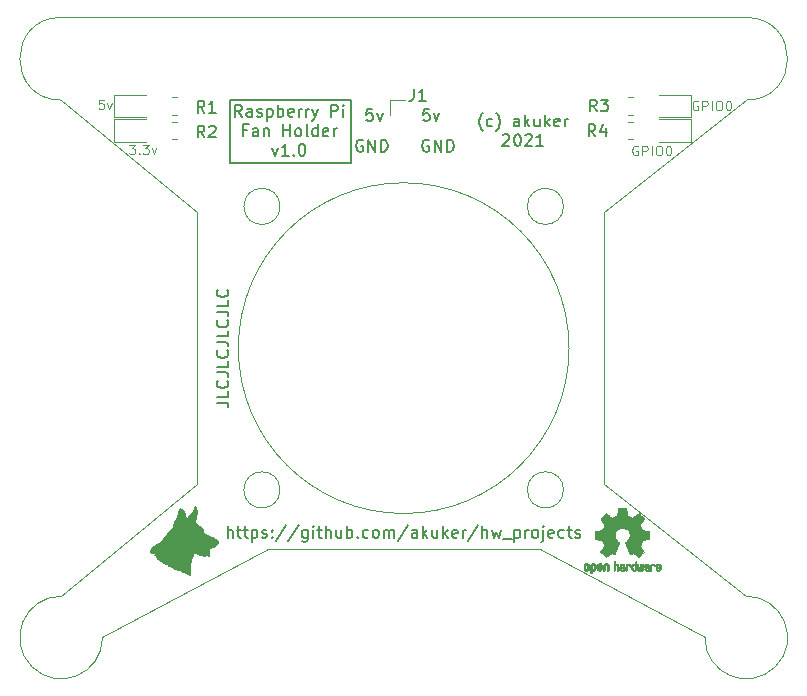
<source format=gto>
%TF.GenerationSoftware,KiCad,Pcbnew,(5.1.7-7-g831c51c875)-1*%
%TF.CreationDate,2021-03-20T10:33:23-05:00*%
%TF.ProjectId,raspberry_pi_fan_hat,72617370-6265-4727-9279-5f70695f6661,rev?*%
%TF.SameCoordinates,PXbebc200PY8f0d180*%
%TF.FileFunction,Legend,Top*%
%TF.FilePolarity,Positive*%
%FSLAX46Y46*%
G04 Gerber Fmt 4.6, Leading zero omitted, Abs format (unit mm)*
G04 Created by KiCad (PCBNEW (5.1.7-7-g831c51c875)-1) date 2021-03-20 10:33:23*
%MOMM*%
%LPD*%
G01*
G04 APERTURE LIST*
%ADD10C,0.150000*%
%ADD11C,0.100000*%
%TA.AperFunction,Profile*%
%ADD12C,0.100000*%
%TD*%
%ADD13C,0.010000*%
%ADD14C,0.120000*%
G04 APERTURE END LIST*
D10*
X16652380Y23380953D02*
X17366666Y23380953D01*
X17509523Y23333334D01*
X17604761Y23238096D01*
X17652380Y23095239D01*
X17652380Y23000000D01*
X17652380Y24333334D02*
X17652380Y23857143D01*
X16652380Y23857143D01*
X17557142Y25238096D02*
X17604761Y25190477D01*
X17652380Y25047620D01*
X17652380Y24952381D01*
X17604761Y24809524D01*
X17509523Y24714286D01*
X17414285Y24666667D01*
X17223809Y24619048D01*
X17080952Y24619048D01*
X16890476Y24666667D01*
X16795238Y24714286D01*
X16700000Y24809524D01*
X16652380Y24952381D01*
X16652380Y25047620D01*
X16700000Y25190477D01*
X16747619Y25238096D01*
X16652380Y25952381D02*
X17366666Y25952381D01*
X17509523Y25904762D01*
X17604761Y25809524D01*
X17652380Y25666667D01*
X17652380Y25571429D01*
X17652380Y26904762D02*
X17652380Y26428572D01*
X16652380Y26428572D01*
X17557142Y27809524D02*
X17604761Y27761905D01*
X17652380Y27619048D01*
X17652380Y27523810D01*
X17604761Y27380953D01*
X17509523Y27285715D01*
X17414285Y27238096D01*
X17223809Y27190477D01*
X17080952Y27190477D01*
X16890476Y27238096D01*
X16795238Y27285715D01*
X16700000Y27380953D01*
X16652380Y27523810D01*
X16652380Y27619048D01*
X16700000Y27761905D01*
X16747619Y27809524D01*
X16652380Y28523810D02*
X17366666Y28523810D01*
X17509523Y28476191D01*
X17604761Y28380953D01*
X17652380Y28238096D01*
X17652380Y28142858D01*
X17652380Y29476191D02*
X17652380Y29000000D01*
X16652380Y29000000D01*
X17557142Y30380953D02*
X17604761Y30333334D01*
X17652380Y30190477D01*
X17652380Y30095239D01*
X17604761Y29952381D01*
X17509523Y29857143D01*
X17414285Y29809524D01*
X17223809Y29761905D01*
X17080952Y29761905D01*
X16890476Y29809524D01*
X16795238Y29857143D01*
X16700000Y29952381D01*
X16652380Y30095239D01*
X16652380Y30190477D01*
X16700000Y30333334D01*
X16747619Y30380953D01*
X16652380Y31095239D02*
X17366666Y31095239D01*
X17509523Y31047620D01*
X17604761Y30952381D01*
X17652380Y30809524D01*
X17652380Y30714286D01*
X17652380Y32047620D02*
X17652380Y31571429D01*
X16652380Y31571429D01*
X17557142Y32952381D02*
X17604761Y32904762D01*
X17652380Y32761905D01*
X17652380Y32666667D01*
X17604761Y32523810D01*
X17509523Y32428572D01*
X17414285Y32380953D01*
X17223809Y32333334D01*
X17080952Y32333334D01*
X16890476Y32380953D01*
X16795238Y32428572D01*
X16700000Y32523810D01*
X16652380Y32666667D01*
X16652380Y32761905D01*
X16700000Y32904762D01*
X16747619Y32952381D01*
X17800000Y43700000D02*
X17800000Y49000000D01*
X28000000Y43700000D02*
X17800000Y43700000D01*
X28000000Y49000000D02*
X28000000Y43700000D01*
X17800000Y49000000D02*
X28000000Y49000000D01*
X29038095Y45600000D02*
X28942857Y45647620D01*
X28800000Y45647620D01*
X28657142Y45600000D01*
X28561904Y45504762D01*
X28514285Y45409524D01*
X28466666Y45219048D01*
X28466666Y45076191D01*
X28514285Y44885715D01*
X28561904Y44790477D01*
X28657142Y44695239D01*
X28800000Y44647620D01*
X28895238Y44647620D01*
X29038095Y44695239D01*
X29085714Y44742858D01*
X29085714Y45076191D01*
X28895238Y45076191D01*
X29514285Y44647620D02*
X29514285Y45647620D01*
X30085714Y44647620D01*
X30085714Y45647620D01*
X30561904Y44647620D02*
X30561904Y45647620D01*
X30800000Y45647620D01*
X30942857Y45600000D01*
X31038095Y45504762D01*
X31085714Y45409524D01*
X31133333Y45219048D01*
X31133333Y45076191D01*
X31085714Y44885715D01*
X31038095Y44790477D01*
X30942857Y44695239D01*
X30800000Y44647620D01*
X30561904Y44647620D01*
X29857142Y48247620D02*
X29380952Y48247620D01*
X29333333Y47771429D01*
X29380952Y47819048D01*
X29476190Y47866667D01*
X29714285Y47866667D01*
X29809523Y47819048D01*
X29857142Y47771429D01*
X29904761Y47676191D01*
X29904761Y47438096D01*
X29857142Y47342858D01*
X29809523Y47295239D01*
X29714285Y47247620D01*
X29476190Y47247620D01*
X29380952Y47295239D01*
X29333333Y47342858D01*
X30238095Y47914286D02*
X30476190Y47247620D01*
X30714285Y47914286D01*
X39195238Y46391667D02*
X39147619Y46439286D01*
X39052380Y46582143D01*
X39004761Y46677381D01*
X38957142Y46820239D01*
X38909523Y47058334D01*
X38909523Y47248810D01*
X38957142Y47486905D01*
X39004761Y47629762D01*
X39052380Y47725000D01*
X39147619Y47867858D01*
X39195238Y47915477D01*
X40004761Y46820239D02*
X39909523Y46772620D01*
X39719047Y46772620D01*
X39623809Y46820239D01*
X39576190Y46867858D01*
X39528571Y46963096D01*
X39528571Y47248810D01*
X39576190Y47344048D01*
X39623809Y47391667D01*
X39719047Y47439286D01*
X39909523Y47439286D01*
X40004761Y47391667D01*
X40338095Y46391667D02*
X40385714Y46439286D01*
X40480952Y46582143D01*
X40528571Y46677381D01*
X40576190Y46820239D01*
X40623809Y47058334D01*
X40623809Y47248810D01*
X40576190Y47486905D01*
X40528571Y47629762D01*
X40480952Y47725000D01*
X40385714Y47867858D01*
X40338095Y47915477D01*
X42290476Y46772620D02*
X42290476Y47296429D01*
X42242857Y47391667D01*
X42147619Y47439286D01*
X41957142Y47439286D01*
X41861904Y47391667D01*
X42290476Y46820239D02*
X42195238Y46772620D01*
X41957142Y46772620D01*
X41861904Y46820239D01*
X41814285Y46915477D01*
X41814285Y47010715D01*
X41861904Y47105953D01*
X41957142Y47153572D01*
X42195238Y47153572D01*
X42290476Y47201191D01*
X42766666Y46772620D02*
X42766666Y47772620D01*
X42861904Y47153572D02*
X43147619Y46772620D01*
X43147619Y47439286D02*
X42766666Y47058334D01*
X44004761Y47439286D02*
X44004761Y46772620D01*
X43576190Y47439286D02*
X43576190Y46915477D01*
X43623809Y46820239D01*
X43719047Y46772620D01*
X43861904Y46772620D01*
X43957142Y46820239D01*
X44004761Y46867858D01*
X44480952Y46772620D02*
X44480952Y47772620D01*
X44576190Y47153572D02*
X44861904Y46772620D01*
X44861904Y47439286D02*
X44480952Y47058334D01*
X45671428Y46820239D02*
X45576190Y46772620D01*
X45385714Y46772620D01*
X45290476Y46820239D01*
X45242857Y46915477D01*
X45242857Y47296429D01*
X45290476Y47391667D01*
X45385714Y47439286D01*
X45576190Y47439286D01*
X45671428Y47391667D01*
X45719047Y47296429D01*
X45719047Y47201191D01*
X45242857Y47105953D01*
X46147619Y46772620D02*
X46147619Y47439286D01*
X46147619Y47248810D02*
X46195238Y47344048D01*
X46242857Y47391667D01*
X46338095Y47439286D01*
X46433333Y47439286D01*
X40885714Y46027381D02*
X40933333Y46075000D01*
X41028571Y46122620D01*
X41266666Y46122620D01*
X41361904Y46075000D01*
X41409523Y46027381D01*
X41457142Y45932143D01*
X41457142Y45836905D01*
X41409523Y45694048D01*
X40838095Y45122620D01*
X41457142Y45122620D01*
X42076190Y46122620D02*
X42171428Y46122620D01*
X42266666Y46075000D01*
X42314285Y46027381D01*
X42361904Y45932143D01*
X42409523Y45741667D01*
X42409523Y45503572D01*
X42361904Y45313096D01*
X42314285Y45217858D01*
X42266666Y45170239D01*
X42171428Y45122620D01*
X42076190Y45122620D01*
X41980952Y45170239D01*
X41933333Y45217858D01*
X41885714Y45313096D01*
X41838095Y45503572D01*
X41838095Y45741667D01*
X41885714Y45932143D01*
X41933333Y46027381D01*
X41980952Y46075000D01*
X42076190Y46122620D01*
X42790476Y46027381D02*
X42838095Y46075000D01*
X42933333Y46122620D01*
X43171428Y46122620D01*
X43266666Y46075000D01*
X43314285Y46027381D01*
X43361904Y45932143D01*
X43361904Y45836905D01*
X43314285Y45694048D01*
X42742857Y45122620D01*
X43361904Y45122620D01*
X44314285Y45122620D02*
X43742857Y45122620D01*
X44028571Y45122620D02*
X44028571Y46122620D01*
X43933333Y45979762D01*
X43838095Y45884524D01*
X43742857Y45836905D01*
X18800000Y47597620D02*
X18466666Y48073810D01*
X18228571Y47597620D02*
X18228571Y48597620D01*
X18609523Y48597620D01*
X18704761Y48550000D01*
X18752380Y48502381D01*
X18800000Y48407143D01*
X18800000Y48264286D01*
X18752380Y48169048D01*
X18704761Y48121429D01*
X18609523Y48073810D01*
X18228571Y48073810D01*
X19657142Y47597620D02*
X19657142Y48121429D01*
X19609523Y48216667D01*
X19514285Y48264286D01*
X19323809Y48264286D01*
X19228571Y48216667D01*
X19657142Y47645239D02*
X19561904Y47597620D01*
X19323809Y47597620D01*
X19228571Y47645239D01*
X19180952Y47740477D01*
X19180952Y47835715D01*
X19228571Y47930953D01*
X19323809Y47978572D01*
X19561904Y47978572D01*
X19657142Y48026191D01*
X20085714Y47645239D02*
X20180952Y47597620D01*
X20371428Y47597620D01*
X20466666Y47645239D01*
X20514285Y47740477D01*
X20514285Y47788096D01*
X20466666Y47883334D01*
X20371428Y47930953D01*
X20228571Y47930953D01*
X20133333Y47978572D01*
X20085714Y48073810D01*
X20085714Y48121429D01*
X20133333Y48216667D01*
X20228571Y48264286D01*
X20371428Y48264286D01*
X20466666Y48216667D01*
X20942857Y48264286D02*
X20942857Y47264286D01*
X20942857Y48216667D02*
X21038095Y48264286D01*
X21228571Y48264286D01*
X21323809Y48216667D01*
X21371428Y48169048D01*
X21419047Y48073810D01*
X21419047Y47788096D01*
X21371428Y47692858D01*
X21323809Y47645239D01*
X21228571Y47597620D01*
X21038095Y47597620D01*
X20942857Y47645239D01*
X21847619Y47597620D02*
X21847619Y48597620D01*
X21847619Y48216667D02*
X21942857Y48264286D01*
X22133333Y48264286D01*
X22228571Y48216667D01*
X22276190Y48169048D01*
X22323809Y48073810D01*
X22323809Y47788096D01*
X22276190Y47692858D01*
X22228571Y47645239D01*
X22133333Y47597620D01*
X21942857Y47597620D01*
X21847619Y47645239D01*
X23133333Y47645239D02*
X23038095Y47597620D01*
X22847619Y47597620D01*
X22752380Y47645239D01*
X22704761Y47740477D01*
X22704761Y48121429D01*
X22752380Y48216667D01*
X22847619Y48264286D01*
X23038095Y48264286D01*
X23133333Y48216667D01*
X23180952Y48121429D01*
X23180952Y48026191D01*
X22704761Y47930953D01*
X23609523Y47597620D02*
X23609523Y48264286D01*
X23609523Y48073810D02*
X23657142Y48169048D01*
X23704761Y48216667D01*
X23800000Y48264286D01*
X23895238Y48264286D01*
X24228571Y47597620D02*
X24228571Y48264286D01*
X24228571Y48073810D02*
X24276190Y48169048D01*
X24323809Y48216667D01*
X24419047Y48264286D01*
X24514285Y48264286D01*
X24752380Y48264286D02*
X24990476Y47597620D01*
X25228571Y48264286D02*
X24990476Y47597620D01*
X24895238Y47359524D01*
X24847619Y47311905D01*
X24752380Y47264286D01*
X26371428Y47597620D02*
X26371428Y48597620D01*
X26752380Y48597620D01*
X26847619Y48550000D01*
X26895238Y48502381D01*
X26942857Y48407143D01*
X26942857Y48264286D01*
X26895238Y48169048D01*
X26847619Y48121429D01*
X26752380Y48073810D01*
X26371428Y48073810D01*
X27371428Y47597620D02*
X27371428Y48264286D01*
X27371428Y48597620D02*
X27323809Y48550000D01*
X27371428Y48502381D01*
X27419047Y48550000D01*
X27371428Y48597620D01*
X27371428Y48502381D01*
X19228571Y46471429D02*
X18895238Y46471429D01*
X18895238Y45947620D02*
X18895238Y46947620D01*
X19371428Y46947620D01*
X20180952Y45947620D02*
X20180952Y46471429D01*
X20133333Y46566667D01*
X20038095Y46614286D01*
X19847619Y46614286D01*
X19752380Y46566667D01*
X20180952Y45995239D02*
X20085714Y45947620D01*
X19847619Y45947620D01*
X19752380Y45995239D01*
X19704761Y46090477D01*
X19704761Y46185715D01*
X19752380Y46280953D01*
X19847619Y46328572D01*
X20085714Y46328572D01*
X20180952Y46376191D01*
X20657142Y46614286D02*
X20657142Y45947620D01*
X20657142Y46519048D02*
X20704761Y46566667D01*
X20800000Y46614286D01*
X20942857Y46614286D01*
X21038095Y46566667D01*
X21085714Y46471429D01*
X21085714Y45947620D01*
X22323809Y45947620D02*
X22323809Y46947620D01*
X22323809Y46471429D02*
X22895238Y46471429D01*
X22895238Y45947620D02*
X22895238Y46947620D01*
X23514285Y45947620D02*
X23419047Y45995239D01*
X23371428Y46042858D01*
X23323809Y46138096D01*
X23323809Y46423810D01*
X23371428Y46519048D01*
X23419047Y46566667D01*
X23514285Y46614286D01*
X23657142Y46614286D01*
X23752380Y46566667D01*
X23800000Y46519048D01*
X23847619Y46423810D01*
X23847619Y46138096D01*
X23800000Y46042858D01*
X23752380Y45995239D01*
X23657142Y45947620D01*
X23514285Y45947620D01*
X24419047Y45947620D02*
X24323809Y45995239D01*
X24276190Y46090477D01*
X24276190Y46947620D01*
X25228571Y45947620D02*
X25228571Y46947620D01*
X25228571Y45995239D02*
X25133333Y45947620D01*
X24942857Y45947620D01*
X24847619Y45995239D01*
X24800000Y46042858D01*
X24752380Y46138096D01*
X24752380Y46423810D01*
X24800000Y46519048D01*
X24847619Y46566667D01*
X24942857Y46614286D01*
X25133333Y46614286D01*
X25228571Y46566667D01*
X26085714Y45995239D02*
X25990476Y45947620D01*
X25800000Y45947620D01*
X25704761Y45995239D01*
X25657142Y46090477D01*
X25657142Y46471429D01*
X25704761Y46566667D01*
X25800000Y46614286D01*
X25990476Y46614286D01*
X26085714Y46566667D01*
X26133333Y46471429D01*
X26133333Y46376191D01*
X25657142Y46280953D01*
X26561904Y45947620D02*
X26561904Y46614286D01*
X26561904Y46423810D02*
X26609523Y46519048D01*
X26657142Y46566667D01*
X26752380Y46614286D01*
X26847619Y46614286D01*
X21371428Y44964286D02*
X21609523Y44297620D01*
X21847619Y44964286D01*
X22752380Y44297620D02*
X22180952Y44297620D01*
X22466666Y44297620D02*
X22466666Y45297620D01*
X22371428Y45154762D01*
X22276190Y45059524D01*
X22180952Y45011905D01*
X23180952Y44392858D02*
X23228571Y44345239D01*
X23180952Y44297620D01*
X23133333Y44345239D01*
X23180952Y44392858D01*
X23180952Y44297620D01*
X23847619Y45297620D02*
X23942857Y45297620D01*
X24038095Y45250000D01*
X24085714Y45202381D01*
X24133333Y45107143D01*
X24180952Y44916667D01*
X24180952Y44678572D01*
X24133333Y44488096D01*
X24085714Y44392858D01*
X24038095Y44345239D01*
X23942857Y44297620D01*
X23847619Y44297620D01*
X23752380Y44345239D01*
X23704761Y44392858D01*
X23657142Y44488096D01*
X23609523Y44678572D01*
X23609523Y44916667D01*
X23657142Y45107143D01*
X23704761Y45202381D01*
X23752380Y45250000D01*
X23847619Y45297620D01*
X17595238Y11947620D02*
X17595238Y12947620D01*
X18023809Y11947620D02*
X18023809Y12471429D01*
X17976190Y12566667D01*
X17880952Y12614286D01*
X17738095Y12614286D01*
X17642857Y12566667D01*
X17595238Y12519048D01*
X18357142Y12614286D02*
X18738095Y12614286D01*
X18500000Y12947620D02*
X18500000Y12090477D01*
X18547619Y11995239D01*
X18642857Y11947620D01*
X18738095Y11947620D01*
X18928571Y12614286D02*
X19309523Y12614286D01*
X19071428Y12947620D02*
X19071428Y12090477D01*
X19119047Y11995239D01*
X19214285Y11947620D01*
X19309523Y11947620D01*
X19642857Y12614286D02*
X19642857Y11614286D01*
X19642857Y12566667D02*
X19738095Y12614286D01*
X19928571Y12614286D01*
X20023809Y12566667D01*
X20071428Y12519048D01*
X20119047Y12423810D01*
X20119047Y12138096D01*
X20071428Y12042858D01*
X20023809Y11995239D01*
X19928571Y11947620D01*
X19738095Y11947620D01*
X19642857Y11995239D01*
X20500000Y11995239D02*
X20595238Y11947620D01*
X20785714Y11947620D01*
X20880952Y11995239D01*
X20928571Y12090477D01*
X20928571Y12138096D01*
X20880952Y12233334D01*
X20785714Y12280953D01*
X20642857Y12280953D01*
X20547619Y12328572D01*
X20500000Y12423810D01*
X20500000Y12471429D01*
X20547619Y12566667D01*
X20642857Y12614286D01*
X20785714Y12614286D01*
X20880952Y12566667D01*
X21357142Y12042858D02*
X21404761Y11995239D01*
X21357142Y11947620D01*
X21309523Y11995239D01*
X21357142Y12042858D01*
X21357142Y11947620D01*
X21357142Y12566667D02*
X21404761Y12519048D01*
X21357142Y12471429D01*
X21309523Y12519048D01*
X21357142Y12566667D01*
X21357142Y12471429D01*
X22547619Y12995239D02*
X21690476Y11709524D01*
X23595238Y12995239D02*
X22738095Y11709524D01*
X24357142Y12614286D02*
X24357142Y11804762D01*
X24309523Y11709524D01*
X24261904Y11661905D01*
X24166666Y11614286D01*
X24023809Y11614286D01*
X23928571Y11661905D01*
X24357142Y11995239D02*
X24261904Y11947620D01*
X24071428Y11947620D01*
X23976190Y11995239D01*
X23928571Y12042858D01*
X23880952Y12138096D01*
X23880952Y12423810D01*
X23928571Y12519048D01*
X23976190Y12566667D01*
X24071428Y12614286D01*
X24261904Y12614286D01*
X24357142Y12566667D01*
X24833333Y11947620D02*
X24833333Y12614286D01*
X24833333Y12947620D02*
X24785714Y12900000D01*
X24833333Y12852381D01*
X24880952Y12900000D01*
X24833333Y12947620D01*
X24833333Y12852381D01*
X25166666Y12614286D02*
X25547619Y12614286D01*
X25309523Y12947620D02*
X25309523Y12090477D01*
X25357142Y11995239D01*
X25452380Y11947620D01*
X25547619Y11947620D01*
X25880952Y11947620D02*
X25880952Y12947620D01*
X26309523Y11947620D02*
X26309523Y12471429D01*
X26261904Y12566667D01*
X26166666Y12614286D01*
X26023809Y12614286D01*
X25928571Y12566667D01*
X25880952Y12519048D01*
X27214285Y12614286D02*
X27214285Y11947620D01*
X26785714Y12614286D02*
X26785714Y12090477D01*
X26833333Y11995239D01*
X26928571Y11947620D01*
X27071428Y11947620D01*
X27166666Y11995239D01*
X27214285Y12042858D01*
X27690476Y11947620D02*
X27690476Y12947620D01*
X27690476Y12566667D02*
X27785714Y12614286D01*
X27976190Y12614286D01*
X28071428Y12566667D01*
X28119047Y12519048D01*
X28166666Y12423810D01*
X28166666Y12138096D01*
X28119047Y12042858D01*
X28071428Y11995239D01*
X27976190Y11947620D01*
X27785714Y11947620D01*
X27690476Y11995239D01*
X28595238Y12042858D02*
X28642857Y11995239D01*
X28595238Y11947620D01*
X28547619Y11995239D01*
X28595238Y12042858D01*
X28595238Y11947620D01*
X29500000Y11995239D02*
X29404761Y11947620D01*
X29214285Y11947620D01*
X29119047Y11995239D01*
X29071428Y12042858D01*
X29023809Y12138096D01*
X29023809Y12423810D01*
X29071428Y12519048D01*
X29119047Y12566667D01*
X29214285Y12614286D01*
X29404761Y12614286D01*
X29500000Y12566667D01*
X30071428Y11947620D02*
X29976190Y11995239D01*
X29928571Y12042858D01*
X29880952Y12138096D01*
X29880952Y12423810D01*
X29928571Y12519048D01*
X29976190Y12566667D01*
X30071428Y12614286D01*
X30214285Y12614286D01*
X30309523Y12566667D01*
X30357142Y12519048D01*
X30404761Y12423810D01*
X30404761Y12138096D01*
X30357142Y12042858D01*
X30309523Y11995239D01*
X30214285Y11947620D01*
X30071428Y11947620D01*
X30833333Y11947620D02*
X30833333Y12614286D01*
X30833333Y12519048D02*
X30880952Y12566667D01*
X30976190Y12614286D01*
X31119047Y12614286D01*
X31214285Y12566667D01*
X31261904Y12471429D01*
X31261904Y11947620D01*
X31261904Y12471429D02*
X31309523Y12566667D01*
X31404761Y12614286D01*
X31547619Y12614286D01*
X31642857Y12566667D01*
X31690476Y12471429D01*
X31690476Y11947620D01*
X32880952Y12995239D02*
X32023809Y11709524D01*
X33642857Y11947620D02*
X33642857Y12471429D01*
X33595238Y12566667D01*
X33500000Y12614286D01*
X33309523Y12614286D01*
X33214285Y12566667D01*
X33642857Y11995239D02*
X33547619Y11947620D01*
X33309523Y11947620D01*
X33214285Y11995239D01*
X33166666Y12090477D01*
X33166666Y12185715D01*
X33214285Y12280953D01*
X33309523Y12328572D01*
X33547619Y12328572D01*
X33642857Y12376191D01*
X34119047Y11947620D02*
X34119047Y12947620D01*
X34214285Y12328572D02*
X34500000Y11947620D01*
X34500000Y12614286D02*
X34119047Y12233334D01*
X35357142Y12614286D02*
X35357142Y11947620D01*
X34928571Y12614286D02*
X34928571Y12090477D01*
X34976190Y11995239D01*
X35071428Y11947620D01*
X35214285Y11947620D01*
X35309523Y11995239D01*
X35357142Y12042858D01*
X35833333Y11947620D02*
X35833333Y12947620D01*
X35928571Y12328572D02*
X36214285Y11947620D01*
X36214285Y12614286D02*
X35833333Y12233334D01*
X37023809Y11995239D02*
X36928571Y11947620D01*
X36738095Y11947620D01*
X36642857Y11995239D01*
X36595238Y12090477D01*
X36595238Y12471429D01*
X36642857Y12566667D01*
X36738095Y12614286D01*
X36928571Y12614286D01*
X37023809Y12566667D01*
X37071428Y12471429D01*
X37071428Y12376191D01*
X36595238Y12280953D01*
X37500000Y11947620D02*
X37500000Y12614286D01*
X37500000Y12423810D02*
X37547619Y12519048D01*
X37595238Y12566667D01*
X37690476Y12614286D01*
X37785714Y12614286D01*
X38833333Y12995239D02*
X37976190Y11709524D01*
X39166666Y11947620D02*
X39166666Y12947620D01*
X39595238Y11947620D02*
X39595238Y12471429D01*
X39547619Y12566667D01*
X39452380Y12614286D01*
X39309523Y12614286D01*
X39214285Y12566667D01*
X39166666Y12519048D01*
X39976190Y12614286D02*
X40166666Y11947620D01*
X40357142Y12423810D01*
X40547619Y11947620D01*
X40738095Y12614286D01*
X40880952Y11852381D02*
X41642857Y11852381D01*
X41880952Y12614286D02*
X41880952Y11614286D01*
X41880952Y12566667D02*
X41976190Y12614286D01*
X42166666Y12614286D01*
X42261904Y12566667D01*
X42309523Y12519048D01*
X42357142Y12423810D01*
X42357142Y12138096D01*
X42309523Y12042858D01*
X42261904Y11995239D01*
X42166666Y11947620D01*
X41976190Y11947620D01*
X41880952Y11995239D01*
X42785714Y11947620D02*
X42785714Y12614286D01*
X42785714Y12423810D02*
X42833333Y12519048D01*
X42880952Y12566667D01*
X42976190Y12614286D01*
X43071428Y12614286D01*
X43547619Y11947620D02*
X43452380Y11995239D01*
X43404761Y12042858D01*
X43357142Y12138096D01*
X43357142Y12423810D01*
X43404761Y12519048D01*
X43452380Y12566667D01*
X43547619Y12614286D01*
X43690476Y12614286D01*
X43785714Y12566667D01*
X43833333Y12519048D01*
X43880952Y12423810D01*
X43880952Y12138096D01*
X43833333Y12042858D01*
X43785714Y11995239D01*
X43690476Y11947620D01*
X43547619Y11947620D01*
X44309523Y12614286D02*
X44309523Y11757143D01*
X44261904Y11661905D01*
X44166666Y11614286D01*
X44119047Y11614286D01*
X44309523Y12947620D02*
X44261904Y12900000D01*
X44309523Y12852381D01*
X44357142Y12900000D01*
X44309523Y12947620D01*
X44309523Y12852381D01*
X45166666Y11995239D02*
X45071428Y11947620D01*
X44880952Y11947620D01*
X44785714Y11995239D01*
X44738095Y12090477D01*
X44738095Y12471429D01*
X44785714Y12566667D01*
X44880952Y12614286D01*
X45071428Y12614286D01*
X45166666Y12566667D01*
X45214285Y12471429D01*
X45214285Y12376191D01*
X44738095Y12280953D01*
X46071428Y11995239D02*
X45976190Y11947620D01*
X45785714Y11947620D01*
X45690476Y11995239D01*
X45642857Y12042858D01*
X45595238Y12138096D01*
X45595238Y12423810D01*
X45642857Y12519048D01*
X45690476Y12566667D01*
X45785714Y12614286D01*
X45976190Y12614286D01*
X46071428Y12566667D01*
X46357142Y12614286D02*
X46738095Y12614286D01*
X46500000Y12947620D02*
X46500000Y12090477D01*
X46547619Y11995239D01*
X46642857Y11947620D01*
X46738095Y11947620D01*
X47023809Y11995239D02*
X47119047Y11947620D01*
X47309523Y11947620D01*
X47404761Y11995239D01*
X47452380Y12090477D01*
X47452380Y12138096D01*
X47404761Y12233334D01*
X47309523Y12280953D01*
X47166666Y12280953D01*
X47071428Y12328572D01*
X47023809Y12423810D01*
X47023809Y12471429D01*
X47071428Y12566667D01*
X47166666Y12614286D01*
X47309523Y12614286D01*
X47404761Y12566667D01*
D11*
X52319047Y45100000D02*
X52242857Y45138096D01*
X52128571Y45138096D01*
X52014285Y45100000D01*
X51938095Y45023810D01*
X51900000Y44947620D01*
X51861904Y44795239D01*
X51861904Y44680953D01*
X51900000Y44528572D01*
X51938095Y44452381D01*
X52014285Y44376191D01*
X52128571Y44338096D01*
X52204761Y44338096D01*
X52319047Y44376191D01*
X52357142Y44414286D01*
X52357142Y44680953D01*
X52204761Y44680953D01*
X52700000Y44338096D02*
X52700000Y45138096D01*
X53004761Y45138096D01*
X53080952Y45100000D01*
X53119047Y45061905D01*
X53157142Y44985715D01*
X53157142Y44871429D01*
X53119047Y44795239D01*
X53080952Y44757143D01*
X53004761Y44719048D01*
X52700000Y44719048D01*
X53500000Y44338096D02*
X53500000Y45138096D01*
X54033333Y45138096D02*
X54185714Y45138096D01*
X54261904Y45100000D01*
X54338095Y45023810D01*
X54376190Y44871429D01*
X54376190Y44604762D01*
X54338095Y44452381D01*
X54261904Y44376191D01*
X54185714Y44338096D01*
X54033333Y44338096D01*
X53957142Y44376191D01*
X53880952Y44452381D01*
X53842857Y44604762D01*
X53842857Y44871429D01*
X53880952Y45023810D01*
X53957142Y45100000D01*
X54033333Y45138096D01*
X54871428Y45138096D02*
X54947619Y45138096D01*
X55023809Y45100000D01*
X55061904Y45061905D01*
X55100000Y44985715D01*
X55138095Y44833334D01*
X55138095Y44642858D01*
X55100000Y44490477D01*
X55061904Y44414286D01*
X55023809Y44376191D01*
X54947619Y44338096D01*
X54871428Y44338096D01*
X54795238Y44376191D01*
X54757142Y44414286D01*
X54719047Y44490477D01*
X54680952Y44642858D01*
X54680952Y44833334D01*
X54719047Y44985715D01*
X54757142Y45061905D01*
X54795238Y45100000D01*
X54871428Y45138096D01*
X57419047Y48900000D02*
X57342857Y48938096D01*
X57228571Y48938096D01*
X57114285Y48900000D01*
X57038095Y48823810D01*
X57000000Y48747620D01*
X56961904Y48595239D01*
X56961904Y48480953D01*
X57000000Y48328572D01*
X57038095Y48252381D01*
X57114285Y48176191D01*
X57228571Y48138096D01*
X57304761Y48138096D01*
X57419047Y48176191D01*
X57457142Y48214286D01*
X57457142Y48480953D01*
X57304761Y48480953D01*
X57800000Y48138096D02*
X57800000Y48938096D01*
X58104761Y48938096D01*
X58180952Y48900000D01*
X58219047Y48861905D01*
X58257142Y48785715D01*
X58257142Y48671429D01*
X58219047Y48595239D01*
X58180952Y48557143D01*
X58104761Y48519048D01*
X57800000Y48519048D01*
X58600000Y48138096D02*
X58600000Y48938096D01*
X59133333Y48938096D02*
X59285714Y48938096D01*
X59361904Y48900000D01*
X59438095Y48823810D01*
X59476190Y48671429D01*
X59476190Y48404762D01*
X59438095Y48252381D01*
X59361904Y48176191D01*
X59285714Y48138096D01*
X59133333Y48138096D01*
X59057142Y48176191D01*
X58980952Y48252381D01*
X58942857Y48404762D01*
X58942857Y48671429D01*
X58980952Y48823810D01*
X59057142Y48900000D01*
X59133333Y48938096D01*
X59971428Y48938096D02*
X60047619Y48938096D01*
X60123809Y48900000D01*
X60161904Y48861905D01*
X60200000Y48785715D01*
X60238095Y48633334D01*
X60238095Y48442858D01*
X60200000Y48290477D01*
X60161904Y48214286D01*
X60123809Y48176191D01*
X60047619Y48138096D01*
X59971428Y48138096D01*
X59895238Y48176191D01*
X59857142Y48214286D01*
X59819047Y48290477D01*
X59780952Y48442858D01*
X59780952Y48633334D01*
X59819047Y48785715D01*
X59857142Y48861905D01*
X59895238Y48900000D01*
X59971428Y48938096D01*
X9257142Y45238096D02*
X9752380Y45238096D01*
X9485714Y44933334D01*
X9600000Y44933334D01*
X9676190Y44895239D01*
X9714285Y44857143D01*
X9752380Y44780953D01*
X9752380Y44590477D01*
X9714285Y44514286D01*
X9676190Y44476191D01*
X9600000Y44438096D01*
X9371428Y44438096D01*
X9295238Y44476191D01*
X9257142Y44514286D01*
X10095238Y44514286D02*
X10133333Y44476191D01*
X10095238Y44438096D01*
X10057142Y44476191D01*
X10095238Y44514286D01*
X10095238Y44438096D01*
X10400000Y45238096D02*
X10895238Y45238096D01*
X10628571Y44933334D01*
X10742857Y44933334D01*
X10819047Y44895239D01*
X10857142Y44857143D01*
X10895238Y44780953D01*
X10895238Y44590477D01*
X10857142Y44514286D01*
X10819047Y44476191D01*
X10742857Y44438096D01*
X10514285Y44438096D01*
X10438095Y44476191D01*
X10400000Y44514286D01*
X11161904Y44971429D02*
X11352380Y44438096D01*
X11542857Y44971429D01*
X7085714Y49038096D02*
X6704761Y49038096D01*
X6666666Y48657143D01*
X6704761Y48695239D01*
X6780952Y48733334D01*
X6971428Y48733334D01*
X7047619Y48695239D01*
X7085714Y48657143D01*
X7123809Y48580953D01*
X7123809Y48390477D01*
X7085714Y48314286D01*
X7047619Y48276191D01*
X6971428Y48238096D01*
X6780952Y48238096D01*
X6704761Y48276191D01*
X6666666Y48314286D01*
X7390476Y48771429D02*
X7580952Y48238096D01*
X7771428Y48771429D01*
D10*
X34638095Y45600000D02*
X34542857Y45647620D01*
X34400000Y45647620D01*
X34257142Y45600000D01*
X34161904Y45504762D01*
X34114285Y45409524D01*
X34066666Y45219048D01*
X34066666Y45076191D01*
X34114285Y44885715D01*
X34161904Y44790477D01*
X34257142Y44695239D01*
X34400000Y44647620D01*
X34495238Y44647620D01*
X34638095Y44695239D01*
X34685714Y44742858D01*
X34685714Y45076191D01*
X34495238Y45076191D01*
X35114285Y44647620D02*
X35114285Y45647620D01*
X35685714Y44647620D01*
X35685714Y45647620D01*
X36161904Y44647620D02*
X36161904Y45647620D01*
X36400000Y45647620D01*
X36542857Y45600000D01*
X36638095Y45504762D01*
X36685714Y45409524D01*
X36733333Y45219048D01*
X36733333Y45076191D01*
X36685714Y44885715D01*
X36638095Y44790477D01*
X36542857Y44695239D01*
X36400000Y44647620D01*
X36161904Y44647620D01*
X34657142Y48247620D02*
X34180952Y48247620D01*
X34133333Y47771429D01*
X34180952Y47819048D01*
X34276190Y47866667D01*
X34514285Y47866667D01*
X34609523Y47819048D01*
X34657142Y47771429D01*
X34704761Y47676191D01*
X34704761Y47438096D01*
X34657142Y47342858D01*
X34609523Y47295239D01*
X34514285Y47247620D01*
X34276190Y47247620D01*
X34180952Y47295239D01*
X34133333Y47342858D01*
X35038095Y47914286D02*
X35276190Y47247620D01*
X35514285Y47914286D01*
D12*
X46030000Y16000000D02*
G75*
G03*
X46030000Y16000000I-1530000J0D01*
G01*
X22030000Y16000000D02*
G75*
G03*
X22030000Y16000000I-1530000J0D01*
G01*
X22030000Y40000000D02*
G75*
G03*
X22030000Y40000000I-1530000J0D01*
G01*
X46030000Y40000000D02*
G75*
G03*
X46030000Y40000000I-1530000J0D01*
G01*
X3500000Y7000000D02*
X15000000Y16500000D01*
X46500000Y28000000D02*
G75*
G03*
X46500000Y28000000I-14000000J0D01*
G01*
X49500000Y39500000D02*
X61500000Y49000000D01*
X3500000Y49000000D02*
X15000000Y39500000D01*
X61500000Y7000000D02*
X49500000Y16500000D01*
X7000000Y3500000D02*
X21000000Y11000000D01*
X44000000Y11000000D02*
X58000000Y3500000D01*
X21000000Y11000000D02*
X44000000Y11000000D01*
X15000000Y39500000D02*
X15000000Y16500000D01*
X49500000Y16500000D02*
X49500000Y39500000D01*
X7000000Y3500000D02*
G75*
G02*
X3500000Y7000000I-3500000J0D01*
G01*
X61500000Y7000000D02*
G75*
G02*
X58000000Y3500000I0J-3500000D01*
G01*
X61500000Y56000000D02*
G75*
G02*
X61500000Y49000000I0J-3500000D01*
G01*
X3500000Y49000000D02*
G75*
G02*
X3500000Y56000000I0J3500000D01*
G01*
X61500000Y56000000D02*
X3500000Y56000000D01*
D13*
G36*
X48599744Y9780082D02*
G01*
X48655201Y9752432D01*
X48704148Y9701520D01*
X48717629Y9682662D01*
X48732314Y9657985D01*
X48741842Y9631184D01*
X48747293Y9595413D01*
X48749747Y9543831D01*
X48750286Y9475733D01*
X48747852Y9382412D01*
X48739394Y9312343D01*
X48723174Y9260069D01*
X48697454Y9220131D01*
X48660497Y9187071D01*
X48657782Y9185114D01*
X48621360Y9165092D01*
X48577502Y9155185D01*
X48521724Y9152743D01*
X48431048Y9152743D01*
X48431010Y9064717D01*
X48430166Y9015692D01*
X48425024Y8986935D01*
X48411587Y8969689D01*
X48385858Y8955192D01*
X48379679Y8952231D01*
X48350764Y8938352D01*
X48328376Y8929586D01*
X48311729Y8928829D01*
X48300036Y8938977D01*
X48292510Y8962927D01*
X48288366Y9003574D01*
X48286815Y9063814D01*
X48287071Y9146545D01*
X48288349Y9254661D01*
X48288748Y9287000D01*
X48290185Y9398476D01*
X48291472Y9471397D01*
X48430971Y9471397D01*
X48431755Y9409501D01*
X48435240Y9369003D01*
X48443124Y9342292D01*
X48457105Y9321756D01*
X48466597Y9311740D01*
X48505404Y9282433D01*
X48539763Y9280048D01*
X48575216Y9304250D01*
X48576114Y9305143D01*
X48590539Y9323847D01*
X48599313Y9349268D01*
X48603739Y9388416D01*
X48605118Y9448303D01*
X48605143Y9461570D01*
X48601812Y9544099D01*
X48590969Y9601309D01*
X48571340Y9636234D01*
X48541650Y9651906D01*
X48524491Y9653486D01*
X48483766Y9646074D01*
X48455832Y9621670D01*
X48439017Y9577020D01*
X48431650Y9508870D01*
X48430971Y9471397D01*
X48291472Y9471397D01*
X48291708Y9484755D01*
X48293677Y9549667D01*
X48296450Y9597042D01*
X48300388Y9630710D01*
X48305849Y9654502D01*
X48313192Y9672247D01*
X48322777Y9687776D01*
X48326887Y9693619D01*
X48381405Y9748815D01*
X48450336Y9780110D01*
X48530072Y9788835D01*
X48599744Y9780082D01*
G37*
X48599744Y9780082D02*
X48655201Y9752432D01*
X48704148Y9701520D01*
X48717629Y9682662D01*
X48732314Y9657985D01*
X48741842Y9631184D01*
X48747293Y9595413D01*
X48749747Y9543831D01*
X48750286Y9475733D01*
X48747852Y9382412D01*
X48739394Y9312343D01*
X48723174Y9260069D01*
X48697454Y9220131D01*
X48660497Y9187071D01*
X48657782Y9185114D01*
X48621360Y9165092D01*
X48577502Y9155185D01*
X48521724Y9152743D01*
X48431048Y9152743D01*
X48431010Y9064717D01*
X48430166Y9015692D01*
X48425024Y8986935D01*
X48411587Y8969689D01*
X48385858Y8955192D01*
X48379679Y8952231D01*
X48350764Y8938352D01*
X48328376Y8929586D01*
X48311729Y8928829D01*
X48300036Y8938977D01*
X48292510Y8962927D01*
X48288366Y9003574D01*
X48286815Y9063814D01*
X48287071Y9146545D01*
X48288349Y9254661D01*
X48288748Y9287000D01*
X48290185Y9398476D01*
X48291472Y9471397D01*
X48430971Y9471397D01*
X48431755Y9409501D01*
X48435240Y9369003D01*
X48443124Y9342292D01*
X48457105Y9321756D01*
X48466597Y9311740D01*
X48505404Y9282433D01*
X48539763Y9280048D01*
X48575216Y9304250D01*
X48576114Y9305143D01*
X48590539Y9323847D01*
X48599313Y9349268D01*
X48603739Y9388416D01*
X48605118Y9448303D01*
X48605143Y9461570D01*
X48601812Y9544099D01*
X48590969Y9601309D01*
X48571340Y9636234D01*
X48541650Y9651906D01*
X48524491Y9653486D01*
X48483766Y9646074D01*
X48455832Y9621670D01*
X48439017Y9577020D01*
X48431650Y9508870D01*
X48430971Y9471397D01*
X48291472Y9471397D01*
X48291708Y9484755D01*
X48293677Y9549667D01*
X48296450Y9597042D01*
X48300388Y9630710D01*
X48305849Y9654502D01*
X48313192Y9672247D01*
X48322777Y9687776D01*
X48326887Y9693619D01*
X48381405Y9748815D01*
X48450336Y9780110D01*
X48530072Y9788835D01*
X48599744Y9780082D01*
G36*
X49716093Y9772220D02*
G01*
X49762672Y9745277D01*
X49795057Y9718534D01*
X49818742Y9690516D01*
X49835059Y9656252D01*
X49845339Y9610773D01*
X49850914Y9549108D01*
X49853116Y9466289D01*
X49853371Y9406754D01*
X49853371Y9187609D01*
X49791686Y9159956D01*
X49730000Y9132303D01*
X49722743Y9372330D01*
X49719744Y9461972D01*
X49716598Y9527038D01*
X49712701Y9571974D01*
X49707447Y9601230D01*
X49700231Y9619252D01*
X49690450Y9630489D01*
X49687312Y9632921D01*
X49639761Y9651917D01*
X49591697Y9644400D01*
X49563086Y9624457D01*
X49551447Y9610325D01*
X49543391Y9591780D01*
X49538271Y9563666D01*
X49535441Y9520827D01*
X49534256Y9458105D01*
X49534057Y9392739D01*
X49534018Y9310732D01*
X49532614Y9252684D01*
X49527914Y9213535D01*
X49517987Y9188220D01*
X49500903Y9171677D01*
X49474732Y9158844D01*
X49439775Y9145509D01*
X49401596Y9130993D01*
X49406141Y9388611D01*
X49407971Y9481481D01*
X49410112Y9550111D01*
X49413181Y9599289D01*
X49417794Y9633802D01*
X49424568Y9658438D01*
X49434119Y9677984D01*
X49445634Y9695230D01*
X49501190Y9750320D01*
X49568980Y9782178D01*
X49642713Y9789809D01*
X49716093Y9772220D01*
G37*
X49716093Y9772220D02*
X49762672Y9745277D01*
X49795057Y9718534D01*
X49818742Y9690516D01*
X49835059Y9656252D01*
X49845339Y9610773D01*
X49850914Y9549108D01*
X49853116Y9466289D01*
X49853371Y9406754D01*
X49853371Y9187609D01*
X49791686Y9159956D01*
X49730000Y9132303D01*
X49722743Y9372330D01*
X49719744Y9461972D01*
X49716598Y9527038D01*
X49712701Y9571974D01*
X49707447Y9601230D01*
X49700231Y9619252D01*
X49690450Y9630489D01*
X49687312Y9632921D01*
X49639761Y9651917D01*
X49591697Y9644400D01*
X49563086Y9624457D01*
X49551447Y9610325D01*
X49543391Y9591780D01*
X49538271Y9563666D01*
X49535441Y9520827D01*
X49534256Y9458105D01*
X49534057Y9392739D01*
X49534018Y9310732D01*
X49532614Y9252684D01*
X49527914Y9213535D01*
X49517987Y9188220D01*
X49500903Y9171677D01*
X49474732Y9158844D01*
X49439775Y9145509D01*
X49401596Y9130993D01*
X49406141Y9388611D01*
X49407971Y9481481D01*
X49410112Y9550111D01*
X49413181Y9599289D01*
X49417794Y9633802D01*
X49424568Y9658438D01*
X49434119Y9677984D01*
X49445634Y9695230D01*
X49501190Y9750320D01*
X49568980Y9782178D01*
X49642713Y9789809D01*
X49716093Y9772220D01*
G36*
X48041115Y9778038D02*
G01*
X48109145Y9742267D01*
X48159351Y9684699D01*
X48177185Y9647688D01*
X48191063Y9592118D01*
X48198167Y9521904D01*
X48198840Y9445273D01*
X48193427Y9370448D01*
X48182270Y9305658D01*
X48165714Y9259127D01*
X48160626Y9251113D01*
X48100355Y9191293D01*
X48028769Y9155465D01*
X47951092Y9144980D01*
X47872548Y9161190D01*
X47850689Y9170908D01*
X47808122Y9200857D01*
X47770763Y9240567D01*
X47767232Y9245603D01*
X47752881Y9269876D01*
X47743394Y9295822D01*
X47737790Y9329978D01*
X47735086Y9378881D01*
X47734299Y9449065D01*
X47734286Y9464800D01*
X47734322Y9469808D01*
X47879429Y9469808D01*
X47880273Y9403570D01*
X47883596Y9359614D01*
X47890583Y9331221D01*
X47902416Y9311675D01*
X47908457Y9305143D01*
X47943186Y9280320D01*
X47976903Y9281452D01*
X48010995Y9302984D01*
X48031329Y9325971D01*
X48043371Y9359522D01*
X48050134Y9412431D01*
X48050598Y9418601D01*
X48051752Y9514487D01*
X48039688Y9585701D01*
X48014570Y9631806D01*
X47976560Y9652365D01*
X47962992Y9653486D01*
X47927364Y9647848D01*
X47902994Y9628314D01*
X47888093Y9590958D01*
X47880875Y9531850D01*
X47879429Y9469808D01*
X47734322Y9469808D01*
X47734826Y9539587D01*
X47737096Y9591841D01*
X47742068Y9628051D01*
X47750713Y9654701D01*
X47764005Y9678278D01*
X47766943Y9682662D01*
X47816313Y9741751D01*
X47870109Y9776053D01*
X47935602Y9789669D01*
X47957842Y9790335D01*
X48041115Y9778038D01*
G37*
X48041115Y9778038D02*
X48109145Y9742267D01*
X48159351Y9684699D01*
X48177185Y9647688D01*
X48191063Y9592118D01*
X48198167Y9521904D01*
X48198840Y9445273D01*
X48193427Y9370448D01*
X48182270Y9305658D01*
X48165714Y9259127D01*
X48160626Y9251113D01*
X48100355Y9191293D01*
X48028769Y9155465D01*
X47951092Y9144980D01*
X47872548Y9161190D01*
X47850689Y9170908D01*
X47808122Y9200857D01*
X47770763Y9240567D01*
X47767232Y9245603D01*
X47752881Y9269876D01*
X47743394Y9295822D01*
X47737790Y9329978D01*
X47735086Y9378881D01*
X47734299Y9449065D01*
X47734286Y9464800D01*
X47734322Y9469808D01*
X47879429Y9469808D01*
X47880273Y9403570D01*
X47883596Y9359614D01*
X47890583Y9331221D01*
X47902416Y9311675D01*
X47908457Y9305143D01*
X47943186Y9280320D01*
X47976903Y9281452D01*
X48010995Y9302984D01*
X48031329Y9325971D01*
X48043371Y9359522D01*
X48050134Y9412431D01*
X48050598Y9418601D01*
X48051752Y9514487D01*
X48039688Y9585701D01*
X48014570Y9631806D01*
X47976560Y9652365D01*
X47962992Y9653486D01*
X47927364Y9647848D01*
X47902994Y9628314D01*
X47888093Y9590958D01*
X47880875Y9531850D01*
X47879429Y9469808D01*
X47734322Y9469808D01*
X47734826Y9539587D01*
X47737096Y9591841D01*
X47742068Y9628051D01*
X47750713Y9654701D01*
X47764005Y9678278D01*
X47766943Y9682662D01*
X47816313Y9741751D01*
X47870109Y9776053D01*
X47935602Y9789669D01*
X47957842Y9790335D01*
X48041115Y9778038D01*
G36*
X49168303Y9768761D02*
G01*
X49225527Y9730265D01*
X49269749Y9674665D01*
X49296167Y9603914D01*
X49301510Y9551838D01*
X49300903Y9530107D01*
X49295822Y9513469D01*
X49281855Y9498563D01*
X49254589Y9482027D01*
X49209612Y9460502D01*
X49142511Y9430626D01*
X49142171Y9430476D01*
X49080407Y9402187D01*
X49029759Y9377067D01*
X48995404Y9357821D01*
X48982518Y9347152D01*
X48982514Y9347066D01*
X48993872Y9323834D01*
X49020431Y9298226D01*
X49050923Y9279779D01*
X49066370Y9276114D01*
X49108515Y9288788D01*
X49144808Y9320529D01*
X49162517Y9355428D01*
X49179552Y9381155D01*
X49212922Y9410454D01*
X49252149Y9435765D01*
X49286756Y9449529D01*
X49293993Y9450286D01*
X49302139Y9437840D01*
X49302630Y9406028D01*
X49296643Y9363134D01*
X49285357Y9317442D01*
X49269950Y9277239D01*
X49269171Y9275678D01*
X49222804Y9210938D01*
X49162711Y9166903D01*
X49094465Y9145289D01*
X49023638Y9147815D01*
X48955804Y9176196D01*
X48952788Y9178192D01*
X48899427Y9226552D01*
X48864340Y9289648D01*
X48844922Y9372613D01*
X48842316Y9395922D01*
X48837701Y9505945D01*
X48843233Y9557252D01*
X48982514Y9557252D01*
X48984324Y9525247D01*
X48994222Y9515907D01*
X49018898Y9522895D01*
X49057795Y9539413D01*
X49101275Y9560119D01*
X49102356Y9560667D01*
X49139209Y9580051D01*
X49154000Y9592987D01*
X49150353Y9606549D01*
X49134995Y9624368D01*
X49095923Y9650155D01*
X49053846Y9652050D01*
X49016103Y9633283D01*
X48990034Y9597085D01*
X48982514Y9557252D01*
X48843233Y9557252D01*
X48847194Y9593973D01*
X48871550Y9663788D01*
X48905456Y9712698D01*
X48966653Y9762122D01*
X49034063Y9786641D01*
X49102880Y9788203D01*
X49168303Y9768761D01*
G37*
X49168303Y9768761D02*
X49225527Y9730265D01*
X49269749Y9674665D01*
X49296167Y9603914D01*
X49301510Y9551838D01*
X49300903Y9530107D01*
X49295822Y9513469D01*
X49281855Y9498563D01*
X49254589Y9482027D01*
X49209612Y9460502D01*
X49142511Y9430626D01*
X49142171Y9430476D01*
X49080407Y9402187D01*
X49029759Y9377067D01*
X48995404Y9357821D01*
X48982518Y9347152D01*
X48982514Y9347066D01*
X48993872Y9323834D01*
X49020431Y9298226D01*
X49050923Y9279779D01*
X49066370Y9276114D01*
X49108515Y9288788D01*
X49144808Y9320529D01*
X49162517Y9355428D01*
X49179552Y9381155D01*
X49212922Y9410454D01*
X49252149Y9435765D01*
X49286756Y9449529D01*
X49293993Y9450286D01*
X49302139Y9437840D01*
X49302630Y9406028D01*
X49296643Y9363134D01*
X49285357Y9317442D01*
X49269950Y9277239D01*
X49269171Y9275678D01*
X49222804Y9210938D01*
X49162711Y9166903D01*
X49094465Y9145289D01*
X49023638Y9147815D01*
X48955804Y9176196D01*
X48952788Y9178192D01*
X48899427Y9226552D01*
X48864340Y9289648D01*
X48844922Y9372613D01*
X48842316Y9395922D01*
X48837701Y9505945D01*
X48843233Y9557252D01*
X48982514Y9557252D01*
X48984324Y9525247D01*
X48994222Y9515907D01*
X49018898Y9522895D01*
X49057795Y9539413D01*
X49101275Y9560119D01*
X49102356Y9560667D01*
X49139209Y9580051D01*
X49154000Y9592987D01*
X49150353Y9606549D01*
X49134995Y9624368D01*
X49095923Y9650155D01*
X49053846Y9652050D01*
X49016103Y9633283D01*
X48990034Y9597085D01*
X48982514Y9557252D01*
X48843233Y9557252D01*
X48847194Y9593973D01*
X48871550Y9663788D01*
X48905456Y9712698D01*
X48966653Y9762122D01*
X49034063Y9786641D01*
X49102880Y9788203D01*
X49168303Y9768761D01*
G36*
X50375886Y9848711D02*
G01*
X50380139Y9789387D01*
X50385025Y9754428D01*
X50391795Y9739180D01*
X50401702Y9738985D01*
X50404914Y9740805D01*
X50447644Y9753985D01*
X50503227Y9753215D01*
X50559737Y9739667D01*
X50595082Y9722139D01*
X50631321Y9694139D01*
X50657813Y9662451D01*
X50675999Y9622187D01*
X50687322Y9568457D01*
X50693222Y9496374D01*
X50695143Y9401049D01*
X50695177Y9382763D01*
X50695200Y9177354D01*
X50649491Y9161420D01*
X50617027Y9150580D01*
X50599215Y9145532D01*
X50598691Y9145486D01*
X50596937Y9159172D01*
X50595444Y9196924D01*
X50594326Y9253776D01*
X50593697Y9324766D01*
X50593600Y9367927D01*
X50593398Y9453027D01*
X50592358Y9514019D01*
X50589831Y9555823D01*
X50585164Y9583358D01*
X50577707Y9601544D01*
X50566811Y9615302D01*
X50560007Y9621927D01*
X50513272Y9648625D01*
X50462272Y9650625D01*
X50416001Y9628045D01*
X50407444Y9619893D01*
X50394893Y9604564D01*
X50386188Y9586382D01*
X50380631Y9560091D01*
X50377526Y9520438D01*
X50376176Y9462168D01*
X50375886Y9381827D01*
X50375886Y9177354D01*
X50330177Y9161420D01*
X50297713Y9150580D01*
X50279901Y9145532D01*
X50279377Y9145486D01*
X50278037Y9159377D01*
X50276828Y9198561D01*
X50275801Y9259300D01*
X50275002Y9337859D01*
X50274481Y9430502D01*
X50274286Y9533491D01*
X50274286Y9930658D01*
X50321457Y9950556D01*
X50368629Y9970453D01*
X50375886Y9848711D01*
G37*
X50375886Y9848711D02*
X50380139Y9789387D01*
X50385025Y9754428D01*
X50391795Y9739180D01*
X50401702Y9738985D01*
X50404914Y9740805D01*
X50447644Y9753985D01*
X50503227Y9753215D01*
X50559737Y9739667D01*
X50595082Y9722139D01*
X50631321Y9694139D01*
X50657813Y9662451D01*
X50675999Y9622187D01*
X50687322Y9568457D01*
X50693222Y9496374D01*
X50695143Y9401049D01*
X50695177Y9382763D01*
X50695200Y9177354D01*
X50649491Y9161420D01*
X50617027Y9150580D01*
X50599215Y9145532D01*
X50598691Y9145486D01*
X50596937Y9159172D01*
X50595444Y9196924D01*
X50594326Y9253776D01*
X50593697Y9324766D01*
X50593600Y9367927D01*
X50593398Y9453027D01*
X50592358Y9514019D01*
X50589831Y9555823D01*
X50585164Y9583358D01*
X50577707Y9601544D01*
X50566811Y9615302D01*
X50560007Y9621927D01*
X50513272Y9648625D01*
X50462272Y9650625D01*
X50416001Y9628045D01*
X50407444Y9619893D01*
X50394893Y9604564D01*
X50386188Y9586382D01*
X50380631Y9560091D01*
X50377526Y9520438D01*
X50376176Y9462168D01*
X50375886Y9381827D01*
X50375886Y9177354D01*
X50330177Y9161420D01*
X50297713Y9150580D01*
X50279901Y9145532D01*
X50279377Y9145486D01*
X50278037Y9159377D01*
X50276828Y9198561D01*
X50275801Y9259300D01*
X50275002Y9337859D01*
X50274481Y9430502D01*
X50274286Y9533491D01*
X50274286Y9930658D01*
X50321457Y9950556D01*
X50368629Y9970453D01*
X50375886Y9848711D01*
G36*
X51039744Y9749032D02*
G01*
X51096616Y9727913D01*
X51097267Y9727507D01*
X51132440Y9701620D01*
X51158407Y9671367D01*
X51176670Y9631942D01*
X51188732Y9578538D01*
X51196096Y9506349D01*
X51200264Y9410568D01*
X51200629Y9396922D01*
X51205876Y9191158D01*
X51161716Y9168322D01*
X51129763Y9152890D01*
X51110470Y9145577D01*
X51109578Y9145486D01*
X51106239Y9158978D01*
X51103587Y9195374D01*
X51101956Y9248548D01*
X51101600Y9291607D01*
X51101592Y9361359D01*
X51098403Y9405163D01*
X51087288Y9426056D01*
X51063501Y9427075D01*
X51022296Y9411259D01*
X50960086Y9382185D01*
X50914341Y9358037D01*
X50890813Y9337087D01*
X50883896Y9314253D01*
X50883886Y9313123D01*
X50895299Y9273788D01*
X50929092Y9252538D01*
X50980809Y9249461D01*
X51018061Y9249994D01*
X51037703Y9239265D01*
X51049952Y9213495D01*
X51057002Y9180663D01*
X51046842Y9162034D01*
X51043017Y9159368D01*
X51007001Y9148660D01*
X50956566Y9147144D01*
X50904626Y9154241D01*
X50867822Y9167212D01*
X50816938Y9210415D01*
X50788014Y9270554D01*
X50782286Y9317538D01*
X50786657Y9359918D01*
X50802475Y9394512D01*
X50833797Y9425237D01*
X50884678Y9456010D01*
X50959176Y9490748D01*
X50963714Y9492712D01*
X51030821Y9523713D01*
X51072232Y9549138D01*
X51089981Y9571986D01*
X51086107Y9595255D01*
X51062643Y9621944D01*
X51055627Y9628086D01*
X51008630Y9651900D01*
X50959933Y9650897D01*
X50917522Y9627549D01*
X50889384Y9584325D01*
X50886769Y9575840D01*
X50861308Y9534692D01*
X50829001Y9514872D01*
X50782286Y9495230D01*
X50782286Y9546050D01*
X50796496Y9619918D01*
X50838675Y9687673D01*
X50860624Y9710339D01*
X50910517Y9739431D01*
X50973967Y9752600D01*
X51039744Y9749032D01*
G37*
X51039744Y9749032D02*
X51096616Y9727913D01*
X51097267Y9727507D01*
X51132440Y9701620D01*
X51158407Y9671367D01*
X51176670Y9631942D01*
X51188732Y9578538D01*
X51196096Y9506349D01*
X51200264Y9410568D01*
X51200629Y9396922D01*
X51205876Y9191158D01*
X51161716Y9168322D01*
X51129763Y9152890D01*
X51110470Y9145577D01*
X51109578Y9145486D01*
X51106239Y9158978D01*
X51103587Y9195374D01*
X51101956Y9248548D01*
X51101600Y9291607D01*
X51101592Y9361359D01*
X51098403Y9405163D01*
X51087288Y9426056D01*
X51063501Y9427075D01*
X51022296Y9411259D01*
X50960086Y9382185D01*
X50914341Y9358037D01*
X50890813Y9337087D01*
X50883896Y9314253D01*
X50883886Y9313123D01*
X50895299Y9273788D01*
X50929092Y9252538D01*
X50980809Y9249461D01*
X51018061Y9249994D01*
X51037703Y9239265D01*
X51049952Y9213495D01*
X51057002Y9180663D01*
X51046842Y9162034D01*
X51043017Y9159368D01*
X51007001Y9148660D01*
X50956566Y9147144D01*
X50904626Y9154241D01*
X50867822Y9167212D01*
X50816938Y9210415D01*
X50788014Y9270554D01*
X50782286Y9317538D01*
X50786657Y9359918D01*
X50802475Y9394512D01*
X50833797Y9425237D01*
X50884678Y9456010D01*
X50959176Y9490748D01*
X50963714Y9492712D01*
X51030821Y9523713D01*
X51072232Y9549138D01*
X51089981Y9571986D01*
X51086107Y9595255D01*
X51062643Y9621944D01*
X51055627Y9628086D01*
X51008630Y9651900D01*
X50959933Y9650897D01*
X50917522Y9627549D01*
X50889384Y9584325D01*
X50886769Y9575840D01*
X50861308Y9534692D01*
X50829001Y9514872D01*
X50782286Y9495230D01*
X50782286Y9546050D01*
X50796496Y9619918D01*
X50838675Y9687673D01*
X50860624Y9710339D01*
X50910517Y9739431D01*
X50973967Y9752600D01*
X51039744Y9749032D01*
G36*
X51529926Y9750245D02*
G01*
X51595858Y9725916D01*
X51649273Y9682883D01*
X51670164Y9652591D01*
X51692939Y9597006D01*
X51692466Y9556814D01*
X51668562Y9529783D01*
X51659717Y9525187D01*
X51621530Y9510856D01*
X51602028Y9514528D01*
X51595422Y9538593D01*
X51595086Y9551886D01*
X51582992Y9600790D01*
X51551471Y9635001D01*
X51507659Y9651524D01*
X51458695Y9647366D01*
X51418894Y9625773D01*
X51405450Y9613456D01*
X51395921Y9598513D01*
X51389485Y9575925D01*
X51385317Y9540672D01*
X51382597Y9487734D01*
X51380502Y9412093D01*
X51379960Y9388143D01*
X51377981Y9306210D01*
X51375731Y9248545D01*
X51372357Y9210392D01*
X51367006Y9186996D01*
X51358824Y9173602D01*
X51346959Y9165455D01*
X51339362Y9161856D01*
X51307102Y9149548D01*
X51288111Y9145486D01*
X51281836Y9159052D01*
X51278006Y9200066D01*
X51276600Y9269001D01*
X51277598Y9366331D01*
X51277908Y9381343D01*
X51280101Y9470141D01*
X51282693Y9534981D01*
X51286382Y9580933D01*
X51291864Y9613065D01*
X51299835Y9636447D01*
X51310993Y9656148D01*
X51316830Y9664590D01*
X51350296Y9701943D01*
X51387727Y9730997D01*
X51392309Y9733533D01*
X51459426Y9753557D01*
X51529926Y9750245D01*
G37*
X51529926Y9750245D02*
X51595858Y9725916D01*
X51649273Y9682883D01*
X51670164Y9652591D01*
X51692939Y9597006D01*
X51692466Y9556814D01*
X51668562Y9529783D01*
X51659717Y9525187D01*
X51621530Y9510856D01*
X51602028Y9514528D01*
X51595422Y9538593D01*
X51595086Y9551886D01*
X51582992Y9600790D01*
X51551471Y9635001D01*
X51507659Y9651524D01*
X51458695Y9647366D01*
X51418894Y9625773D01*
X51405450Y9613456D01*
X51395921Y9598513D01*
X51389485Y9575925D01*
X51385317Y9540672D01*
X51382597Y9487734D01*
X51380502Y9412093D01*
X51379960Y9388143D01*
X51377981Y9306210D01*
X51375731Y9248545D01*
X51372357Y9210392D01*
X51367006Y9186996D01*
X51358824Y9173602D01*
X51346959Y9165455D01*
X51339362Y9161856D01*
X51307102Y9149548D01*
X51288111Y9145486D01*
X51281836Y9159052D01*
X51278006Y9200066D01*
X51276600Y9269001D01*
X51277598Y9366331D01*
X51277908Y9381343D01*
X51280101Y9470141D01*
X51282693Y9534981D01*
X51286382Y9580933D01*
X51291864Y9613065D01*
X51299835Y9636447D01*
X51310993Y9656148D01*
X51316830Y9664590D01*
X51350296Y9701943D01*
X51387727Y9730997D01*
X51392309Y9733533D01*
X51459426Y9753557D01*
X51529926Y9750245D01*
G36*
X52190117Y9634642D02*
G01*
X52189933Y9526163D01*
X52189219Y9442713D01*
X52187675Y9380296D01*
X52185001Y9334915D01*
X52180894Y9302571D01*
X52175055Y9279267D01*
X52167182Y9261005D01*
X52161221Y9250582D01*
X52111855Y9194055D01*
X52049264Y9158623D01*
X51980013Y9145910D01*
X51910668Y9157537D01*
X51869375Y9178432D01*
X51826025Y9214578D01*
X51796481Y9258724D01*
X51778655Y9316538D01*
X51770463Y9393687D01*
X51769302Y9450286D01*
X51769458Y9454353D01*
X51870857Y9454353D01*
X51871476Y9389450D01*
X51874314Y9346486D01*
X51880840Y9318378D01*
X51892523Y9298047D01*
X51906483Y9282712D01*
X51953365Y9253110D01*
X52003701Y9250581D01*
X52051276Y9275295D01*
X52054979Y9278644D01*
X52070783Y9296065D01*
X52080693Y9316791D01*
X52086058Y9347638D01*
X52088228Y9395423D01*
X52088571Y9448252D01*
X52087827Y9514619D01*
X52084748Y9558894D01*
X52078061Y9587991D01*
X52066496Y9608827D01*
X52057013Y9619893D01*
X52012960Y9647802D01*
X51962224Y9651157D01*
X51913796Y9629841D01*
X51904450Y9621927D01*
X51888540Y9604353D01*
X51878610Y9583413D01*
X51873278Y9552218D01*
X51871163Y9503878D01*
X51870857Y9454353D01*
X51769458Y9454353D01*
X51772810Y9541432D01*
X51784726Y9609914D01*
X51807135Y9661400D01*
X51842124Y9701557D01*
X51869375Y9722139D01*
X51918907Y9744375D01*
X51976316Y9754696D01*
X52029682Y9751933D01*
X52059543Y9740788D01*
X52071261Y9737617D01*
X52079037Y9749443D01*
X52084465Y9781134D01*
X52088571Y9829407D01*
X52093067Y9883171D01*
X52099313Y9915518D01*
X52110676Y9934015D01*
X52130528Y9946230D01*
X52143000Y9951638D01*
X52190171Y9971399D01*
X52190117Y9634642D01*
G37*
X52190117Y9634642D02*
X52189933Y9526163D01*
X52189219Y9442713D01*
X52187675Y9380296D01*
X52185001Y9334915D01*
X52180894Y9302571D01*
X52175055Y9279267D01*
X52167182Y9261005D01*
X52161221Y9250582D01*
X52111855Y9194055D01*
X52049264Y9158623D01*
X51980013Y9145910D01*
X51910668Y9157537D01*
X51869375Y9178432D01*
X51826025Y9214578D01*
X51796481Y9258724D01*
X51778655Y9316538D01*
X51770463Y9393687D01*
X51769302Y9450286D01*
X51769458Y9454353D01*
X51870857Y9454353D01*
X51871476Y9389450D01*
X51874314Y9346486D01*
X51880840Y9318378D01*
X51892523Y9298047D01*
X51906483Y9282712D01*
X51953365Y9253110D01*
X52003701Y9250581D01*
X52051276Y9275295D01*
X52054979Y9278644D01*
X52070783Y9296065D01*
X52080693Y9316791D01*
X52086058Y9347638D01*
X52088228Y9395423D01*
X52088571Y9448252D01*
X52087827Y9514619D01*
X52084748Y9558894D01*
X52078061Y9587991D01*
X52066496Y9608827D01*
X52057013Y9619893D01*
X52012960Y9647802D01*
X51962224Y9651157D01*
X51913796Y9629841D01*
X51904450Y9621927D01*
X51888540Y9604353D01*
X51878610Y9583413D01*
X51873278Y9552218D01*
X51871163Y9503878D01*
X51870857Y9454353D01*
X51769458Y9454353D01*
X51772810Y9541432D01*
X51784726Y9609914D01*
X51807135Y9661400D01*
X51842124Y9701557D01*
X51869375Y9722139D01*
X51918907Y9744375D01*
X51976316Y9754696D01*
X52029682Y9751933D01*
X52059543Y9740788D01*
X52071261Y9737617D01*
X52079037Y9749443D01*
X52084465Y9781134D01*
X52088571Y9829407D01*
X52093067Y9883171D01*
X52099313Y9915518D01*
X52110676Y9934015D01*
X52130528Y9946230D01*
X52143000Y9951638D01*
X52190171Y9971399D01*
X52190117Y9634642D01*
G36*
X52779833Y9741337D02*
G01*
X52782048Y9703150D01*
X52783784Y9645114D01*
X52784899Y9571820D01*
X52785257Y9494945D01*
X52785257Y9234804D01*
X52739326Y9188873D01*
X52707675Y9160571D01*
X52679890Y9149107D01*
X52641915Y9149832D01*
X52626840Y9151679D01*
X52579726Y9157052D01*
X52540756Y9160131D01*
X52531257Y9160415D01*
X52499233Y9158555D01*
X52453432Y9153886D01*
X52435674Y9151679D01*
X52392057Y9148265D01*
X52362745Y9155680D01*
X52333680Y9178573D01*
X52323188Y9188873D01*
X52277257Y9234804D01*
X52277257Y9721398D01*
X52314226Y9738242D01*
X52346059Y9750718D01*
X52364683Y9755086D01*
X52369458Y9741282D01*
X52373921Y9702714D01*
X52377775Y9643644D01*
X52380722Y9568337D01*
X52382143Y9504714D01*
X52386114Y9254343D01*
X52420759Y9249444D01*
X52452268Y9252869D01*
X52467708Y9263959D01*
X52472023Y9284692D01*
X52475708Y9328855D01*
X52478469Y9390854D01*
X52480012Y9465091D01*
X52480235Y9503294D01*
X52480457Y9723217D01*
X52526166Y9739151D01*
X52558518Y9749985D01*
X52576115Y9755038D01*
X52576623Y9755086D01*
X52578388Y9741352D01*
X52580329Y9703270D01*
X52582282Y9645518D01*
X52584084Y9572773D01*
X52585343Y9504714D01*
X52589314Y9254343D01*
X52676400Y9254343D01*
X52680396Y9482760D01*
X52684392Y9711178D01*
X52726847Y9733132D01*
X52758192Y9748207D01*
X52776744Y9755049D01*
X52777279Y9755086D01*
X52779833Y9741337D01*
G37*
X52779833Y9741337D02*
X52782048Y9703150D01*
X52783784Y9645114D01*
X52784899Y9571820D01*
X52785257Y9494945D01*
X52785257Y9234804D01*
X52739326Y9188873D01*
X52707675Y9160571D01*
X52679890Y9149107D01*
X52641915Y9149832D01*
X52626840Y9151679D01*
X52579726Y9157052D01*
X52540756Y9160131D01*
X52531257Y9160415D01*
X52499233Y9158555D01*
X52453432Y9153886D01*
X52435674Y9151679D01*
X52392057Y9148265D01*
X52362745Y9155680D01*
X52333680Y9178573D01*
X52323188Y9188873D01*
X52277257Y9234804D01*
X52277257Y9721398D01*
X52314226Y9738242D01*
X52346059Y9750718D01*
X52364683Y9755086D01*
X52369458Y9741282D01*
X52373921Y9702714D01*
X52377775Y9643644D01*
X52380722Y9568337D01*
X52382143Y9504714D01*
X52386114Y9254343D01*
X52420759Y9249444D01*
X52452268Y9252869D01*
X52467708Y9263959D01*
X52472023Y9284692D01*
X52475708Y9328855D01*
X52478469Y9390854D01*
X52480012Y9465091D01*
X52480235Y9503294D01*
X52480457Y9723217D01*
X52526166Y9739151D01*
X52558518Y9749985D01*
X52576115Y9755038D01*
X52576623Y9755086D01*
X52578388Y9741352D01*
X52580329Y9703270D01*
X52582282Y9645518D01*
X52584084Y9572773D01*
X52585343Y9504714D01*
X52589314Y9254343D01*
X52676400Y9254343D01*
X52680396Y9482760D01*
X52684392Y9711178D01*
X52726847Y9733132D01*
X52758192Y9748207D01*
X52776744Y9755049D01*
X52777279Y9755086D01*
X52779833Y9741337D01*
G36*
X53144876Y9743665D02*
G01*
X53186667Y9724656D01*
X53219469Y9701622D01*
X53243503Y9675867D01*
X53260097Y9642642D01*
X53270577Y9597200D01*
X53276271Y9534793D01*
X53278507Y9450673D01*
X53278743Y9395279D01*
X53278743Y9179174D01*
X53241774Y9162330D01*
X53212656Y9150019D01*
X53198231Y9145486D01*
X53195472Y9158975D01*
X53193282Y9195347D01*
X53191942Y9248458D01*
X53191657Y9290628D01*
X53190434Y9351553D01*
X53187136Y9399885D01*
X53182321Y9429482D01*
X53178496Y9435771D01*
X53152783Y9429348D01*
X53112418Y9412875D01*
X53065679Y9390542D01*
X53020845Y9366543D01*
X52986193Y9345070D01*
X52970002Y9330315D01*
X52969938Y9330155D01*
X52971330Y9302848D01*
X52983818Y9276781D01*
X53005743Y9255608D01*
X53037743Y9248526D01*
X53065092Y9249351D01*
X53103826Y9249958D01*
X53124158Y9240884D01*
X53136369Y9216908D01*
X53137909Y9212387D01*
X53143203Y9178194D01*
X53129047Y9157432D01*
X53092148Y9147538D01*
X53052289Y9145708D01*
X52980562Y9159273D01*
X52943432Y9178645D01*
X52897576Y9224155D01*
X52873256Y9280017D01*
X52871073Y9339043D01*
X52891629Y9394047D01*
X52922549Y9428514D01*
X52953420Y9447811D01*
X53001942Y9472241D01*
X53058485Y9497015D01*
X53067910Y9500801D01*
X53130019Y9528209D01*
X53165822Y9552366D01*
X53177337Y9576381D01*
X53166580Y9603365D01*
X53148114Y9624457D01*
X53104469Y9650428D01*
X53056446Y9652376D01*
X53012406Y9632363D01*
X52980709Y9592449D01*
X52976549Y9582152D01*
X52952327Y9544276D01*
X52916965Y9516158D01*
X52872343Y9493083D01*
X52872343Y9558515D01*
X52874969Y9598494D01*
X52886230Y9630003D01*
X52911199Y9663622D01*
X52935169Y9689516D01*
X52972441Y9726183D01*
X53001401Y9745879D01*
X53032505Y9753780D01*
X53067713Y9755086D01*
X53144876Y9743665D01*
G37*
X53144876Y9743665D02*
X53186667Y9724656D01*
X53219469Y9701622D01*
X53243503Y9675867D01*
X53260097Y9642642D01*
X53270577Y9597200D01*
X53276271Y9534793D01*
X53278507Y9450673D01*
X53278743Y9395279D01*
X53278743Y9179174D01*
X53241774Y9162330D01*
X53212656Y9150019D01*
X53198231Y9145486D01*
X53195472Y9158975D01*
X53193282Y9195347D01*
X53191942Y9248458D01*
X53191657Y9290628D01*
X53190434Y9351553D01*
X53187136Y9399885D01*
X53182321Y9429482D01*
X53178496Y9435771D01*
X53152783Y9429348D01*
X53112418Y9412875D01*
X53065679Y9390542D01*
X53020845Y9366543D01*
X52986193Y9345070D01*
X52970002Y9330315D01*
X52969938Y9330155D01*
X52971330Y9302848D01*
X52983818Y9276781D01*
X53005743Y9255608D01*
X53037743Y9248526D01*
X53065092Y9249351D01*
X53103826Y9249958D01*
X53124158Y9240884D01*
X53136369Y9216908D01*
X53137909Y9212387D01*
X53143203Y9178194D01*
X53129047Y9157432D01*
X53092148Y9147538D01*
X53052289Y9145708D01*
X52980562Y9159273D01*
X52943432Y9178645D01*
X52897576Y9224155D01*
X52873256Y9280017D01*
X52871073Y9339043D01*
X52891629Y9394047D01*
X52922549Y9428514D01*
X52953420Y9447811D01*
X53001942Y9472241D01*
X53058485Y9497015D01*
X53067910Y9500801D01*
X53130019Y9528209D01*
X53165822Y9552366D01*
X53177337Y9576381D01*
X53166580Y9603365D01*
X53148114Y9624457D01*
X53104469Y9650428D01*
X53056446Y9652376D01*
X53012406Y9632363D01*
X52980709Y9592449D01*
X52976549Y9582152D01*
X52952327Y9544276D01*
X52916965Y9516158D01*
X52872343Y9493083D01*
X52872343Y9558515D01*
X52874969Y9598494D01*
X52886230Y9630003D01*
X52911199Y9663622D01*
X52935169Y9689516D01*
X52972441Y9726183D01*
X53001401Y9745879D01*
X53032505Y9753780D01*
X53067713Y9755086D01*
X53144876Y9743665D01*
G36*
X53652600Y9741248D02*
G01*
X53669948Y9733666D01*
X53711356Y9700872D01*
X53746765Y9653453D01*
X53768664Y9602849D01*
X53772229Y9577902D01*
X53760279Y9543073D01*
X53734067Y9524643D01*
X53705964Y9513484D01*
X53693095Y9511428D01*
X53686829Y9526351D01*
X53674456Y9558825D01*
X53669028Y9573498D01*
X53638590Y9624256D01*
X53594520Y9649573D01*
X53538010Y9648794D01*
X53533825Y9647797D01*
X53503655Y9633493D01*
X53481476Y9605607D01*
X53466327Y9560713D01*
X53457250Y9495385D01*
X53453286Y9406196D01*
X53452914Y9358739D01*
X53452730Y9283929D01*
X53451522Y9232931D01*
X53448309Y9200529D01*
X53442109Y9181505D01*
X53431940Y9170644D01*
X53416819Y9162728D01*
X53415946Y9162330D01*
X53386828Y9150019D01*
X53372403Y9145486D01*
X53370186Y9159191D01*
X53368289Y9197075D01*
X53366847Y9254285D01*
X53365998Y9325973D01*
X53365829Y9378435D01*
X53366692Y9479953D01*
X53370070Y9556968D01*
X53377142Y9613977D01*
X53389088Y9655474D01*
X53407090Y9685957D01*
X53432327Y9709920D01*
X53457247Y9726645D01*
X53517171Y9748903D01*
X53586911Y9753924D01*
X53652600Y9741248D01*
G37*
X53652600Y9741248D02*
X53669948Y9733666D01*
X53711356Y9700872D01*
X53746765Y9653453D01*
X53768664Y9602849D01*
X53772229Y9577902D01*
X53760279Y9543073D01*
X53734067Y9524643D01*
X53705964Y9513484D01*
X53693095Y9511428D01*
X53686829Y9526351D01*
X53674456Y9558825D01*
X53669028Y9573498D01*
X53638590Y9624256D01*
X53594520Y9649573D01*
X53538010Y9648794D01*
X53533825Y9647797D01*
X53503655Y9633493D01*
X53481476Y9605607D01*
X53466327Y9560713D01*
X53457250Y9495385D01*
X53453286Y9406196D01*
X53452914Y9358739D01*
X53452730Y9283929D01*
X53451522Y9232931D01*
X53448309Y9200529D01*
X53442109Y9181505D01*
X53431940Y9170644D01*
X53416819Y9162728D01*
X53415946Y9162330D01*
X53386828Y9150019D01*
X53372403Y9145486D01*
X53370186Y9159191D01*
X53368289Y9197075D01*
X53366847Y9254285D01*
X53365998Y9325973D01*
X53365829Y9378435D01*
X53366692Y9479953D01*
X53370070Y9556968D01*
X53377142Y9613977D01*
X53389088Y9655474D01*
X53407090Y9685957D01*
X53432327Y9709920D01*
X53457247Y9726645D01*
X53517171Y9748903D01*
X53586911Y9753924D01*
X53652600Y9741248D01*
G36*
X54153595Y9733034D02*
G01*
X54211021Y9695503D01*
X54238719Y9661904D01*
X54260662Y9600936D01*
X54262405Y9552692D01*
X54258457Y9488184D01*
X54109686Y9423066D01*
X54037349Y9389798D01*
X53990084Y9363036D01*
X53965507Y9339856D01*
X53961237Y9317333D01*
X53974889Y9292545D01*
X53989943Y9276114D01*
X54033746Y9249765D01*
X54081389Y9247919D01*
X54125145Y9268454D01*
X54157289Y9309248D01*
X54163038Y9323653D01*
X54190576Y9368644D01*
X54222258Y9387818D01*
X54265714Y9404221D01*
X54265714Y9342034D01*
X54261872Y9299717D01*
X54246823Y9264031D01*
X54215280Y9223057D01*
X54210592Y9217733D01*
X54175506Y9181280D01*
X54145347Y9161717D01*
X54107615Y9152717D01*
X54076335Y9149770D01*
X54020385Y9149035D01*
X53980555Y9158340D01*
X53955708Y9172154D01*
X53916656Y9202533D01*
X53889625Y9235387D01*
X53872517Y9276706D01*
X53863238Y9332479D01*
X53859693Y9408695D01*
X53859410Y9447378D01*
X53860372Y9493753D01*
X53948007Y9493753D01*
X53949023Y9468874D01*
X53951556Y9464800D01*
X53968274Y9470335D01*
X54004249Y9484983D01*
X54052331Y9505810D01*
X54062386Y9510286D01*
X54123152Y9541186D01*
X54156632Y9568343D01*
X54163990Y9593780D01*
X54146391Y9619519D01*
X54131856Y9630891D01*
X54079410Y9653636D01*
X54030322Y9649878D01*
X53989227Y9622116D01*
X53960758Y9572848D01*
X53951631Y9533743D01*
X53948007Y9493753D01*
X53860372Y9493753D01*
X53861285Y9537751D01*
X53868196Y9604616D01*
X53881884Y9653305D01*
X53904096Y9689151D01*
X53936574Y9717487D01*
X53950733Y9726645D01*
X54015053Y9750493D01*
X54085473Y9751994D01*
X54153595Y9733034D01*
G37*
X54153595Y9733034D02*
X54211021Y9695503D01*
X54238719Y9661904D01*
X54260662Y9600936D01*
X54262405Y9552692D01*
X54258457Y9488184D01*
X54109686Y9423066D01*
X54037349Y9389798D01*
X53990084Y9363036D01*
X53965507Y9339856D01*
X53961237Y9317333D01*
X53974889Y9292545D01*
X53989943Y9276114D01*
X54033746Y9249765D01*
X54081389Y9247919D01*
X54125145Y9268454D01*
X54157289Y9309248D01*
X54163038Y9323653D01*
X54190576Y9368644D01*
X54222258Y9387818D01*
X54265714Y9404221D01*
X54265714Y9342034D01*
X54261872Y9299717D01*
X54246823Y9264031D01*
X54215280Y9223057D01*
X54210592Y9217733D01*
X54175506Y9181280D01*
X54145347Y9161717D01*
X54107615Y9152717D01*
X54076335Y9149770D01*
X54020385Y9149035D01*
X53980555Y9158340D01*
X53955708Y9172154D01*
X53916656Y9202533D01*
X53889625Y9235387D01*
X53872517Y9276706D01*
X53863238Y9332479D01*
X53859693Y9408695D01*
X53859410Y9447378D01*
X53860372Y9493753D01*
X53948007Y9493753D01*
X53949023Y9468874D01*
X53951556Y9464800D01*
X53968274Y9470335D01*
X54004249Y9484983D01*
X54052331Y9505810D01*
X54062386Y9510286D01*
X54123152Y9541186D01*
X54156632Y9568343D01*
X54163990Y9593780D01*
X54146391Y9619519D01*
X54131856Y9630891D01*
X54079410Y9653636D01*
X54030322Y9649878D01*
X53989227Y9622116D01*
X53960758Y9572848D01*
X53951631Y9533743D01*
X53948007Y9493753D01*
X53860372Y9493753D01*
X53861285Y9537751D01*
X53868196Y9604616D01*
X53881884Y9653305D01*
X53904096Y9689151D01*
X53936574Y9717487D01*
X53950733Y9726645D01*
X54015053Y9750493D01*
X54085473Y9751994D01*
X54153595Y9733034D01*
G36*
X51103910Y14457652D02*
G01*
X51182454Y14457222D01*
X51239298Y14456058D01*
X51278105Y14453793D01*
X51302538Y14450060D01*
X51316262Y14444494D01*
X51322940Y14436727D01*
X51326236Y14426395D01*
X51326556Y14425057D01*
X51331562Y14400921D01*
X51340829Y14353299D01*
X51353392Y14287259D01*
X51368287Y14207872D01*
X51384551Y14120204D01*
X51385119Y14117125D01*
X51401410Y14031211D01*
X51416652Y13955304D01*
X51429861Y13893955D01*
X51440054Y13851718D01*
X51446248Y13833145D01*
X51446543Y13832816D01*
X51464788Y13823747D01*
X51502405Y13808633D01*
X51551271Y13790738D01*
X51551543Y13790642D01*
X51613093Y13767507D01*
X51685657Y13738035D01*
X51754057Y13708403D01*
X51757294Y13706938D01*
X51868702Y13656374D01*
X52115399Y13824840D01*
X52191077Y13876197D01*
X52259631Y13922111D01*
X52317088Y13959970D01*
X52359476Y13987163D01*
X52382825Y14001079D01*
X52385042Y14002111D01*
X52402010Y13997516D01*
X52433701Y13975345D01*
X52481352Y13934553D01*
X52546198Y13874095D01*
X52612397Y13809773D01*
X52676214Y13746388D01*
X52733329Y13688549D01*
X52780305Y13639825D01*
X52813703Y13603790D01*
X52830085Y13584016D01*
X52830694Y13582998D01*
X52832505Y13569428D01*
X52825683Y13547267D01*
X52808540Y13513522D01*
X52779393Y13465200D01*
X52736555Y13399308D01*
X52679448Y13314483D01*
X52628766Y13239823D01*
X52583461Y13172860D01*
X52546150Y13117484D01*
X52519452Y13077580D01*
X52505985Y13057038D01*
X52505137Y13055644D01*
X52506781Y13035962D01*
X52519245Y12997707D01*
X52540048Y12948111D01*
X52547462Y12932272D01*
X52579814Y12861710D01*
X52614328Y12781647D01*
X52642365Y12712371D01*
X52662568Y12660955D01*
X52678615Y12621881D01*
X52687888Y12601459D01*
X52689041Y12599886D01*
X52706096Y12597279D01*
X52746298Y12590137D01*
X52804302Y12579477D01*
X52874763Y12566315D01*
X52952335Y12551667D01*
X53031672Y12536551D01*
X53107431Y12521982D01*
X53174264Y12508978D01*
X53226828Y12498555D01*
X53259776Y12491730D01*
X53267857Y12489801D01*
X53276205Y12485038D01*
X53282506Y12474282D01*
X53287045Y12453902D01*
X53290104Y12420266D01*
X53291967Y12369745D01*
X53292918Y12298708D01*
X53293240Y12203524D01*
X53293257Y12164508D01*
X53293257Y11847201D01*
X53217057Y11832161D01*
X53174663Y11824005D01*
X53111400Y11812101D01*
X53034962Y11797884D01*
X52953043Y11782790D01*
X52930400Y11778645D01*
X52854806Y11763947D01*
X52788953Y11749495D01*
X52738366Y11736625D01*
X52708574Y11726678D01*
X52703612Y11723713D01*
X52691426Y11702717D01*
X52673953Y11662033D01*
X52654577Y11609678D01*
X52650734Y11598400D01*
X52625339Y11528477D01*
X52593817Y11449582D01*
X52562969Y11378734D01*
X52562817Y11378405D01*
X52511447Y11267267D01*
X52680399Y11018747D01*
X52849352Y10770228D01*
X52632429Y10552942D01*
X52566819Y10488274D01*
X52506979Y10431267D01*
X52456267Y10384967D01*
X52418046Y10352416D01*
X52395675Y10336657D01*
X52392466Y10335657D01*
X52373626Y10343531D01*
X52335180Y10365422D01*
X52281330Y10398733D01*
X52216276Y10440869D01*
X52145940Y10488057D01*
X52074555Y10536190D01*
X52010908Y10578072D01*
X51959041Y10611129D01*
X51922995Y10632782D01*
X51906867Y10640457D01*
X51887189Y10633963D01*
X51849875Y10616850D01*
X51802621Y10592674D01*
X51797612Y10589987D01*
X51733977Y10558073D01*
X51690341Y10542421D01*
X51663202Y10542255D01*
X51649057Y10556796D01*
X51648975Y10557000D01*
X51641905Y10574221D01*
X51625042Y10615101D01*
X51599695Y10676475D01*
X51567171Y10755181D01*
X51528778Y10848053D01*
X51485822Y10951928D01*
X51444222Y11052498D01*
X51398504Y11163484D01*
X51356526Y11266297D01*
X51319548Y11357785D01*
X51288827Y11434799D01*
X51265622Y11494185D01*
X51251190Y11532791D01*
X51246743Y11547200D01*
X51257896Y11563728D01*
X51287069Y11590070D01*
X51325971Y11619113D01*
X51436757Y11710961D01*
X51523351Y11816241D01*
X51584716Y11932734D01*
X51619815Y12058224D01*
X51627608Y12190493D01*
X51621943Y12251543D01*
X51591078Y12378205D01*
X51537920Y12490059D01*
X51465767Y12585999D01*
X51377917Y12664924D01*
X51277665Y12725730D01*
X51168310Y12767313D01*
X51053147Y12788572D01*
X50935475Y12788401D01*
X50818590Y12765699D01*
X50705789Y12719362D01*
X50600369Y12648287D01*
X50556368Y12608089D01*
X50471979Y12504871D01*
X50413222Y12392075D01*
X50379704Y12272990D01*
X50371035Y12150905D01*
X50386823Y12029107D01*
X50426678Y11910884D01*
X50490207Y11799525D01*
X50577021Y11698316D01*
X50674029Y11619113D01*
X50714437Y11588838D01*
X50742982Y11562781D01*
X50753257Y11547175D01*
X50747877Y11530157D01*
X50732575Y11489500D01*
X50708612Y11428358D01*
X50677244Y11349881D01*
X50639732Y11257220D01*
X50597333Y11153528D01*
X50555663Y11052474D01*
X50509690Y10941393D01*
X50467107Y10838459D01*
X50429221Y10746835D01*
X50397340Y10669684D01*
X50372771Y10610169D01*
X50356820Y10571456D01*
X50350910Y10557000D01*
X50336948Y10542315D01*
X50309940Y10542358D01*
X50266413Y10557901D01*
X50202890Y10589716D01*
X50202388Y10589987D01*
X50154560Y10614677D01*
X50115897Y10632662D01*
X50094095Y10640386D01*
X50093133Y10640457D01*
X50076721Y10632622D01*
X50040487Y10610835D01*
X49988474Y10577672D01*
X49924725Y10535709D01*
X49854060Y10488057D01*
X49782116Y10439809D01*
X49717274Y10397849D01*
X49663735Y10364773D01*
X49625697Y10343179D01*
X49607533Y10335657D01*
X49590808Y10345543D01*
X49557180Y10373174D01*
X49510010Y10415505D01*
X49452658Y10469495D01*
X49388484Y10532101D01*
X49367497Y10553017D01*
X49150499Y10770377D01*
X49315668Y11012780D01*
X49365864Y11087219D01*
X49409919Y11154028D01*
X49445362Y11209335D01*
X49469719Y11249271D01*
X49480522Y11269964D01*
X49480838Y11271437D01*
X49475143Y11290942D01*
X49459826Y11330178D01*
X49437537Y11382570D01*
X49421893Y11417645D01*
X49392641Y11484799D01*
X49365094Y11552642D01*
X49343737Y11609966D01*
X49337935Y11627428D01*
X49321452Y11674062D01*
X49305340Y11710095D01*
X49296490Y11723713D01*
X49276960Y11732048D01*
X49234334Y11743863D01*
X49174145Y11757819D01*
X49101922Y11772578D01*
X49069600Y11778645D01*
X48987522Y11793727D01*
X48908795Y11808331D01*
X48841109Y11821020D01*
X48792160Y11830358D01*
X48782943Y11832161D01*
X48706743Y11847201D01*
X48706743Y12164508D01*
X48706914Y12268846D01*
X48707616Y12347787D01*
X48709134Y12404962D01*
X48711749Y12444001D01*
X48715746Y12468535D01*
X48721409Y12482195D01*
X48729020Y12488611D01*
X48732143Y12489801D01*
X48750978Y12494020D01*
X48792588Y12502438D01*
X48851630Y12514039D01*
X48922757Y12527805D01*
X49000625Y12542720D01*
X49079887Y12557768D01*
X49155198Y12571931D01*
X49221213Y12584194D01*
X49272587Y12593539D01*
X49303975Y12598950D01*
X49310959Y12599886D01*
X49317285Y12612404D01*
X49331290Y12645754D01*
X49350355Y12693623D01*
X49357634Y12712371D01*
X49386996Y12784805D01*
X49421571Y12864830D01*
X49452537Y12932272D01*
X49475323Y12983841D01*
X49490482Y13026215D01*
X49495542Y13052166D01*
X49494736Y13055644D01*
X49484041Y13072064D01*
X49459620Y13108583D01*
X49424095Y13161313D01*
X49380087Y13226365D01*
X49330217Y13299849D01*
X49320356Y13314355D01*
X49262492Y13400296D01*
X49219956Y13465739D01*
X49191054Y13513696D01*
X49174090Y13547180D01*
X49167367Y13569205D01*
X49169190Y13582783D01*
X49169236Y13582869D01*
X49183586Y13600703D01*
X49215323Y13635183D01*
X49261010Y13682732D01*
X49317204Y13739778D01*
X49380468Y13802745D01*
X49387602Y13809773D01*
X49467330Y13886980D01*
X49528857Y13943670D01*
X49573421Y13980890D01*
X49602257Y13999685D01*
X49614958Y14002111D01*
X49633494Y13991529D01*
X49671961Y13967084D01*
X49726386Y13931388D01*
X49792798Y13887053D01*
X49867225Y13836689D01*
X49884601Y13824840D01*
X50131297Y13656374D01*
X50242706Y13706938D01*
X50310457Y13736405D01*
X50383183Y13766041D01*
X50445703Y13789670D01*
X50448457Y13790642D01*
X50497360Y13808543D01*
X50535057Y13823680D01*
X50553425Y13832790D01*
X50553456Y13832816D01*
X50559285Y13849283D01*
X50569192Y13889781D01*
X50582195Y13949758D01*
X50597309Y14024660D01*
X50613552Y14109936D01*
X50614881Y14117125D01*
X50631175Y14204986D01*
X50646133Y14284740D01*
X50658791Y14351319D01*
X50668186Y14399653D01*
X50673354Y14424675D01*
X50673444Y14425057D01*
X50676589Y14435701D01*
X50682704Y14443738D01*
X50695453Y14449533D01*
X50718500Y14453453D01*
X50755509Y14455865D01*
X50810144Y14457135D01*
X50886067Y14457629D01*
X50986944Y14457714D01*
X51000000Y14457714D01*
X51103910Y14457652D01*
G37*
X51103910Y14457652D02*
X51182454Y14457222D01*
X51239298Y14456058D01*
X51278105Y14453793D01*
X51302538Y14450060D01*
X51316262Y14444494D01*
X51322940Y14436727D01*
X51326236Y14426395D01*
X51326556Y14425057D01*
X51331562Y14400921D01*
X51340829Y14353299D01*
X51353392Y14287259D01*
X51368287Y14207872D01*
X51384551Y14120204D01*
X51385119Y14117125D01*
X51401410Y14031211D01*
X51416652Y13955304D01*
X51429861Y13893955D01*
X51440054Y13851718D01*
X51446248Y13833145D01*
X51446543Y13832816D01*
X51464788Y13823747D01*
X51502405Y13808633D01*
X51551271Y13790738D01*
X51551543Y13790642D01*
X51613093Y13767507D01*
X51685657Y13738035D01*
X51754057Y13708403D01*
X51757294Y13706938D01*
X51868702Y13656374D01*
X52115399Y13824840D01*
X52191077Y13876197D01*
X52259631Y13922111D01*
X52317088Y13959970D01*
X52359476Y13987163D01*
X52382825Y14001079D01*
X52385042Y14002111D01*
X52402010Y13997516D01*
X52433701Y13975345D01*
X52481352Y13934553D01*
X52546198Y13874095D01*
X52612397Y13809773D01*
X52676214Y13746388D01*
X52733329Y13688549D01*
X52780305Y13639825D01*
X52813703Y13603790D01*
X52830085Y13584016D01*
X52830694Y13582998D01*
X52832505Y13569428D01*
X52825683Y13547267D01*
X52808540Y13513522D01*
X52779393Y13465200D01*
X52736555Y13399308D01*
X52679448Y13314483D01*
X52628766Y13239823D01*
X52583461Y13172860D01*
X52546150Y13117484D01*
X52519452Y13077580D01*
X52505985Y13057038D01*
X52505137Y13055644D01*
X52506781Y13035962D01*
X52519245Y12997707D01*
X52540048Y12948111D01*
X52547462Y12932272D01*
X52579814Y12861710D01*
X52614328Y12781647D01*
X52642365Y12712371D01*
X52662568Y12660955D01*
X52678615Y12621881D01*
X52687888Y12601459D01*
X52689041Y12599886D01*
X52706096Y12597279D01*
X52746298Y12590137D01*
X52804302Y12579477D01*
X52874763Y12566315D01*
X52952335Y12551667D01*
X53031672Y12536551D01*
X53107431Y12521982D01*
X53174264Y12508978D01*
X53226828Y12498555D01*
X53259776Y12491730D01*
X53267857Y12489801D01*
X53276205Y12485038D01*
X53282506Y12474282D01*
X53287045Y12453902D01*
X53290104Y12420266D01*
X53291967Y12369745D01*
X53292918Y12298708D01*
X53293240Y12203524D01*
X53293257Y12164508D01*
X53293257Y11847201D01*
X53217057Y11832161D01*
X53174663Y11824005D01*
X53111400Y11812101D01*
X53034962Y11797884D01*
X52953043Y11782790D01*
X52930400Y11778645D01*
X52854806Y11763947D01*
X52788953Y11749495D01*
X52738366Y11736625D01*
X52708574Y11726678D01*
X52703612Y11723713D01*
X52691426Y11702717D01*
X52673953Y11662033D01*
X52654577Y11609678D01*
X52650734Y11598400D01*
X52625339Y11528477D01*
X52593817Y11449582D01*
X52562969Y11378734D01*
X52562817Y11378405D01*
X52511447Y11267267D01*
X52680399Y11018747D01*
X52849352Y10770228D01*
X52632429Y10552942D01*
X52566819Y10488274D01*
X52506979Y10431267D01*
X52456267Y10384967D01*
X52418046Y10352416D01*
X52395675Y10336657D01*
X52392466Y10335657D01*
X52373626Y10343531D01*
X52335180Y10365422D01*
X52281330Y10398733D01*
X52216276Y10440869D01*
X52145940Y10488057D01*
X52074555Y10536190D01*
X52010908Y10578072D01*
X51959041Y10611129D01*
X51922995Y10632782D01*
X51906867Y10640457D01*
X51887189Y10633963D01*
X51849875Y10616850D01*
X51802621Y10592674D01*
X51797612Y10589987D01*
X51733977Y10558073D01*
X51690341Y10542421D01*
X51663202Y10542255D01*
X51649057Y10556796D01*
X51648975Y10557000D01*
X51641905Y10574221D01*
X51625042Y10615101D01*
X51599695Y10676475D01*
X51567171Y10755181D01*
X51528778Y10848053D01*
X51485822Y10951928D01*
X51444222Y11052498D01*
X51398504Y11163484D01*
X51356526Y11266297D01*
X51319548Y11357785D01*
X51288827Y11434799D01*
X51265622Y11494185D01*
X51251190Y11532791D01*
X51246743Y11547200D01*
X51257896Y11563728D01*
X51287069Y11590070D01*
X51325971Y11619113D01*
X51436757Y11710961D01*
X51523351Y11816241D01*
X51584716Y11932734D01*
X51619815Y12058224D01*
X51627608Y12190493D01*
X51621943Y12251543D01*
X51591078Y12378205D01*
X51537920Y12490059D01*
X51465767Y12585999D01*
X51377917Y12664924D01*
X51277665Y12725730D01*
X51168310Y12767313D01*
X51053147Y12788572D01*
X50935475Y12788401D01*
X50818590Y12765699D01*
X50705789Y12719362D01*
X50600369Y12648287D01*
X50556368Y12608089D01*
X50471979Y12504871D01*
X50413222Y12392075D01*
X50379704Y12272990D01*
X50371035Y12150905D01*
X50386823Y12029107D01*
X50426678Y11910884D01*
X50490207Y11799525D01*
X50577021Y11698316D01*
X50674029Y11619113D01*
X50714437Y11588838D01*
X50742982Y11562781D01*
X50753257Y11547175D01*
X50747877Y11530157D01*
X50732575Y11489500D01*
X50708612Y11428358D01*
X50677244Y11349881D01*
X50639732Y11257220D01*
X50597333Y11153528D01*
X50555663Y11052474D01*
X50509690Y10941393D01*
X50467107Y10838459D01*
X50429221Y10746835D01*
X50397340Y10669684D01*
X50372771Y10610169D01*
X50356820Y10571456D01*
X50350910Y10557000D01*
X50336948Y10542315D01*
X50309940Y10542358D01*
X50266413Y10557901D01*
X50202890Y10589716D01*
X50202388Y10589987D01*
X50154560Y10614677D01*
X50115897Y10632662D01*
X50094095Y10640386D01*
X50093133Y10640457D01*
X50076721Y10632622D01*
X50040487Y10610835D01*
X49988474Y10577672D01*
X49924725Y10535709D01*
X49854060Y10488057D01*
X49782116Y10439809D01*
X49717274Y10397849D01*
X49663735Y10364773D01*
X49625697Y10343179D01*
X49607533Y10335657D01*
X49590808Y10345543D01*
X49557180Y10373174D01*
X49510010Y10415505D01*
X49452658Y10469495D01*
X49388484Y10532101D01*
X49367497Y10553017D01*
X49150499Y10770377D01*
X49315668Y11012780D01*
X49365864Y11087219D01*
X49409919Y11154028D01*
X49445362Y11209335D01*
X49469719Y11249271D01*
X49480522Y11269964D01*
X49480838Y11271437D01*
X49475143Y11290942D01*
X49459826Y11330178D01*
X49437537Y11382570D01*
X49421893Y11417645D01*
X49392641Y11484799D01*
X49365094Y11552642D01*
X49343737Y11609966D01*
X49337935Y11627428D01*
X49321452Y11674062D01*
X49305340Y11710095D01*
X49296490Y11723713D01*
X49276960Y11732048D01*
X49234334Y11743863D01*
X49174145Y11757819D01*
X49101922Y11772578D01*
X49069600Y11778645D01*
X48987522Y11793727D01*
X48908795Y11808331D01*
X48841109Y11821020D01*
X48792160Y11830358D01*
X48782943Y11832161D01*
X48706743Y11847201D01*
X48706743Y12164508D01*
X48706914Y12268846D01*
X48707616Y12347787D01*
X48709134Y12404962D01*
X48711749Y12444001D01*
X48715746Y12468535D01*
X48721409Y12482195D01*
X48729020Y12488611D01*
X48732143Y12489801D01*
X48750978Y12494020D01*
X48792588Y12502438D01*
X48851630Y12514039D01*
X48922757Y12527805D01*
X49000625Y12542720D01*
X49079887Y12557768D01*
X49155198Y12571931D01*
X49221213Y12584194D01*
X49272587Y12593539D01*
X49303975Y12598950D01*
X49310959Y12599886D01*
X49317285Y12612404D01*
X49331290Y12645754D01*
X49350355Y12693623D01*
X49357634Y12712371D01*
X49386996Y12784805D01*
X49421571Y12864830D01*
X49452537Y12932272D01*
X49475323Y12983841D01*
X49490482Y13026215D01*
X49495542Y13052166D01*
X49494736Y13055644D01*
X49484041Y13072064D01*
X49459620Y13108583D01*
X49424095Y13161313D01*
X49380087Y13226365D01*
X49330217Y13299849D01*
X49320356Y13314355D01*
X49262492Y13400296D01*
X49219956Y13465739D01*
X49191054Y13513696D01*
X49174090Y13547180D01*
X49167367Y13569205D01*
X49169190Y13582783D01*
X49169236Y13582869D01*
X49183586Y13600703D01*
X49215323Y13635183D01*
X49261010Y13682732D01*
X49317204Y13739778D01*
X49380468Y13802745D01*
X49387602Y13809773D01*
X49467330Y13886980D01*
X49528857Y13943670D01*
X49573421Y13980890D01*
X49602257Y13999685D01*
X49614958Y14002111D01*
X49633494Y13991529D01*
X49671961Y13967084D01*
X49726386Y13931388D01*
X49792798Y13887053D01*
X49867225Y13836689D01*
X49884601Y13824840D01*
X50131297Y13656374D01*
X50242706Y13706938D01*
X50310457Y13736405D01*
X50383183Y13766041D01*
X50445703Y13789670D01*
X50448457Y13790642D01*
X50497360Y13808543D01*
X50535057Y13823680D01*
X50553425Y13832790D01*
X50553456Y13832816D01*
X50559285Y13849283D01*
X50569192Y13889781D01*
X50582195Y13949758D01*
X50597309Y14024660D01*
X50613552Y14109936D01*
X50614881Y14117125D01*
X50631175Y14204986D01*
X50646133Y14284740D01*
X50658791Y14351319D01*
X50668186Y14399653D01*
X50673354Y14424675D01*
X50673444Y14425057D01*
X50676589Y14435701D01*
X50682704Y14443738D01*
X50695453Y14449533D01*
X50718500Y14453453D01*
X50755509Y14455865D01*
X50810144Y14457135D01*
X50886067Y14457629D01*
X50986944Y14457714D01*
X51000000Y14457714D01*
X51103910Y14457652D01*
G36*
X14869674Y14592182D02*
G01*
X14884691Y14591021D01*
X14894383Y14589034D01*
X14901240Y14585325D01*
X14907753Y14579000D01*
X14908422Y14578255D01*
X14918021Y14563285D01*
X14926864Y14540943D01*
X14934899Y14511638D01*
X14942074Y14475783D01*
X14948337Y14433788D01*
X14953636Y14386063D01*
X14957919Y14333020D01*
X14961135Y14275070D01*
X14963230Y14212623D01*
X14964154Y14146091D01*
X14964184Y14137631D01*
X14964194Y14097965D01*
X14963907Y14064581D01*
X14963168Y14035946D01*
X14961820Y14010528D01*
X14959709Y13986795D01*
X14956678Y13963215D01*
X14952572Y13938254D01*
X14947236Y13910382D01*
X14940513Y13878065D01*
X14935407Y13854323D01*
X14929595Y13827216D01*
X14922652Y13794387D01*
X14914981Y13757777D01*
X14906988Y13719327D01*
X14899078Y13680978D01*
X14891655Y13644671D01*
X14890628Y13639613D01*
X14881943Y13597173D01*
X14874400Y13561292D01*
X14867695Y13530848D01*
X14861526Y13504718D01*
X14855587Y13481781D01*
X14849576Y13460915D01*
X14843189Y13440998D01*
X14836122Y13420907D01*
X14828071Y13399522D01*
X14820248Y13379539D01*
X14809467Y13351933D01*
X14801525Y13330458D01*
X14796175Y13314063D01*
X14793169Y13301697D01*
X14792259Y13292312D01*
X14793198Y13284857D01*
X14795738Y13278282D01*
X14796173Y13277437D01*
X14802873Y13267439D01*
X14813871Y13254954D01*
X14829503Y13239685D01*
X14850109Y13221337D01*
X14876025Y13199614D01*
X14907589Y13174218D01*
X14945139Y13144854D01*
X14962893Y13131178D01*
X14992202Y13108589D01*
X15017379Y13088905D01*
X15039598Y13071110D01*
X15060032Y13054189D01*
X15079855Y13037125D01*
X15100240Y13018905D01*
X15122361Y12998512D01*
X15147391Y12974931D01*
X15176504Y12947147D01*
X15185006Y12938994D01*
X15202046Y12922906D01*
X15223608Y12902951D01*
X15248311Y12880387D01*
X15274774Y12856466D01*
X15301614Y12832446D01*
X15327451Y12809580D01*
X15327637Y12809416D01*
X15351646Y12788171D01*
X15375039Y12767212D01*
X15396807Y12747464D01*
X15415937Y12729854D01*
X15431418Y12715307D01*
X15442239Y12704747D01*
X15443946Y12702998D01*
X15456185Y12689948D01*
X15464093Y12680204D01*
X15468918Y12671596D01*
X15471908Y12661957D01*
X15474038Y12650748D01*
X15475800Y12637251D01*
X15477590Y12618270D01*
X15479220Y12596131D01*
X15480501Y12573161D01*
X15480698Y12568693D01*
X15482358Y12534300D01*
X15484371Y12506503D01*
X15487078Y12484081D01*
X15490816Y12465815D01*
X15495927Y12450484D01*
X15502749Y12436869D01*
X15511621Y12423750D01*
X15522884Y12409907D01*
X15525821Y12406523D01*
X15549357Y12381214D01*
X15574885Y12357026D01*
X15603202Y12333394D01*
X15635102Y12309751D01*
X15671380Y12285532D01*
X15712831Y12260169D01*
X15760251Y12233096D01*
X15798768Y12212103D01*
X15851880Y12183863D01*
X15899572Y12159083D01*
X15943112Y12137181D01*
X15983769Y12117573D01*
X16022811Y12099677D01*
X16061507Y12082910D01*
X16101124Y12066690D01*
X16142933Y12050433D01*
X16184047Y12035080D01*
X16219748Y12021782D01*
X16249601Y12010188D01*
X16275191Y11999585D01*
X16298101Y11989256D01*
X16319915Y11978486D01*
X16342215Y11966560D01*
X16366587Y11952763D01*
X16367708Y11952115D01*
X16399794Y11932933D01*
X16436540Y11909887D01*
X16476560Y11883924D01*
X16518470Y11855994D01*
X16560885Y11827042D01*
X16602421Y11798018D01*
X16641692Y11769869D01*
X16677316Y11743542D01*
X16707905Y11719985D01*
X16714290Y11714893D01*
X16743312Y11689912D01*
X16765610Y11666731D01*
X16781774Y11644396D01*
X16792394Y11621950D01*
X16798060Y11598439D01*
X16799422Y11577074D01*
X16798973Y11563489D01*
X16797366Y11551234D01*
X16794065Y11539456D01*
X16788538Y11527307D01*
X16780251Y11513935D01*
X16768670Y11498490D01*
X16753260Y11480121D01*
X16733489Y11457978D01*
X16708822Y11431211D01*
X16705876Y11428043D01*
X16672345Y11393080D01*
X16642084Y11363890D01*
X16614155Y11339660D01*
X16587624Y11319574D01*
X16562478Y11303365D01*
X16545786Y11292501D01*
X16525640Y11277845D01*
X16504200Y11261042D01*
X16483628Y11243734D01*
X16480775Y11241218D01*
X16463041Y11225638D01*
X16445619Y11210630D01*
X16430108Y11197554D01*
X16418109Y11187766D01*
X16414401Y11184887D01*
X16389809Y11169889D01*
X16357761Y11156439D01*
X16318207Y11144523D01*
X16271096Y11134124D01*
X16216377Y11125230D01*
X16198738Y11122887D01*
X16171753Y11119165D01*
X16140356Y11114357D01*
X16107780Y11108984D01*
X16077260Y11103569D01*
X16065876Y11101416D01*
X16034490Y11095479D01*
X16007304Y11090716D01*
X15982512Y11086918D01*
X15958307Y11083874D01*
X15932883Y11081373D01*
X15904433Y11079205D01*
X15871151Y11077159D01*
X15846093Y11075795D01*
X15821216Y11074411D01*
X15798988Y11073031D01*
X15780591Y11071740D01*
X15767204Y11070623D01*
X15760010Y11069766D01*
X15759156Y11069533D01*
X15760334Y11066282D01*
X15766552Y11059391D01*
X15776604Y11049914D01*
X15789283Y11038907D01*
X15803384Y11027428D01*
X15817699Y11016530D01*
X15827977Y11009290D01*
X15850918Y10996577D01*
X15879116Y10986034D01*
X15913628Y10977290D01*
X15926139Y10974819D01*
X15951879Y10969507D01*
X15971401Y10963802D01*
X15986272Y10956640D01*
X15998059Y10946956D01*
X16008331Y10933683D01*
X16018655Y10915757D01*
X16021708Y10909877D01*
X16040541Y10865069D01*
X16052828Y10816856D01*
X16058594Y10764987D01*
X16057865Y10709217D01*
X16050668Y10649295D01*
X16049440Y10642200D01*
X16045404Y10617494D01*
X16043243Y10597254D01*
X16043005Y10578866D01*
X16044739Y10559716D01*
X16048493Y10537192D01*
X16051673Y10521273D01*
X16056321Y10494293D01*
X16057533Y10473443D01*
X16055054Y10457711D01*
X16048627Y10446088D01*
X16037995Y10437563D01*
X16029381Y10433470D01*
X16005334Y10427819D01*
X15976462Y10428098D01*
X15942997Y10434276D01*
X15905169Y10446323D01*
X15892258Y10451381D01*
X15862284Y10463614D01*
X15798473Y10452284D01*
X15778642Y10448840D01*
X15761708Y10446173D01*
X15746195Y10444184D01*
X15730629Y10442774D01*
X15713535Y10441845D01*
X15693437Y10441299D01*
X15668861Y10441035D01*
X15638332Y10440957D01*
X15629154Y10440954D01*
X15586025Y10441194D01*
X15549269Y10442003D01*
X15517457Y10443512D01*
X15489160Y10445855D01*
X15462948Y10449164D01*
X15437390Y10453572D01*
X15411059Y10459212D01*
X15397559Y10462435D01*
X15329439Y10480732D01*
X15261631Y10501976D01*
X15195700Y10525577D01*
X15133213Y10550948D01*
X15075736Y10577497D01*
X15034835Y10598954D01*
X15011182Y10611898D01*
X14984501Y10626048D01*
X14955676Y10640975D01*
X14925588Y10656252D01*
X14895120Y10671452D01*
X14865154Y10686146D01*
X14836573Y10699908D01*
X14810258Y10712309D01*
X14787092Y10722921D01*
X14767958Y10731317D01*
X14753737Y10737070D01*
X14745312Y10739751D01*
X14744106Y10739893D01*
X14740821Y10738478D01*
X14737423Y10733542D01*
X14733474Y10724047D01*
X14728536Y10708953D01*
X14722706Y10689093D01*
X14716385Y10668778D01*
X14708213Y10645067D01*
X14699509Y10621707D01*
X14695154Y10610807D01*
X14687692Y10591615D01*
X14679030Y10567628D01*
X14670114Y10541567D01*
X14661894Y10516150D01*
X14659883Y10509640D01*
X14649899Y10477695D01*
X14640865Y10450958D01*
X14631902Y10427368D01*
X14622128Y10404863D01*
X14610664Y10381382D01*
X14596628Y10354863D01*
X14583884Y10331740D01*
X14571700Y10309614D01*
X14561961Y10290939D01*
X14554241Y10274291D01*
X14548114Y10258247D01*
X14543154Y10241383D01*
X14538935Y10222276D01*
X14535031Y10199502D01*
X14531017Y10171639D01*
X14527067Y10141881D01*
X14520403Y10093901D01*
X14513604Y10052224D01*
X14506248Y10015341D01*
X14497913Y9981744D01*
X14488176Y9949926D01*
X14476615Y9918379D01*
X14462807Y9885594D01*
X14446330Y9850065D01*
X14443905Y9845031D01*
X14429464Y9814895D01*
X14418171Y9790280D01*
X14409646Y9769736D01*
X14403508Y9751810D01*
X14399377Y9735052D01*
X14396872Y9718008D01*
X14395613Y9699229D01*
X14395219Y9677262D01*
X14395254Y9659416D01*
X14395972Y9618430D01*
X14397759Y9578872D01*
X14400779Y9538694D01*
X14405200Y9495849D01*
X14411187Y9448287D01*
X14414139Y9426908D01*
X14421567Y9371635D01*
X14427404Y9321464D01*
X14431618Y9275161D01*
X14434177Y9231494D01*
X14435050Y9189231D01*
X14434204Y9147138D01*
X14431608Y9103982D01*
X14427230Y9058531D01*
X14421037Y9009552D01*
X14412999Y8955812D01*
X14403082Y8896078D01*
X14399923Y8877877D01*
X14395114Y8850419D01*
X14391425Y8829707D01*
X14388621Y8814790D01*
X14386469Y8804718D01*
X14384734Y8798540D01*
X14383183Y8795305D01*
X14381581Y8794062D01*
X14379693Y8793861D01*
X14379233Y8793862D01*
X14374814Y8796679D01*
X14366582Y8804353D01*
X14355707Y8815718D01*
X14343358Y8829608D01*
X14343128Y8829875D01*
X14325638Y8849321D01*
X14309847Y8865108D01*
X14296579Y8876497D01*
X14286660Y8882753D01*
X14282840Y8883739D01*
X14280285Y8880316D01*
X14277071Y8871637D01*
X14275546Y8866154D01*
X14271386Y8854472D01*
X14265975Y8849298D01*
X14258653Y8850718D01*
X14248764Y8858817D01*
X14237828Y8871039D01*
X14223236Y8888052D01*
X14208426Y8904454D01*
X14194596Y8918998D01*
X14182942Y8930440D01*
X14174659Y8937532D01*
X14172806Y8938741D01*
X14168630Y8940187D01*
X14167437Y8937031D01*
X14168497Y8928293D01*
X14168512Y8916250D01*
X14164084Y8910124D01*
X14155721Y8910423D01*
X14152257Y8911980D01*
X14146216Y8916069D01*
X14135696Y8924064D01*
X14122177Y8934810D01*
X14107139Y8947155D01*
X14107108Y8947180D01*
X14090012Y8961008D01*
X14078145Y8969584D01*
X14071162Y8973131D01*
X14068761Y8972170D01*
X14069514Y8964048D01*
X14071692Y8958447D01*
X14074759Y8948793D01*
X14075847Y8938703D01*
X14074567Y8929861D01*
X14070045Y8926795D01*
X14068712Y8926723D01*
X14061933Y8928820D01*
X14053863Y8935642D01*
X14043721Y8947987D01*
X14033110Y8963088D01*
X14026234Y8972412D01*
X14016773Y8984095D01*
X14005921Y8996806D01*
X13994874Y9009212D01*
X13984824Y9019981D01*
X13976967Y9027778D01*
X13972498Y9031273D01*
X13971988Y9031276D01*
X13972559Y9027290D01*
X13975125Y9017790D01*
X13979168Y9004659D01*
X13980145Y9001649D01*
X13985562Y8982573D01*
X13987138Y8969896D01*
X13984882Y8963216D01*
X13981030Y8961893D01*
X13977104Y8964589D01*
X13968795Y8972059D01*
X13957069Y8983377D01*
X13942890Y8997617D01*
X13930633Y9010278D01*
X13908672Y9032851D01*
X13888632Y9052717D01*
X13871133Y9069311D01*
X13856794Y9082070D01*
X13846237Y9090428D01*
X13840082Y9093821D01*
X13838968Y9093640D01*
X13839293Y9089275D01*
X13842083Y9079744D01*
X13846741Y9067071D01*
X13846972Y9066493D01*
X13853929Y9046836D01*
X13856698Y9033203D01*
X13855257Y9025796D01*
X13852043Y9024416D01*
X13848218Y9027402D01*
X13840596Y9035702D01*
X13830005Y9048331D01*
X13817273Y9064302D01*
X13803661Y9082054D01*
X13786222Y9104887D01*
X13769411Y9126302D01*
X13753859Y9145551D01*
X13740196Y9161888D01*
X13729050Y9174569D01*
X13721054Y9182845D01*
X13716837Y9185972D01*
X13716339Y9185463D01*
X13717534Y9180390D01*
X13720701Y9169987D01*
X13725210Y9156296D01*
X13726309Y9153077D01*
X13732373Y9132449D01*
X13736060Y9113507D01*
X13737282Y9097600D01*
X13735954Y9086075D01*
X13731990Y9080281D01*
X13730993Y9079951D01*
X13725203Y9081375D01*
X13724154Y9085196D01*
X13722103Y9094037D01*
X13716576Y9106876D01*
X13708516Y9122216D01*
X13698865Y9138566D01*
X13688562Y9154431D01*
X13678552Y9168316D01*
X13669774Y9178729D01*
X13663170Y9184174D01*
X13661483Y9184631D01*
X13659618Y9180873D01*
X13659077Y9169977D01*
X13659889Y9152515D01*
X13659898Y9152393D01*
X13660827Y9136488D01*
X13660699Y9127535D01*
X13659454Y9124735D01*
X13657879Y9126016D01*
X13650657Y9137545D01*
X13642418Y9153422D01*
X13634629Y9170586D01*
X13628758Y9185975D01*
X13628039Y9188252D01*
X13623087Y9200648D01*
X13615260Y9216091D01*
X13606236Y9231274D01*
X13606074Y9231523D01*
X13589516Y9256923D01*
X13587076Y9222529D01*
X13585522Y9206587D01*
X13583464Y9193503D01*
X13581259Y9185339D01*
X13580412Y9183910D01*
X13573539Y9181216D01*
X13566822Y9184936D01*
X13562212Y9193878D01*
X13561900Y9195210D01*
X13558818Y9206479D01*
X13553965Y9220668D01*
X13548351Y9235167D01*
X13542986Y9247367D01*
X13538920Y9254608D01*
X13536184Y9256193D01*
X13534119Y9252029D01*
X13532277Y9241131D01*
X13532096Y9239698D01*
X13530281Y9227790D01*
X13528379Y9219407D01*
X13527380Y9217108D01*
X13521911Y9215921D01*
X13515708Y9221984D01*
X13509151Y9234812D01*
X13505334Y9245169D01*
X13500900Y9257721D01*
X13497314Y9266467D01*
X13495299Y9269659D01*
X13495224Y9269619D01*
X13494526Y9265318D01*
X13493890Y9255024D01*
X13493412Y9240560D01*
X13493260Y9232246D01*
X13492796Y9216592D01*
X13491950Y9204408D01*
X13490869Y9197417D01*
X13490258Y9196406D01*
X13487024Y9199461D01*
X13480940Y9207428D01*
X13473310Y9218599D01*
X13473129Y9218876D01*
X13458519Y9241293D01*
X13458475Y9219143D01*
X13458048Y9205782D01*
X13456996Y9195040D01*
X13456059Y9190812D01*
X13451014Y9185152D01*
X13444009Y9185764D01*
X13436905Y9192102D01*
X13433858Y9197331D01*
X13429201Y9208116D01*
X13422426Y9224870D01*
X13414059Y9246206D01*
X13404624Y9270738D01*
X13394645Y9297078D01*
X13384649Y9323840D01*
X13375158Y9349638D01*
X13366698Y9373085D01*
X13359793Y9392795D01*
X13358821Y9395647D01*
X13342255Y9444493D01*
X13339879Y9411277D01*
X13339002Y9396253D01*
X13338062Y9375465D01*
X13337138Y9350963D01*
X13336308Y9324796D01*
X13335776Y9304473D01*
X13335150Y9281324D01*
X13334444Y9260984D01*
X13333712Y9244695D01*
X13333012Y9233700D01*
X13332400Y9229239D01*
X13332383Y9229219D01*
X13330635Y9232123D01*
X13326907Y9241224D01*
X13321663Y9255299D01*
X13315367Y9273123D01*
X13311667Y9283954D01*
X13304935Y9303319D01*
X13298909Y9319608D01*
X13294073Y9331589D01*
X13290910Y9338035D01*
X13290069Y9338780D01*
X13288126Y9334313D01*
X13286003Y9324676D01*
X13284974Y9317993D01*
X13281671Y9303714D01*
X13276618Y9294270D01*
X13270608Y9290846D01*
X13267410Y9291811D01*
X13263369Y9297725D01*
X13258765Y9310203D01*
X13254023Y9328057D01*
X13253380Y9330885D01*
X13250827Y9342323D01*
X13239612Y9323069D01*
X13230159Y9308602D01*
X13218624Y9293280D01*
X13212672Y9286231D01*
X13196949Y9268647D01*
X13196722Y9299908D01*
X13196495Y9331170D01*
X13182502Y9306479D01*
X13171902Y9289680D01*
X13163373Y9280365D01*
X13156874Y9278493D01*
X13154877Y9279775D01*
X13154674Y9284312D01*
X13155895Y9294849D01*
X13158310Y9309745D01*
X13161194Y9324918D01*
X13164618Y9343406D01*
X13167153Y9360084D01*
X13168512Y9372858D01*
X13168571Y9378761D01*
X13167308Y9389785D01*
X13159220Y9376108D01*
X13152198Y9365899D01*
X13142372Y9353697D01*
X13131124Y9340974D01*
X13119838Y9329201D01*
X13109897Y9319851D01*
X13102684Y9314395D01*
X13100456Y9313585D01*
X13096179Y9316396D01*
X13095626Y9325055D01*
X13098831Y9339897D01*
X13104850Y9358523D01*
X13109541Y9372155D01*
X13112982Y9382850D01*
X13114513Y9388541D01*
X13114537Y9388808D01*
X13112959Y9391580D01*
X13107777Y9389737D01*
X13098407Y9382928D01*
X13084264Y9370805D01*
X13083802Y9370393D01*
X13067841Y9356536D01*
X13056503Y9347765D01*
X13048923Y9343600D01*
X13044237Y9343561D01*
X13041659Y9346963D01*
X13041486Y9353045D01*
X13042768Y9365087D01*
X13045277Y9381417D01*
X13048784Y9400363D01*
X13049278Y9402816D01*
X13054862Y9430608D01*
X13058900Y9451522D01*
X13061517Y9466315D01*
X13062839Y9475745D01*
X13062992Y9480566D01*
X13062382Y9481616D01*
X13059696Y9478529D01*
X13053954Y9470265D01*
X13046176Y9458317D01*
X13042064Y9451788D01*
X13030687Y9434496D01*
X13017771Y9416319D01*
X13005866Y9400823D01*
X13004394Y9399034D01*
X12991198Y9384535D01*
X12981566Y9376974D01*
X12975553Y9376327D01*
X12973211Y9382568D01*
X12974596Y9395671D01*
X12978480Y9411277D01*
X12990853Y9456483D01*
X13000345Y9495967D01*
X13006837Y9529199D01*
X13009400Y9547287D01*
X13013387Y9570736D01*
X13019680Y9595204D01*
X13024649Y9609813D01*
X13029806Y9623674D01*
X13033393Y9634451D01*
X13034823Y9640339D01*
X13034740Y9640887D01*
X13031538Y9639083D01*
X13025177Y9631880D01*
X13016558Y9620555D01*
X13006580Y9606387D01*
X12996143Y9590655D01*
X12986148Y9574639D01*
X12977494Y9559616D01*
X12977325Y9559306D01*
X12954849Y9521351D01*
X12932063Y9489469D01*
X12912721Y9467612D01*
X12903971Y9459501D01*
X12898445Y9456556D01*
X12894338Y9457961D01*
X12893344Y9458874D01*
X12891270Y9462271D01*
X12890593Y9467903D01*
X12891431Y9477135D01*
X12893902Y9491332D01*
X12897736Y9510042D01*
X12901528Y9528356D01*
X12904626Y9544105D01*
X12906707Y9555583D01*
X12907447Y9561036D01*
X12904849Y9559997D01*
X12897599Y9554114D01*
X12886515Y9544128D01*
X12872412Y9530778D01*
X12856106Y9514805D01*
X12852490Y9511198D01*
X12833636Y9492485D01*
X12819685Y9479028D01*
X12810153Y9470420D01*
X12804557Y9466255D01*
X12802413Y9466127D01*
X12803237Y9469628D01*
X12803349Y9469893D01*
X12807455Y9479426D01*
X12813693Y9493764D01*
X12821039Y9510559D01*
X12825212Y9520062D01*
X12833256Y9539881D01*
X12839414Y9558086D01*
X12843387Y9573423D01*
X12844873Y9584639D01*
X12843573Y9590480D01*
X12842214Y9591031D01*
X12837334Y9588882D01*
X12828222Y9583255D01*
X12817260Y9575662D01*
X12790084Y9556126D01*
X12768493Y9541040D01*
X12751912Y9530046D01*
X12739768Y9522783D01*
X12731488Y9518890D01*
X12726496Y9518008D01*
X12725735Y9518200D01*
X12723244Y9520449D01*
X12724256Y9524912D01*
X12729361Y9532823D01*
X12738166Y9544188D01*
X12748180Y9557250D01*
X12758335Y9571409D01*
X12767658Y9585187D01*
X12775180Y9597102D01*
X12779928Y9605676D01*
X12780966Y9609399D01*
X12777451Y9607864D01*
X12768825Y9602823D01*
X12756475Y9595113D01*
X12744966Y9587665D01*
X12726782Y9576090D01*
X12707394Y9564326D01*
X12689897Y9554230D01*
X12683142Y9550556D01*
X12666609Y9542201D01*
X12654765Y9537328D01*
X12647608Y9536332D01*
X12645135Y9539610D01*
X12647343Y9547556D01*
X12654229Y9560567D01*
X12665792Y9579037D01*
X12682027Y9603363D01*
X12682768Y9604454D01*
X12695929Y9623989D01*
X12707623Y9641618D01*
X12717107Y9656202D01*
X12723642Y9666602D01*
X12726475Y9671647D01*
X12724863Y9673288D01*
X12717106Y9670824D01*
X12703044Y9664196D01*
X12692173Y9658546D01*
X12670096Y9647229D01*
X12646604Y9635903D01*
X12622804Y9625026D01*
X12599806Y9615056D01*
X12578716Y9606452D01*
X12560643Y9599671D01*
X12546695Y9595173D01*
X12537981Y9593415D01*
X12535733Y9593858D01*
X12533332Y9597689D01*
X12534448Y9602012D01*
X12539912Y9607722D01*
X12550550Y9615717D01*
X12564828Y9625340D01*
X12577515Y9634322D01*
X12591722Y9645373D01*
X12606257Y9657434D01*
X12619930Y9669443D01*
X12631549Y9680340D01*
X12639924Y9689064D01*
X12643865Y9694556D01*
X12643854Y9695711D01*
X12639615Y9695290D01*
X12629499Y9692704D01*
X12615005Y9688375D01*
X12597631Y9682726D01*
X12597003Y9682514D01*
X12577402Y9676079D01*
X12563838Y9672164D01*
X12555039Y9670516D01*
X12549736Y9670878D01*
X12547094Y9672508D01*
X12545093Y9676558D01*
X12547624Y9681649D01*
X12555569Y9689425D01*
X12556731Y9690444D01*
X12565163Y9698159D01*
X12570460Y9703695D01*
X12571385Y9705183D01*
X12567891Y9705002D01*
X12558436Y9702989D01*
X12544565Y9699502D01*
X12531627Y9695977D01*
X12514681Y9691351D01*
X12500269Y9687661D01*
X12490217Y9685359D01*
X12486689Y9684816D01*
X12481939Y9686813D01*
X12482781Y9692950D01*
X12489339Y9703444D01*
X12501740Y9718513D01*
X12513747Y9731669D01*
X12527138Y9746650D01*
X12540170Y9762480D01*
X12551971Y9777941D01*
X12561665Y9791813D01*
X12568382Y9802876D01*
X12571248Y9809913D01*
X12570951Y9811553D01*
X12567092Y9810467D01*
X12557590Y9806457D01*
X12543778Y9800121D01*
X12526991Y9792056D01*
X12522824Y9790006D01*
X12499796Y9779031D01*
X12473799Y9767271D01*
X12448397Y9756308D01*
X12431329Y9749346D01*
X12405616Y9739792D01*
X12386513Y9733882D01*
X12374089Y9731567D01*
X12368415Y9732799D01*
X12369561Y9737529D01*
X12377596Y9745707D01*
X12392592Y9757284D01*
X12406420Y9766819D01*
X12424313Y9779194D01*
X12441133Y9791606D01*
X12455813Y9803180D01*
X12467289Y9813038D01*
X12474493Y9820307D01*
X12476360Y9824110D01*
X12476283Y9824205D01*
X12472503Y9823030D01*
X12463811Y9818585D01*
X12451912Y9811759D01*
X12448886Y9809937D01*
X12435891Y9802389D01*
X12419481Y9793368D01*
X12401042Y9783577D01*
X12381960Y9773717D01*
X12363621Y9764493D01*
X12347409Y9756606D01*
X12334712Y9750759D01*
X12326914Y9747656D01*
X12325439Y9747339D01*
X12321084Y9749423D01*
X12322653Y9755143D01*
X12329637Y9763698D01*
X12341526Y9774289D01*
X12343762Y9776051D01*
X12358477Y9788229D01*
X12373706Y9802005D01*
X12383816Y9811998D01*
X12401400Y9830499D01*
X12383816Y9819837D01*
X12370899Y9812523D01*
X12354118Y9803754D01*
X12335121Y9794308D01*
X12315554Y9784965D01*
X12297066Y9776501D01*
X12281303Y9769695D01*
X12269912Y9765325D01*
X12266135Y9764247D01*
X12257401Y9763977D01*
X12254890Y9767436D01*
X12258414Y9773880D01*
X12267785Y9782570D01*
X12271470Y9785331D01*
X12283575Y9794695D01*
X12297644Y9806556D01*
X12312184Y9819533D01*
X12325703Y9832248D01*
X12336708Y9843319D01*
X12343706Y9851365D01*
X12345004Y9853341D01*
X12345209Y9856069D01*
X12340448Y9854756D01*
X12330162Y9849187D01*
X12323309Y9845069D01*
X12305364Y9834566D01*
X12285143Y9823510D01*
X12264018Y9812568D01*
X12243362Y9802403D01*
X12224548Y9793679D01*
X12208948Y9787061D01*
X12197934Y9783212D01*
X12194027Y9782508D01*
X12187511Y9783330D01*
X12185833Y9786120D01*
X12189393Y9791369D01*
X12198592Y9799566D01*
X12213831Y9811201D01*
X12222891Y9817778D01*
X12238788Y9829453D01*
X12253557Y9840746D01*
X12265272Y9850159D01*
X12270841Y9855033D01*
X12281414Y9865818D01*
X12291268Y9877134D01*
X12299175Y9887401D01*
X12303906Y9895039D01*
X12304486Y9898310D01*
X12300208Y9897741D01*
X12291609Y9893958D01*
X12285453Y9890601D01*
X12270024Y9882484D01*
X12251110Y9873832D01*
X12230005Y9865095D01*
X12208001Y9856719D01*
X12186392Y9849154D01*
X12166471Y9842848D01*
X12149530Y9838248D01*
X12136864Y9835803D01*
X12129765Y9835961D01*
X12129067Y9836401D01*
X12126862Y9840018D01*
X12128009Y9844199D01*
X12133325Y9849770D01*
X12143625Y9857555D01*
X12159726Y9868380D01*
X12162414Y9870135D01*
X12180060Y9882038D01*
X12194278Y9892399D01*
X12204565Y9900726D01*
X12210419Y9906524D01*
X12211336Y9909302D01*
X12206814Y9908566D01*
X12197223Y9904264D01*
X12180219Y9896802D01*
X12160385Y9889709D01*
X12140506Y9883846D01*
X12123369Y9880076D01*
X12116243Y9879214D01*
X12105166Y9879555D01*
X12100280Y9882562D01*
X12101700Y9888554D01*
X12109544Y9897848D01*
X12123930Y9910765D01*
X12129535Y9915391D01*
X12142750Y9926401D01*
X12153553Y9935882D01*
X12160562Y9942594D01*
X12162462Y9944955D01*
X12159873Y9945908D01*
X12151377Y9944725D01*
X12138512Y9941653D01*
X12133633Y9940285D01*
X12110628Y9933963D01*
X12089894Y9928908D01*
X12072675Y9925370D01*
X12060214Y9923600D01*
X12053756Y9923847D01*
X12053333Y9924119D01*
X12052127Y9927581D01*
X12055364Y9931983D01*
X12063794Y9937886D01*
X12078170Y9945846D01*
X12091992Y9952851D01*
X12112565Y9963277D01*
X12126446Y9970956D01*
X12133497Y9976025D01*
X12133581Y9978623D01*
X12126561Y9978886D01*
X12112299Y9976951D01*
X12090658Y9972955D01*
X12075007Y9969815D01*
X12050997Y9965065D01*
X12026563Y9960490D01*
X12002944Y9956294D01*
X11981381Y9952680D01*
X11963114Y9949854D01*
X11949384Y9948020D01*
X11941429Y9947380D01*
X11939983Y9947593D01*
X11942761Y9949770D01*
X11951167Y9954896D01*
X11963940Y9962230D01*
X11979819Y9971033D01*
X11981705Y9972061D01*
X11997605Y9980943D01*
X12010270Y9988458D01*
X12018527Y9993875D01*
X12021202Y9996463D01*
X12021079Y9996554D01*
X12015970Y9996059D01*
X12005321Y9993740D01*
X11991070Y9990040D01*
X11984804Y9988275D01*
X11963866Y9982657D01*
X11943180Y9977827D01*
X11924219Y9974051D01*
X11908459Y9971596D01*
X11897372Y9970728D01*
X11892540Y9971589D01*
X11891494Y9975968D01*
X11895617Y9982474D01*
X11905380Y9991583D01*
X11921254Y10003768D01*
X11932216Y10011573D01*
X11947329Y10022375D01*
X11960793Y10032418D01*
X11970812Y10040340D01*
X11974733Y10043811D01*
X11979041Y10048828D01*
X11979051Y10051537D01*
X11973968Y10051995D01*
X11962994Y10050263D01*
X11945332Y10046398D01*
X11943947Y10046077D01*
X11925522Y10042735D01*
X11908731Y10041365D01*
X11895245Y10041949D01*
X11886735Y10044468D01*
X11884767Y10046711D01*
X11886253Y10050032D01*
X11892923Y10054410D01*
X11905272Y10060055D01*
X11923797Y10067176D01*
X11948996Y10075983D01*
X11972469Y10083787D01*
X11995075Y10091499D01*
X12010382Y10097461D01*
X12018674Y10101800D01*
X12020241Y10104642D01*
X12020135Y10104760D01*
X12014477Y10106458D01*
X12002309Y10107627D01*
X11984918Y10108288D01*
X11963588Y10108463D01*
X11939608Y10108174D01*
X11914262Y10107443D01*
X11888836Y10106291D01*
X11864617Y10104741D01*
X11842891Y10102814D01*
X11832194Y10101566D01*
X11808155Y10098499D01*
X11790784Y10096515D01*
X11779009Y10095601D01*
X11771760Y10095748D01*
X11767964Y10096947D01*
X11766550Y10099187D01*
X11766400Y10100952D01*
X11769848Y10105172D01*
X11779604Y10111899D01*
X11794784Y10120578D01*
X11810362Y10128613D01*
X11833349Y10140406D01*
X11853833Y10151634D01*
X11870816Y10161691D01*
X11883302Y10169970D01*
X11890294Y10175865D01*
X11891439Y10177942D01*
X11888266Y10178078D01*
X11880137Y10175463D01*
X11873638Y10172776D01*
X11851353Y10164550D01*
X11823049Y10156619D01*
X11790525Y10149321D01*
X11755578Y10142990D01*
X11720004Y10137964D01*
X11685602Y10134578D01*
X11662847Y10133353D01*
X11645588Y10133047D01*
X11634831Y10133553D01*
X11629290Y10135031D01*
X11627678Y10137641D01*
X11627677Y10137735D01*
X11631114Y10142069D01*
X11640049Y10147088D01*
X11647216Y10149901D01*
X11663290Y10155999D01*
X11683960Y10164706D01*
X11707106Y10175041D01*
X11730610Y10186022D01*
X11752350Y10196667D01*
X11770207Y10205996D01*
X11778123Y10210520D01*
X11793320Y10220673D01*
X11806128Y10231040D01*
X11815345Y10240461D01*
X11819772Y10247771D01*
X11819604Y10250703D01*
X11814209Y10252599D01*
X11803467Y10251475D01*
X11802569Y10251282D01*
X11794079Y10249803D01*
X11779346Y10247640D01*
X11759893Y10244984D01*
X11737243Y10242031D01*
X11712919Y10238974D01*
X11688444Y10236007D01*
X11665341Y10233323D01*
X11645133Y10231116D01*
X11639187Y10230508D01*
X11624909Y10230077D01*
X11614921Y10231730D01*
X11610413Y10235082D01*
X11612079Y10239284D01*
X11617248Y10241996D01*
X11628137Y10246304D01*
X11642985Y10251544D01*
X11655031Y10255487D01*
X11675325Y10262522D01*
X11695782Y10270652D01*
X11715085Y10279233D01*
X11731914Y10287618D01*
X11744951Y10295162D01*
X11752876Y10301219D01*
X11754677Y10304277D01*
X11753534Y10306920D01*
X11749340Y10309118D01*
X11740946Y10311138D01*
X11727206Y10313245D01*
X11706971Y10315706D01*
X11703877Y10316057D01*
X11679694Y10319579D01*
X11663210Y10323880D01*
X11654336Y10329075D01*
X11652984Y10335278D01*
X11659064Y10342604D01*
X11672490Y10351167D01*
X11675547Y10352781D01*
X11687370Y10359436D01*
X11691883Y10363356D01*
X11689118Y10364454D01*
X11679104Y10362645D01*
X11672616Y10360963D01*
X11665687Y10359408D01*
X11652940Y10356854D01*
X11635881Y10353578D01*
X11616015Y10349853D01*
X11594848Y10345955D01*
X11573886Y10342159D01*
X11554634Y10338739D01*
X11538597Y10335972D01*
X11527282Y10334132D01*
X11522254Y10333493D01*
X11520460Y10336693D01*
X11520216Y10339570D01*
X11523719Y10344618D01*
X11533299Y10350963D01*
X11542685Y10355560D01*
X11571263Y10368508D01*
X11598089Y10381309D01*
X11622131Y10393422D01*
X11642356Y10404304D01*
X11657730Y10413414D01*
X11667221Y10420210D01*
X11668708Y10421651D01*
X11674241Y10428411D01*
X11674204Y10430588D01*
X11671645Y10429982D01*
X11665686Y10428372D01*
X11653497Y10425463D01*
X11636492Y10421579D01*
X11616086Y10417045D01*
X11599353Y10413403D01*
X11567058Y10406864D01*
X11539485Y10402159D01*
X11517225Y10399349D01*
X11500867Y10398495D01*
X11491001Y10399659D01*
X11488220Y10401877D01*
X11490852Y10405402D01*
X11498782Y10412693D01*
X11511001Y10422901D01*
X11526501Y10435176D01*
X11539647Y10445209D01*
X11562650Y10462721D01*
X11579303Y10476033D01*
X11589672Y10485401D01*
X11593829Y10491080D01*
X11591840Y10493328D01*
X11583775Y10492400D01*
X11569703Y10488553D01*
X11549693Y10482042D01*
X11549523Y10481985D01*
X11525902Y10474785D01*
X11508150Y10471042D01*
X11496510Y10470698D01*
X11491225Y10473692D01*
X11492536Y10479966D01*
X11500686Y10489459D01*
X11504618Y10493028D01*
X11517244Y10504026D01*
X11530256Y10515369D01*
X11535303Y10519773D01*
X11543156Y10527272D01*
X11547363Y10532588D01*
X11547556Y10533943D01*
X11543199Y10533941D01*
X11532687Y10532654D01*
X11517537Y10530301D01*
X11499265Y10527099D01*
X11496770Y10526638D01*
X11474985Y10522813D01*
X11452979Y10519337D01*
X11433489Y10516622D01*
X11420570Y10515186D01*
X11393216Y10512823D01*
X11446460Y10536714D01*
X11473804Y10549486D01*
X11494423Y10560224D01*
X11508136Y10568819D01*
X11514762Y10575159D01*
X11514719Y10578662D01*
X11510103Y10580304D01*
X11499850Y10582704D01*
X11486039Y10585384D01*
X11483810Y10585776D01*
X11460584Y10590668D01*
X11442778Y10596208D01*
X11431158Y10602090D01*
X11426488Y10608007D01*
X11426431Y10608711D01*
X11429647Y10613743D01*
X11437902Y10620212D01*
X11444993Y10624359D01*
X11455577Y10630225D01*
X11459262Y10633259D01*
X11455942Y10633479D01*
X11445510Y10630900D01*
X11430968Y10626519D01*
X11412923Y10621311D01*
X11401025Y10619141D01*
X11394223Y10620000D01*
X11391467Y10623880D01*
X11391262Y10626197D01*
X11395055Y10633279D01*
X11406359Y10641975D01*
X11412432Y10645587D01*
X11425499Y10653131D01*
X11433850Y10658657D01*
X11437018Y10662352D01*
X11434533Y10664403D01*
X11425929Y10665000D01*
X11410738Y10664330D01*
X11388490Y10662582D01*
X11373446Y10661262D01*
X11351322Y10659501D01*
X11335863Y10658818D01*
X11325992Y10659215D01*
X11320635Y10660698D01*
X11319674Y10661425D01*
X11317598Y10665354D01*
X11320366Y10668991D01*
X11328805Y10672784D01*
X11343742Y10677181D01*
X11353242Y10679583D01*
X11366149Y10682958D01*
X11375209Y10685739D01*
X11378620Y10687367D01*
X11378587Y10687439D01*
X11374413Y10687462D01*
X11364261Y10686449D01*
X11349876Y10684592D01*
X11339987Y10683160D01*
X11310501Y10679284D01*
X11287029Y10677325D01*
X11269801Y10677180D01*
X11259051Y10678747D01*
X11255010Y10681922D01*
X11257910Y10686602D01*
X11267984Y10692685D01*
X11285463Y10700067D01*
X11294537Y10703346D01*
X11308047Y10708365D01*
X11317380Y10712462D01*
X11321223Y10715024D01*
X11320751Y10715526D01*
X11315328Y10715107D01*
X11303502Y10713314D01*
X11286522Y10710366D01*
X11265635Y10706481D01*
X11242090Y10701878D01*
X11237184Y10700893D01*
X11212955Y10696097D01*
X11190850Y10691892D01*
X11172195Y10688516D01*
X11158315Y10686209D01*
X11150536Y10685208D01*
X11149912Y10685185D01*
X11142907Y10686207D01*
X11142300Y10689376D01*
X11148286Y10694848D01*
X11161062Y10702776D01*
X11180824Y10713316D01*
X11193474Y10719658D01*
X11215142Y10730638D01*
X11230213Y10738901D01*
X11238580Y10744359D01*
X11240138Y10746921D01*
X11234779Y10746497D01*
X11222396Y10742999D01*
X11220553Y10742407D01*
X11207385Y10738711D01*
X11190109Y10734653D01*
X11170579Y10730578D01*
X11150644Y10726826D01*
X11132157Y10723741D01*
X11116969Y10721664D01*
X11106930Y10720939D01*
X11105081Y10721052D01*
X11098178Y10723961D01*
X11096231Y10727439D01*
X11097309Y10730842D01*
X11101251Y10734680D01*
X11109120Y10739615D01*
X11121979Y10746310D01*
X11140892Y10755427D01*
X11141967Y10755934D01*
X11156168Y10763301D01*
X11168469Y10770835D01*
X11176261Y10776934D01*
X11176382Y10777061D01*
X11184599Y10785809D01*
X11140415Y10775067D01*
X11106863Y10767165D01*
X11080163Y10761500D01*
X11059700Y10758015D01*
X11044854Y10756655D01*
X11035009Y10757364D01*
X11029545Y10760084D01*
X11027847Y10764760D01*
X11027847Y10764800D01*
X11031001Y10769805D01*
X11039715Y10777999D01*
X11052864Y10788521D01*
X11069322Y10800510D01*
X11087964Y10813106D01*
X11105023Y10823851D01*
X11118138Y10832143D01*
X11126199Y10838268D01*
X11128798Y10842370D01*
X11125527Y10844595D01*
X11115978Y10845088D01*
X11099743Y10843996D01*
X11076414Y10841462D01*
X11060913Y10839570D01*
X11038072Y10836766D01*
X11021851Y10834968D01*
X11011121Y10834173D01*
X11004752Y10834378D01*
X11001613Y10835580D01*
X11000576Y10837775D01*
X11000493Y10839396D01*
X11003353Y10844112D01*
X11011176Y10852673D01*
X11022827Y10864038D01*
X11037169Y10877165D01*
X11053066Y10891012D01*
X11069382Y10904537D01*
X11083969Y10915938D01*
X11095241Y10925079D01*
X11100811Y10930986D01*
X11100554Y10933222D01*
X11094343Y10931353D01*
X11087439Y10927937D01*
X11069592Y10918486D01*
X11058353Y10913053D01*
X11053461Y10911924D01*
X11054657Y10915390D01*
X11061679Y10923736D01*
X11074266Y10937253D01*
X11076693Y10939822D01*
X11090552Y10954954D01*
X11103591Y10970000D01*
X11114124Y10982972D01*
X11119430Y10990242D01*
X11127158Y11000546D01*
X11138635Y11014201D01*
X11152033Y11029082D01*
X11160369Y11037854D01*
X11172075Y11050076D01*
X11181168Y11059936D01*
X11186632Y11066308D01*
X11187678Y11068139D01*
X11183204Y11066965D01*
X11173299Y11063854D01*
X11159920Y11059426D01*
X11156825Y11058378D01*
X11143150Y11053902D01*
X11132703Y11050814D01*
X11127344Y11049655D01*
X11127028Y11049716D01*
X11129201Y11052685D01*
X11136815Y11059337D01*
X11148862Y11068939D01*
X11164335Y11080759D01*
X11182226Y11094062D01*
X11201528Y11108116D01*
X11221234Y11122188D01*
X11240335Y11135545D01*
X11257826Y11147453D01*
X11272697Y11157180D01*
X11283943Y11163993D01*
X11284497Y11164303D01*
X11295523Y11170417D01*
X11284321Y11167935D01*
X11268195Y11164468D01*
X11258217Y11162745D01*
X11252929Y11162704D01*
X11250877Y11164281D01*
X11250585Y11166461D01*
X11253724Y11171173D01*
X11262500Y11179381D01*
X11275956Y11190390D01*
X11293130Y11203507D01*
X11313063Y11218037D01*
X11334796Y11233287D01*
X11357370Y11248562D01*
X11379825Y11263167D01*
X11401201Y11276410D01*
X11408847Y11280944D01*
X11422970Y11289378D01*
X11430843Y11294649D01*
X11433086Y11297316D01*
X11430319Y11297938D01*
X11427408Y11297677D01*
X11418814Y11297235D01*
X11414796Y11298208D01*
X11414754Y11298393D01*
X11417951Y11301223D01*
X11426323Y11306561D01*
X11438117Y11313295D01*
X11439177Y11313873D01*
X11450946Y11320468D01*
X11467623Y11330097D01*
X11487446Y11341727D01*
X11508648Y11354325D01*
X11521499Y11362042D01*
X11543029Y11374834D01*
X11564631Y11387335D01*
X11584426Y11398479D01*
X11600537Y11407203D01*
X11607469Y11410743D01*
X11635493Y11424502D01*
X11600323Y11419554D01*
X11614000Y11428801D01*
X11623323Y11434624D01*
X11638257Y11443389D01*
X11657503Y11454381D01*
X11679765Y11466887D01*
X11703745Y11480193D01*
X11728145Y11493583D01*
X11751669Y11506346D01*
X11773019Y11517765D01*
X11790897Y11527128D01*
X11804006Y11533720D01*
X11808179Y11535670D01*
X11822897Y11541410D01*
X11841756Y11547649D01*
X11861259Y11553251D01*
X11866047Y11554474D01*
X11882527Y11558684D01*
X11892778Y11561894D01*
X11898187Y11564856D01*
X11900142Y11568322D01*
X11900045Y11572910D01*
X11901651Y11581982D01*
X11908892Y11592076D01*
X11922260Y11603657D01*
X11942244Y11617189D01*
X11954894Y11624845D01*
X11968893Y11633101D01*
X11980110Y11639753D01*
X11987011Y11643891D01*
X11988433Y11644779D01*
X11987631Y11648372D01*
X11984525Y11654325D01*
X11981483Y11661253D01*
X11983942Y11665614D01*
X11986568Y11667405D01*
X11992598Y11671643D01*
X12003067Y11679471D01*
X12016295Y11689620D01*
X12025645Y11696915D01*
X12040631Y11708442D01*
X12054850Y11718956D01*
X12066239Y11726951D01*
X12070749Y11729849D01*
X12078887Y11735021D01*
X12080904Y11737926D01*
X12077492Y11740122D01*
X12075634Y11740832D01*
X12068824Y11744878D01*
X12068336Y11750527D01*
X12074197Y11759103D01*
X12076085Y11761232D01*
X12081559Y11766447D01*
X12091824Y11775533D01*
X12105614Y11787426D01*
X12121660Y11801060D01*
X12138696Y11815372D01*
X12155453Y11829296D01*
X12170665Y11841767D01*
X12183064Y11851722D01*
X12191382Y11858094D01*
X12191419Y11858121D01*
X12199865Y11865086D01*
X12201646Y11869341D01*
X12196469Y11871186D01*
X12184042Y11870921D01*
X12179358Y11870523D01*
X12165706Y11869595D01*
X12156625Y11870020D01*
X12152401Y11872176D01*
X12153319Y11876437D01*
X12159663Y11883179D01*
X12171720Y11892779D01*
X12189773Y11905613D01*
X12214108Y11922055D01*
X12222810Y11927837D01*
X12237365Y11937585D01*
X12246100Y11943898D01*
X12249751Y11947593D01*
X12249056Y11949486D01*
X12244751Y11950393D01*
X12243325Y11950548D01*
X12234020Y11953347D01*
X12231416Y11957864D01*
X12233995Y11963001D01*
X12240989Y11972273D01*
X12251281Y11984295D01*
X12261865Y11995716D01*
X12274682Y12009210D01*
X12285872Y12021217D01*
X12294080Y12030272D01*
X12297616Y12034440D01*
X12300675Y12039110D01*
X12298438Y12039539D01*
X12292705Y12037520D01*
X12283770Y12035636D01*
X12279727Y12038112D01*
X12281021Y12043438D01*
X12289004Y12052731D01*
X12303647Y12065966D01*
X12324922Y12083114D01*
X12339441Y12094205D01*
X12355582Y12106558D01*
X12365633Y12114990D01*
X12369884Y12120094D01*
X12368625Y12122465D01*
X12362143Y12122697D01*
X12352803Y12121664D01*
X12342186Y12120527D01*
X12336508Y12120972D01*
X12336061Y12123616D01*
X12341140Y12129077D01*
X12352037Y12137971D01*
X12365432Y12148192D01*
X12380452Y12159738D01*
X12395195Y12171428D01*
X12406996Y12181142D01*
X12409216Y12183049D01*
X12424847Y12196666D01*
X12406285Y12194602D01*
X12395501Y12193801D01*
X12388806Y12194069D01*
X12387723Y12194662D01*
X12390586Y12197719D01*
X12398526Y12204886D01*
X12410575Y12215322D01*
X12425764Y12228185D01*
X12440477Y12240447D01*
X12457559Y12254635D01*
X12472335Y12267005D01*
X12483840Y12276741D01*
X12491107Y12283025D01*
X12493231Y12285046D01*
X12489869Y12285209D01*
X12481755Y12284301D01*
X12481508Y12284265D01*
X12472565Y12284243D01*
X12469845Y12287872D01*
X12470086Y12290894D01*
X12471261Y12294016D01*
X12474153Y12298075D01*
X12479549Y12303908D01*
X12488231Y12312353D01*
X12500986Y12324247D01*
X12518597Y12340428D01*
X12522122Y12343657D01*
X12539648Y12359816D01*
X12551609Y12371310D01*
X12558245Y12378704D01*
X12559800Y12382564D01*
X12556515Y12383453D01*
X12548632Y12381937D01*
X12537193Y12378808D01*
X12529521Y12378015D01*
X12527967Y12381617D01*
X12532358Y12389367D01*
X12542525Y12401017D01*
X12558295Y12416322D01*
X12571358Y12428016D01*
X12588388Y12443145D01*
X12599821Y12453982D01*
X12606179Y12461097D01*
X12607981Y12465063D01*
X12606304Y12466388D01*
X12599871Y12469010D01*
X12599172Y12473974D01*
X12604429Y12481494D01*
X12615864Y12491784D01*
X12633701Y12505056D01*
X12658162Y12521524D01*
X12674995Y12532323D01*
X12697004Y12545959D01*
X12722251Y12561140D01*
X12747117Y12575710D01*
X12762392Y12584409D01*
X12778987Y12593801D01*
X12791789Y12601668D01*
X12801963Y12609262D01*
X12810670Y12617833D01*
X12819073Y12628634D01*
X12828336Y12642915D01*
X12839620Y12661929D01*
X12848220Y12676777D01*
X12858926Y12693671D01*
X12871511Y12711169D01*
X12883268Y12725511D01*
X12883370Y12725623D01*
X12893443Y12737149D01*
X12901711Y12747421D01*
X12906407Y12754242D01*
X12906441Y12754308D01*
X12908535Y12760174D01*
X12912225Y12772471D01*
X12917194Y12790052D01*
X12923120Y12811771D01*
X12929686Y12836482D01*
X12934374Y12854494D01*
X12956881Y12939729D01*
X12978920Y13019266D01*
X13000322Y13092520D01*
X13020921Y13158907D01*
X13030910Y13189475D01*
X13040113Y13216173D01*
X13049870Y13242437D01*
X13060550Y13269046D01*
X13072524Y13296779D01*
X13086163Y13326415D01*
X13101838Y13358731D01*
X13119917Y13394508D01*
X13140772Y13434523D01*
X13164774Y13479555D01*
X13192292Y13530383D01*
X13198466Y13541708D01*
X13225790Y13592405D01*
X13249308Y13637446D01*
X13269459Y13677738D01*
X13286683Y13714186D01*
X13301420Y13747696D01*
X13314110Y13779174D01*
X13315472Y13782743D01*
X13329400Y13820656D01*
X13341009Y13855310D01*
X13350835Y13888737D01*
X13359410Y13922970D01*
X13367267Y13960043D01*
X13374942Y14001989D01*
X13378372Y14022354D01*
X13383247Y14050718D01*
X13388592Y14079845D01*
X13394004Y14107653D01*
X13399076Y14132062D01*
X13403401Y14150992D01*
X13403702Y14152204D01*
X13416684Y14200832D01*
X13430507Y14246592D01*
X13444874Y14288747D01*
X13459490Y14326564D01*
X13474059Y14359307D01*
X13488283Y14386240D01*
X13501867Y14406629D01*
X13509820Y14415643D01*
X13525258Y14430708D01*
X13559252Y14430427D01*
X13588251Y14428012D01*
X13619587Y14421041D01*
X13654224Y14409220D01*
X13693120Y14392258D01*
X13706570Y14385724D01*
X13737850Y14368084D01*
X13766985Y14347027D01*
X13794568Y14321872D01*
X13821188Y14291939D01*
X13847436Y14256548D01*
X13873904Y14215019D01*
X13901182Y14166672D01*
X13907919Y14153971D01*
X13923397Y14123280D01*
X13936738Y14093913D01*
X13948362Y14064528D01*
X13958690Y14033784D01*
X13968143Y14000340D01*
X13977142Y13962855D01*
X13986109Y13919987D01*
X13993434Y13881499D01*
X14004974Y13820597D01*
X14015864Y13766812D01*
X14026249Y13719487D01*
X14036273Y13677964D01*
X14046081Y13641586D01*
X14047107Y13638030D01*
X14053961Y13615600D01*
X14061518Y13592822D01*
X14069279Y13571010D01*
X14076742Y13551477D01*
X14083405Y13535537D01*
X14088768Y13524506D01*
X14092212Y13519762D01*
X14097118Y13520792D01*
X14103142Y13527840D01*
X14109277Y13539402D01*
X14114076Y13552470D01*
X14120765Y13568064D01*
X14132945Y13588851D01*
X14150451Y13614632D01*
X14173122Y13645205D01*
X14200793Y13680370D01*
X14233302Y13719924D01*
X14270484Y13763666D01*
X14312176Y13811397D01*
X14358215Y13862914D01*
X14408438Y13918016D01*
X14430801Y13942247D01*
X14478245Y13994499D01*
X14519859Y14042561D01*
X14556053Y14086947D01*
X14587238Y14128170D01*
X14613825Y14166745D01*
X14627583Y14188571D01*
X14637536Y14205982D01*
X14649813Y14229051D01*
X14663678Y14256246D01*
X14678396Y14286033D01*
X14693232Y14316880D01*
X14707449Y14347253D01*
X14720312Y14375619D01*
X14731085Y14400446D01*
X14739034Y14420200D01*
X14740070Y14422995D01*
X14753882Y14460409D01*
X14765710Y14491160D01*
X14775963Y14516026D01*
X14785051Y14535782D01*
X14793382Y14551207D01*
X14801368Y14563077D01*
X14809416Y14572170D01*
X14817937Y14579261D01*
X14824761Y14583662D01*
X14835148Y14589104D01*
X14844627Y14591917D01*
X14856263Y14592682D01*
X14869674Y14592182D01*
G37*
X14869674Y14592182D02*
X14884691Y14591021D01*
X14894383Y14589034D01*
X14901240Y14585325D01*
X14907753Y14579000D01*
X14908422Y14578255D01*
X14918021Y14563285D01*
X14926864Y14540943D01*
X14934899Y14511638D01*
X14942074Y14475783D01*
X14948337Y14433788D01*
X14953636Y14386063D01*
X14957919Y14333020D01*
X14961135Y14275070D01*
X14963230Y14212623D01*
X14964154Y14146091D01*
X14964184Y14137631D01*
X14964194Y14097965D01*
X14963907Y14064581D01*
X14963168Y14035946D01*
X14961820Y14010528D01*
X14959709Y13986795D01*
X14956678Y13963215D01*
X14952572Y13938254D01*
X14947236Y13910382D01*
X14940513Y13878065D01*
X14935407Y13854323D01*
X14929595Y13827216D01*
X14922652Y13794387D01*
X14914981Y13757777D01*
X14906988Y13719327D01*
X14899078Y13680978D01*
X14891655Y13644671D01*
X14890628Y13639613D01*
X14881943Y13597173D01*
X14874400Y13561292D01*
X14867695Y13530848D01*
X14861526Y13504718D01*
X14855587Y13481781D01*
X14849576Y13460915D01*
X14843189Y13440998D01*
X14836122Y13420907D01*
X14828071Y13399522D01*
X14820248Y13379539D01*
X14809467Y13351933D01*
X14801525Y13330458D01*
X14796175Y13314063D01*
X14793169Y13301697D01*
X14792259Y13292312D01*
X14793198Y13284857D01*
X14795738Y13278282D01*
X14796173Y13277437D01*
X14802873Y13267439D01*
X14813871Y13254954D01*
X14829503Y13239685D01*
X14850109Y13221337D01*
X14876025Y13199614D01*
X14907589Y13174218D01*
X14945139Y13144854D01*
X14962893Y13131178D01*
X14992202Y13108589D01*
X15017379Y13088905D01*
X15039598Y13071110D01*
X15060032Y13054189D01*
X15079855Y13037125D01*
X15100240Y13018905D01*
X15122361Y12998512D01*
X15147391Y12974931D01*
X15176504Y12947147D01*
X15185006Y12938994D01*
X15202046Y12922906D01*
X15223608Y12902951D01*
X15248311Y12880387D01*
X15274774Y12856466D01*
X15301614Y12832446D01*
X15327451Y12809580D01*
X15327637Y12809416D01*
X15351646Y12788171D01*
X15375039Y12767212D01*
X15396807Y12747464D01*
X15415937Y12729854D01*
X15431418Y12715307D01*
X15442239Y12704747D01*
X15443946Y12702998D01*
X15456185Y12689948D01*
X15464093Y12680204D01*
X15468918Y12671596D01*
X15471908Y12661957D01*
X15474038Y12650748D01*
X15475800Y12637251D01*
X15477590Y12618270D01*
X15479220Y12596131D01*
X15480501Y12573161D01*
X15480698Y12568693D01*
X15482358Y12534300D01*
X15484371Y12506503D01*
X15487078Y12484081D01*
X15490816Y12465815D01*
X15495927Y12450484D01*
X15502749Y12436869D01*
X15511621Y12423750D01*
X15522884Y12409907D01*
X15525821Y12406523D01*
X15549357Y12381214D01*
X15574885Y12357026D01*
X15603202Y12333394D01*
X15635102Y12309751D01*
X15671380Y12285532D01*
X15712831Y12260169D01*
X15760251Y12233096D01*
X15798768Y12212103D01*
X15851880Y12183863D01*
X15899572Y12159083D01*
X15943112Y12137181D01*
X15983769Y12117573D01*
X16022811Y12099677D01*
X16061507Y12082910D01*
X16101124Y12066690D01*
X16142933Y12050433D01*
X16184047Y12035080D01*
X16219748Y12021782D01*
X16249601Y12010188D01*
X16275191Y11999585D01*
X16298101Y11989256D01*
X16319915Y11978486D01*
X16342215Y11966560D01*
X16366587Y11952763D01*
X16367708Y11952115D01*
X16399794Y11932933D01*
X16436540Y11909887D01*
X16476560Y11883924D01*
X16518470Y11855994D01*
X16560885Y11827042D01*
X16602421Y11798018D01*
X16641692Y11769869D01*
X16677316Y11743542D01*
X16707905Y11719985D01*
X16714290Y11714893D01*
X16743312Y11689912D01*
X16765610Y11666731D01*
X16781774Y11644396D01*
X16792394Y11621950D01*
X16798060Y11598439D01*
X16799422Y11577074D01*
X16798973Y11563489D01*
X16797366Y11551234D01*
X16794065Y11539456D01*
X16788538Y11527307D01*
X16780251Y11513935D01*
X16768670Y11498490D01*
X16753260Y11480121D01*
X16733489Y11457978D01*
X16708822Y11431211D01*
X16705876Y11428043D01*
X16672345Y11393080D01*
X16642084Y11363890D01*
X16614155Y11339660D01*
X16587624Y11319574D01*
X16562478Y11303365D01*
X16545786Y11292501D01*
X16525640Y11277845D01*
X16504200Y11261042D01*
X16483628Y11243734D01*
X16480775Y11241218D01*
X16463041Y11225638D01*
X16445619Y11210630D01*
X16430108Y11197554D01*
X16418109Y11187766D01*
X16414401Y11184887D01*
X16389809Y11169889D01*
X16357761Y11156439D01*
X16318207Y11144523D01*
X16271096Y11134124D01*
X16216377Y11125230D01*
X16198738Y11122887D01*
X16171753Y11119165D01*
X16140356Y11114357D01*
X16107780Y11108984D01*
X16077260Y11103569D01*
X16065876Y11101416D01*
X16034490Y11095479D01*
X16007304Y11090716D01*
X15982512Y11086918D01*
X15958307Y11083874D01*
X15932883Y11081373D01*
X15904433Y11079205D01*
X15871151Y11077159D01*
X15846093Y11075795D01*
X15821216Y11074411D01*
X15798988Y11073031D01*
X15780591Y11071740D01*
X15767204Y11070623D01*
X15760010Y11069766D01*
X15759156Y11069533D01*
X15760334Y11066282D01*
X15766552Y11059391D01*
X15776604Y11049914D01*
X15789283Y11038907D01*
X15803384Y11027428D01*
X15817699Y11016530D01*
X15827977Y11009290D01*
X15850918Y10996577D01*
X15879116Y10986034D01*
X15913628Y10977290D01*
X15926139Y10974819D01*
X15951879Y10969507D01*
X15971401Y10963802D01*
X15986272Y10956640D01*
X15998059Y10946956D01*
X16008331Y10933683D01*
X16018655Y10915757D01*
X16021708Y10909877D01*
X16040541Y10865069D01*
X16052828Y10816856D01*
X16058594Y10764987D01*
X16057865Y10709217D01*
X16050668Y10649295D01*
X16049440Y10642200D01*
X16045404Y10617494D01*
X16043243Y10597254D01*
X16043005Y10578866D01*
X16044739Y10559716D01*
X16048493Y10537192D01*
X16051673Y10521273D01*
X16056321Y10494293D01*
X16057533Y10473443D01*
X16055054Y10457711D01*
X16048627Y10446088D01*
X16037995Y10437563D01*
X16029381Y10433470D01*
X16005334Y10427819D01*
X15976462Y10428098D01*
X15942997Y10434276D01*
X15905169Y10446323D01*
X15892258Y10451381D01*
X15862284Y10463614D01*
X15798473Y10452284D01*
X15778642Y10448840D01*
X15761708Y10446173D01*
X15746195Y10444184D01*
X15730629Y10442774D01*
X15713535Y10441845D01*
X15693437Y10441299D01*
X15668861Y10441035D01*
X15638332Y10440957D01*
X15629154Y10440954D01*
X15586025Y10441194D01*
X15549269Y10442003D01*
X15517457Y10443512D01*
X15489160Y10445855D01*
X15462948Y10449164D01*
X15437390Y10453572D01*
X15411059Y10459212D01*
X15397559Y10462435D01*
X15329439Y10480732D01*
X15261631Y10501976D01*
X15195700Y10525577D01*
X15133213Y10550948D01*
X15075736Y10577497D01*
X15034835Y10598954D01*
X15011182Y10611898D01*
X14984501Y10626048D01*
X14955676Y10640975D01*
X14925588Y10656252D01*
X14895120Y10671452D01*
X14865154Y10686146D01*
X14836573Y10699908D01*
X14810258Y10712309D01*
X14787092Y10722921D01*
X14767958Y10731317D01*
X14753737Y10737070D01*
X14745312Y10739751D01*
X14744106Y10739893D01*
X14740821Y10738478D01*
X14737423Y10733542D01*
X14733474Y10724047D01*
X14728536Y10708953D01*
X14722706Y10689093D01*
X14716385Y10668778D01*
X14708213Y10645067D01*
X14699509Y10621707D01*
X14695154Y10610807D01*
X14687692Y10591615D01*
X14679030Y10567628D01*
X14670114Y10541567D01*
X14661894Y10516150D01*
X14659883Y10509640D01*
X14649899Y10477695D01*
X14640865Y10450958D01*
X14631902Y10427368D01*
X14622128Y10404863D01*
X14610664Y10381382D01*
X14596628Y10354863D01*
X14583884Y10331740D01*
X14571700Y10309614D01*
X14561961Y10290939D01*
X14554241Y10274291D01*
X14548114Y10258247D01*
X14543154Y10241383D01*
X14538935Y10222276D01*
X14535031Y10199502D01*
X14531017Y10171639D01*
X14527067Y10141881D01*
X14520403Y10093901D01*
X14513604Y10052224D01*
X14506248Y10015341D01*
X14497913Y9981744D01*
X14488176Y9949926D01*
X14476615Y9918379D01*
X14462807Y9885594D01*
X14446330Y9850065D01*
X14443905Y9845031D01*
X14429464Y9814895D01*
X14418171Y9790280D01*
X14409646Y9769736D01*
X14403508Y9751810D01*
X14399377Y9735052D01*
X14396872Y9718008D01*
X14395613Y9699229D01*
X14395219Y9677262D01*
X14395254Y9659416D01*
X14395972Y9618430D01*
X14397759Y9578872D01*
X14400779Y9538694D01*
X14405200Y9495849D01*
X14411187Y9448287D01*
X14414139Y9426908D01*
X14421567Y9371635D01*
X14427404Y9321464D01*
X14431618Y9275161D01*
X14434177Y9231494D01*
X14435050Y9189231D01*
X14434204Y9147138D01*
X14431608Y9103982D01*
X14427230Y9058531D01*
X14421037Y9009552D01*
X14412999Y8955812D01*
X14403082Y8896078D01*
X14399923Y8877877D01*
X14395114Y8850419D01*
X14391425Y8829707D01*
X14388621Y8814790D01*
X14386469Y8804718D01*
X14384734Y8798540D01*
X14383183Y8795305D01*
X14381581Y8794062D01*
X14379693Y8793861D01*
X14379233Y8793862D01*
X14374814Y8796679D01*
X14366582Y8804353D01*
X14355707Y8815718D01*
X14343358Y8829608D01*
X14343128Y8829875D01*
X14325638Y8849321D01*
X14309847Y8865108D01*
X14296579Y8876497D01*
X14286660Y8882753D01*
X14282840Y8883739D01*
X14280285Y8880316D01*
X14277071Y8871637D01*
X14275546Y8866154D01*
X14271386Y8854472D01*
X14265975Y8849298D01*
X14258653Y8850718D01*
X14248764Y8858817D01*
X14237828Y8871039D01*
X14223236Y8888052D01*
X14208426Y8904454D01*
X14194596Y8918998D01*
X14182942Y8930440D01*
X14174659Y8937532D01*
X14172806Y8938741D01*
X14168630Y8940187D01*
X14167437Y8937031D01*
X14168497Y8928293D01*
X14168512Y8916250D01*
X14164084Y8910124D01*
X14155721Y8910423D01*
X14152257Y8911980D01*
X14146216Y8916069D01*
X14135696Y8924064D01*
X14122177Y8934810D01*
X14107139Y8947155D01*
X14107108Y8947180D01*
X14090012Y8961008D01*
X14078145Y8969584D01*
X14071162Y8973131D01*
X14068761Y8972170D01*
X14069514Y8964048D01*
X14071692Y8958447D01*
X14074759Y8948793D01*
X14075847Y8938703D01*
X14074567Y8929861D01*
X14070045Y8926795D01*
X14068712Y8926723D01*
X14061933Y8928820D01*
X14053863Y8935642D01*
X14043721Y8947987D01*
X14033110Y8963088D01*
X14026234Y8972412D01*
X14016773Y8984095D01*
X14005921Y8996806D01*
X13994874Y9009212D01*
X13984824Y9019981D01*
X13976967Y9027778D01*
X13972498Y9031273D01*
X13971988Y9031276D01*
X13972559Y9027290D01*
X13975125Y9017790D01*
X13979168Y9004659D01*
X13980145Y9001649D01*
X13985562Y8982573D01*
X13987138Y8969896D01*
X13984882Y8963216D01*
X13981030Y8961893D01*
X13977104Y8964589D01*
X13968795Y8972059D01*
X13957069Y8983377D01*
X13942890Y8997617D01*
X13930633Y9010278D01*
X13908672Y9032851D01*
X13888632Y9052717D01*
X13871133Y9069311D01*
X13856794Y9082070D01*
X13846237Y9090428D01*
X13840082Y9093821D01*
X13838968Y9093640D01*
X13839293Y9089275D01*
X13842083Y9079744D01*
X13846741Y9067071D01*
X13846972Y9066493D01*
X13853929Y9046836D01*
X13856698Y9033203D01*
X13855257Y9025796D01*
X13852043Y9024416D01*
X13848218Y9027402D01*
X13840596Y9035702D01*
X13830005Y9048331D01*
X13817273Y9064302D01*
X13803661Y9082054D01*
X13786222Y9104887D01*
X13769411Y9126302D01*
X13753859Y9145551D01*
X13740196Y9161888D01*
X13729050Y9174569D01*
X13721054Y9182845D01*
X13716837Y9185972D01*
X13716339Y9185463D01*
X13717534Y9180390D01*
X13720701Y9169987D01*
X13725210Y9156296D01*
X13726309Y9153077D01*
X13732373Y9132449D01*
X13736060Y9113507D01*
X13737282Y9097600D01*
X13735954Y9086075D01*
X13731990Y9080281D01*
X13730993Y9079951D01*
X13725203Y9081375D01*
X13724154Y9085196D01*
X13722103Y9094037D01*
X13716576Y9106876D01*
X13708516Y9122216D01*
X13698865Y9138566D01*
X13688562Y9154431D01*
X13678552Y9168316D01*
X13669774Y9178729D01*
X13663170Y9184174D01*
X13661483Y9184631D01*
X13659618Y9180873D01*
X13659077Y9169977D01*
X13659889Y9152515D01*
X13659898Y9152393D01*
X13660827Y9136488D01*
X13660699Y9127535D01*
X13659454Y9124735D01*
X13657879Y9126016D01*
X13650657Y9137545D01*
X13642418Y9153422D01*
X13634629Y9170586D01*
X13628758Y9185975D01*
X13628039Y9188252D01*
X13623087Y9200648D01*
X13615260Y9216091D01*
X13606236Y9231274D01*
X13606074Y9231523D01*
X13589516Y9256923D01*
X13587076Y9222529D01*
X13585522Y9206587D01*
X13583464Y9193503D01*
X13581259Y9185339D01*
X13580412Y9183910D01*
X13573539Y9181216D01*
X13566822Y9184936D01*
X13562212Y9193878D01*
X13561900Y9195210D01*
X13558818Y9206479D01*
X13553965Y9220668D01*
X13548351Y9235167D01*
X13542986Y9247367D01*
X13538920Y9254608D01*
X13536184Y9256193D01*
X13534119Y9252029D01*
X13532277Y9241131D01*
X13532096Y9239698D01*
X13530281Y9227790D01*
X13528379Y9219407D01*
X13527380Y9217108D01*
X13521911Y9215921D01*
X13515708Y9221984D01*
X13509151Y9234812D01*
X13505334Y9245169D01*
X13500900Y9257721D01*
X13497314Y9266467D01*
X13495299Y9269659D01*
X13495224Y9269619D01*
X13494526Y9265318D01*
X13493890Y9255024D01*
X13493412Y9240560D01*
X13493260Y9232246D01*
X13492796Y9216592D01*
X13491950Y9204408D01*
X13490869Y9197417D01*
X13490258Y9196406D01*
X13487024Y9199461D01*
X13480940Y9207428D01*
X13473310Y9218599D01*
X13473129Y9218876D01*
X13458519Y9241293D01*
X13458475Y9219143D01*
X13458048Y9205782D01*
X13456996Y9195040D01*
X13456059Y9190812D01*
X13451014Y9185152D01*
X13444009Y9185764D01*
X13436905Y9192102D01*
X13433858Y9197331D01*
X13429201Y9208116D01*
X13422426Y9224870D01*
X13414059Y9246206D01*
X13404624Y9270738D01*
X13394645Y9297078D01*
X13384649Y9323840D01*
X13375158Y9349638D01*
X13366698Y9373085D01*
X13359793Y9392795D01*
X13358821Y9395647D01*
X13342255Y9444493D01*
X13339879Y9411277D01*
X13339002Y9396253D01*
X13338062Y9375465D01*
X13337138Y9350963D01*
X13336308Y9324796D01*
X13335776Y9304473D01*
X13335150Y9281324D01*
X13334444Y9260984D01*
X13333712Y9244695D01*
X13333012Y9233700D01*
X13332400Y9229239D01*
X13332383Y9229219D01*
X13330635Y9232123D01*
X13326907Y9241224D01*
X13321663Y9255299D01*
X13315367Y9273123D01*
X13311667Y9283954D01*
X13304935Y9303319D01*
X13298909Y9319608D01*
X13294073Y9331589D01*
X13290910Y9338035D01*
X13290069Y9338780D01*
X13288126Y9334313D01*
X13286003Y9324676D01*
X13284974Y9317993D01*
X13281671Y9303714D01*
X13276618Y9294270D01*
X13270608Y9290846D01*
X13267410Y9291811D01*
X13263369Y9297725D01*
X13258765Y9310203D01*
X13254023Y9328057D01*
X13253380Y9330885D01*
X13250827Y9342323D01*
X13239612Y9323069D01*
X13230159Y9308602D01*
X13218624Y9293280D01*
X13212672Y9286231D01*
X13196949Y9268647D01*
X13196722Y9299908D01*
X13196495Y9331170D01*
X13182502Y9306479D01*
X13171902Y9289680D01*
X13163373Y9280365D01*
X13156874Y9278493D01*
X13154877Y9279775D01*
X13154674Y9284312D01*
X13155895Y9294849D01*
X13158310Y9309745D01*
X13161194Y9324918D01*
X13164618Y9343406D01*
X13167153Y9360084D01*
X13168512Y9372858D01*
X13168571Y9378761D01*
X13167308Y9389785D01*
X13159220Y9376108D01*
X13152198Y9365899D01*
X13142372Y9353697D01*
X13131124Y9340974D01*
X13119838Y9329201D01*
X13109897Y9319851D01*
X13102684Y9314395D01*
X13100456Y9313585D01*
X13096179Y9316396D01*
X13095626Y9325055D01*
X13098831Y9339897D01*
X13104850Y9358523D01*
X13109541Y9372155D01*
X13112982Y9382850D01*
X13114513Y9388541D01*
X13114537Y9388808D01*
X13112959Y9391580D01*
X13107777Y9389737D01*
X13098407Y9382928D01*
X13084264Y9370805D01*
X13083802Y9370393D01*
X13067841Y9356536D01*
X13056503Y9347765D01*
X13048923Y9343600D01*
X13044237Y9343561D01*
X13041659Y9346963D01*
X13041486Y9353045D01*
X13042768Y9365087D01*
X13045277Y9381417D01*
X13048784Y9400363D01*
X13049278Y9402816D01*
X13054862Y9430608D01*
X13058900Y9451522D01*
X13061517Y9466315D01*
X13062839Y9475745D01*
X13062992Y9480566D01*
X13062382Y9481616D01*
X13059696Y9478529D01*
X13053954Y9470265D01*
X13046176Y9458317D01*
X13042064Y9451788D01*
X13030687Y9434496D01*
X13017771Y9416319D01*
X13005866Y9400823D01*
X13004394Y9399034D01*
X12991198Y9384535D01*
X12981566Y9376974D01*
X12975553Y9376327D01*
X12973211Y9382568D01*
X12974596Y9395671D01*
X12978480Y9411277D01*
X12990853Y9456483D01*
X13000345Y9495967D01*
X13006837Y9529199D01*
X13009400Y9547287D01*
X13013387Y9570736D01*
X13019680Y9595204D01*
X13024649Y9609813D01*
X13029806Y9623674D01*
X13033393Y9634451D01*
X13034823Y9640339D01*
X13034740Y9640887D01*
X13031538Y9639083D01*
X13025177Y9631880D01*
X13016558Y9620555D01*
X13006580Y9606387D01*
X12996143Y9590655D01*
X12986148Y9574639D01*
X12977494Y9559616D01*
X12977325Y9559306D01*
X12954849Y9521351D01*
X12932063Y9489469D01*
X12912721Y9467612D01*
X12903971Y9459501D01*
X12898445Y9456556D01*
X12894338Y9457961D01*
X12893344Y9458874D01*
X12891270Y9462271D01*
X12890593Y9467903D01*
X12891431Y9477135D01*
X12893902Y9491332D01*
X12897736Y9510042D01*
X12901528Y9528356D01*
X12904626Y9544105D01*
X12906707Y9555583D01*
X12907447Y9561036D01*
X12904849Y9559997D01*
X12897599Y9554114D01*
X12886515Y9544128D01*
X12872412Y9530778D01*
X12856106Y9514805D01*
X12852490Y9511198D01*
X12833636Y9492485D01*
X12819685Y9479028D01*
X12810153Y9470420D01*
X12804557Y9466255D01*
X12802413Y9466127D01*
X12803237Y9469628D01*
X12803349Y9469893D01*
X12807455Y9479426D01*
X12813693Y9493764D01*
X12821039Y9510559D01*
X12825212Y9520062D01*
X12833256Y9539881D01*
X12839414Y9558086D01*
X12843387Y9573423D01*
X12844873Y9584639D01*
X12843573Y9590480D01*
X12842214Y9591031D01*
X12837334Y9588882D01*
X12828222Y9583255D01*
X12817260Y9575662D01*
X12790084Y9556126D01*
X12768493Y9541040D01*
X12751912Y9530046D01*
X12739768Y9522783D01*
X12731488Y9518890D01*
X12726496Y9518008D01*
X12725735Y9518200D01*
X12723244Y9520449D01*
X12724256Y9524912D01*
X12729361Y9532823D01*
X12738166Y9544188D01*
X12748180Y9557250D01*
X12758335Y9571409D01*
X12767658Y9585187D01*
X12775180Y9597102D01*
X12779928Y9605676D01*
X12780966Y9609399D01*
X12777451Y9607864D01*
X12768825Y9602823D01*
X12756475Y9595113D01*
X12744966Y9587665D01*
X12726782Y9576090D01*
X12707394Y9564326D01*
X12689897Y9554230D01*
X12683142Y9550556D01*
X12666609Y9542201D01*
X12654765Y9537328D01*
X12647608Y9536332D01*
X12645135Y9539610D01*
X12647343Y9547556D01*
X12654229Y9560567D01*
X12665792Y9579037D01*
X12682027Y9603363D01*
X12682768Y9604454D01*
X12695929Y9623989D01*
X12707623Y9641618D01*
X12717107Y9656202D01*
X12723642Y9666602D01*
X12726475Y9671647D01*
X12724863Y9673288D01*
X12717106Y9670824D01*
X12703044Y9664196D01*
X12692173Y9658546D01*
X12670096Y9647229D01*
X12646604Y9635903D01*
X12622804Y9625026D01*
X12599806Y9615056D01*
X12578716Y9606452D01*
X12560643Y9599671D01*
X12546695Y9595173D01*
X12537981Y9593415D01*
X12535733Y9593858D01*
X12533332Y9597689D01*
X12534448Y9602012D01*
X12539912Y9607722D01*
X12550550Y9615717D01*
X12564828Y9625340D01*
X12577515Y9634322D01*
X12591722Y9645373D01*
X12606257Y9657434D01*
X12619930Y9669443D01*
X12631549Y9680340D01*
X12639924Y9689064D01*
X12643865Y9694556D01*
X12643854Y9695711D01*
X12639615Y9695290D01*
X12629499Y9692704D01*
X12615005Y9688375D01*
X12597631Y9682726D01*
X12597003Y9682514D01*
X12577402Y9676079D01*
X12563838Y9672164D01*
X12555039Y9670516D01*
X12549736Y9670878D01*
X12547094Y9672508D01*
X12545093Y9676558D01*
X12547624Y9681649D01*
X12555569Y9689425D01*
X12556731Y9690444D01*
X12565163Y9698159D01*
X12570460Y9703695D01*
X12571385Y9705183D01*
X12567891Y9705002D01*
X12558436Y9702989D01*
X12544565Y9699502D01*
X12531627Y9695977D01*
X12514681Y9691351D01*
X12500269Y9687661D01*
X12490217Y9685359D01*
X12486689Y9684816D01*
X12481939Y9686813D01*
X12482781Y9692950D01*
X12489339Y9703444D01*
X12501740Y9718513D01*
X12513747Y9731669D01*
X12527138Y9746650D01*
X12540170Y9762480D01*
X12551971Y9777941D01*
X12561665Y9791813D01*
X12568382Y9802876D01*
X12571248Y9809913D01*
X12570951Y9811553D01*
X12567092Y9810467D01*
X12557590Y9806457D01*
X12543778Y9800121D01*
X12526991Y9792056D01*
X12522824Y9790006D01*
X12499796Y9779031D01*
X12473799Y9767271D01*
X12448397Y9756308D01*
X12431329Y9749346D01*
X12405616Y9739792D01*
X12386513Y9733882D01*
X12374089Y9731567D01*
X12368415Y9732799D01*
X12369561Y9737529D01*
X12377596Y9745707D01*
X12392592Y9757284D01*
X12406420Y9766819D01*
X12424313Y9779194D01*
X12441133Y9791606D01*
X12455813Y9803180D01*
X12467289Y9813038D01*
X12474493Y9820307D01*
X12476360Y9824110D01*
X12476283Y9824205D01*
X12472503Y9823030D01*
X12463811Y9818585D01*
X12451912Y9811759D01*
X12448886Y9809937D01*
X12435891Y9802389D01*
X12419481Y9793368D01*
X12401042Y9783577D01*
X12381960Y9773717D01*
X12363621Y9764493D01*
X12347409Y9756606D01*
X12334712Y9750759D01*
X12326914Y9747656D01*
X12325439Y9747339D01*
X12321084Y9749423D01*
X12322653Y9755143D01*
X12329637Y9763698D01*
X12341526Y9774289D01*
X12343762Y9776051D01*
X12358477Y9788229D01*
X12373706Y9802005D01*
X12383816Y9811998D01*
X12401400Y9830499D01*
X12383816Y9819837D01*
X12370899Y9812523D01*
X12354118Y9803754D01*
X12335121Y9794308D01*
X12315554Y9784965D01*
X12297066Y9776501D01*
X12281303Y9769695D01*
X12269912Y9765325D01*
X12266135Y9764247D01*
X12257401Y9763977D01*
X12254890Y9767436D01*
X12258414Y9773880D01*
X12267785Y9782570D01*
X12271470Y9785331D01*
X12283575Y9794695D01*
X12297644Y9806556D01*
X12312184Y9819533D01*
X12325703Y9832248D01*
X12336708Y9843319D01*
X12343706Y9851365D01*
X12345004Y9853341D01*
X12345209Y9856069D01*
X12340448Y9854756D01*
X12330162Y9849187D01*
X12323309Y9845069D01*
X12305364Y9834566D01*
X12285143Y9823510D01*
X12264018Y9812568D01*
X12243362Y9802403D01*
X12224548Y9793679D01*
X12208948Y9787061D01*
X12197934Y9783212D01*
X12194027Y9782508D01*
X12187511Y9783330D01*
X12185833Y9786120D01*
X12189393Y9791369D01*
X12198592Y9799566D01*
X12213831Y9811201D01*
X12222891Y9817778D01*
X12238788Y9829453D01*
X12253557Y9840746D01*
X12265272Y9850159D01*
X12270841Y9855033D01*
X12281414Y9865818D01*
X12291268Y9877134D01*
X12299175Y9887401D01*
X12303906Y9895039D01*
X12304486Y9898310D01*
X12300208Y9897741D01*
X12291609Y9893958D01*
X12285453Y9890601D01*
X12270024Y9882484D01*
X12251110Y9873832D01*
X12230005Y9865095D01*
X12208001Y9856719D01*
X12186392Y9849154D01*
X12166471Y9842848D01*
X12149530Y9838248D01*
X12136864Y9835803D01*
X12129765Y9835961D01*
X12129067Y9836401D01*
X12126862Y9840018D01*
X12128009Y9844199D01*
X12133325Y9849770D01*
X12143625Y9857555D01*
X12159726Y9868380D01*
X12162414Y9870135D01*
X12180060Y9882038D01*
X12194278Y9892399D01*
X12204565Y9900726D01*
X12210419Y9906524D01*
X12211336Y9909302D01*
X12206814Y9908566D01*
X12197223Y9904264D01*
X12180219Y9896802D01*
X12160385Y9889709D01*
X12140506Y9883846D01*
X12123369Y9880076D01*
X12116243Y9879214D01*
X12105166Y9879555D01*
X12100280Y9882562D01*
X12101700Y9888554D01*
X12109544Y9897848D01*
X12123930Y9910765D01*
X12129535Y9915391D01*
X12142750Y9926401D01*
X12153553Y9935882D01*
X12160562Y9942594D01*
X12162462Y9944955D01*
X12159873Y9945908D01*
X12151377Y9944725D01*
X12138512Y9941653D01*
X12133633Y9940285D01*
X12110628Y9933963D01*
X12089894Y9928908D01*
X12072675Y9925370D01*
X12060214Y9923600D01*
X12053756Y9923847D01*
X12053333Y9924119D01*
X12052127Y9927581D01*
X12055364Y9931983D01*
X12063794Y9937886D01*
X12078170Y9945846D01*
X12091992Y9952851D01*
X12112565Y9963277D01*
X12126446Y9970956D01*
X12133497Y9976025D01*
X12133581Y9978623D01*
X12126561Y9978886D01*
X12112299Y9976951D01*
X12090658Y9972955D01*
X12075007Y9969815D01*
X12050997Y9965065D01*
X12026563Y9960490D01*
X12002944Y9956294D01*
X11981381Y9952680D01*
X11963114Y9949854D01*
X11949384Y9948020D01*
X11941429Y9947380D01*
X11939983Y9947593D01*
X11942761Y9949770D01*
X11951167Y9954896D01*
X11963940Y9962230D01*
X11979819Y9971033D01*
X11981705Y9972061D01*
X11997605Y9980943D01*
X12010270Y9988458D01*
X12018527Y9993875D01*
X12021202Y9996463D01*
X12021079Y9996554D01*
X12015970Y9996059D01*
X12005321Y9993740D01*
X11991070Y9990040D01*
X11984804Y9988275D01*
X11963866Y9982657D01*
X11943180Y9977827D01*
X11924219Y9974051D01*
X11908459Y9971596D01*
X11897372Y9970728D01*
X11892540Y9971589D01*
X11891494Y9975968D01*
X11895617Y9982474D01*
X11905380Y9991583D01*
X11921254Y10003768D01*
X11932216Y10011573D01*
X11947329Y10022375D01*
X11960793Y10032418D01*
X11970812Y10040340D01*
X11974733Y10043811D01*
X11979041Y10048828D01*
X11979051Y10051537D01*
X11973968Y10051995D01*
X11962994Y10050263D01*
X11945332Y10046398D01*
X11943947Y10046077D01*
X11925522Y10042735D01*
X11908731Y10041365D01*
X11895245Y10041949D01*
X11886735Y10044468D01*
X11884767Y10046711D01*
X11886253Y10050032D01*
X11892923Y10054410D01*
X11905272Y10060055D01*
X11923797Y10067176D01*
X11948996Y10075983D01*
X11972469Y10083787D01*
X11995075Y10091499D01*
X12010382Y10097461D01*
X12018674Y10101800D01*
X12020241Y10104642D01*
X12020135Y10104760D01*
X12014477Y10106458D01*
X12002309Y10107627D01*
X11984918Y10108288D01*
X11963588Y10108463D01*
X11939608Y10108174D01*
X11914262Y10107443D01*
X11888836Y10106291D01*
X11864617Y10104741D01*
X11842891Y10102814D01*
X11832194Y10101566D01*
X11808155Y10098499D01*
X11790784Y10096515D01*
X11779009Y10095601D01*
X11771760Y10095748D01*
X11767964Y10096947D01*
X11766550Y10099187D01*
X11766400Y10100952D01*
X11769848Y10105172D01*
X11779604Y10111899D01*
X11794784Y10120578D01*
X11810362Y10128613D01*
X11833349Y10140406D01*
X11853833Y10151634D01*
X11870816Y10161691D01*
X11883302Y10169970D01*
X11890294Y10175865D01*
X11891439Y10177942D01*
X11888266Y10178078D01*
X11880137Y10175463D01*
X11873638Y10172776D01*
X11851353Y10164550D01*
X11823049Y10156619D01*
X11790525Y10149321D01*
X11755578Y10142990D01*
X11720004Y10137964D01*
X11685602Y10134578D01*
X11662847Y10133353D01*
X11645588Y10133047D01*
X11634831Y10133553D01*
X11629290Y10135031D01*
X11627678Y10137641D01*
X11627677Y10137735D01*
X11631114Y10142069D01*
X11640049Y10147088D01*
X11647216Y10149901D01*
X11663290Y10155999D01*
X11683960Y10164706D01*
X11707106Y10175041D01*
X11730610Y10186022D01*
X11752350Y10196667D01*
X11770207Y10205996D01*
X11778123Y10210520D01*
X11793320Y10220673D01*
X11806128Y10231040D01*
X11815345Y10240461D01*
X11819772Y10247771D01*
X11819604Y10250703D01*
X11814209Y10252599D01*
X11803467Y10251475D01*
X11802569Y10251282D01*
X11794079Y10249803D01*
X11779346Y10247640D01*
X11759893Y10244984D01*
X11737243Y10242031D01*
X11712919Y10238974D01*
X11688444Y10236007D01*
X11665341Y10233323D01*
X11645133Y10231116D01*
X11639187Y10230508D01*
X11624909Y10230077D01*
X11614921Y10231730D01*
X11610413Y10235082D01*
X11612079Y10239284D01*
X11617248Y10241996D01*
X11628137Y10246304D01*
X11642985Y10251544D01*
X11655031Y10255487D01*
X11675325Y10262522D01*
X11695782Y10270652D01*
X11715085Y10279233D01*
X11731914Y10287618D01*
X11744951Y10295162D01*
X11752876Y10301219D01*
X11754677Y10304277D01*
X11753534Y10306920D01*
X11749340Y10309118D01*
X11740946Y10311138D01*
X11727206Y10313245D01*
X11706971Y10315706D01*
X11703877Y10316057D01*
X11679694Y10319579D01*
X11663210Y10323880D01*
X11654336Y10329075D01*
X11652984Y10335278D01*
X11659064Y10342604D01*
X11672490Y10351167D01*
X11675547Y10352781D01*
X11687370Y10359436D01*
X11691883Y10363356D01*
X11689118Y10364454D01*
X11679104Y10362645D01*
X11672616Y10360963D01*
X11665687Y10359408D01*
X11652940Y10356854D01*
X11635881Y10353578D01*
X11616015Y10349853D01*
X11594848Y10345955D01*
X11573886Y10342159D01*
X11554634Y10338739D01*
X11538597Y10335972D01*
X11527282Y10334132D01*
X11522254Y10333493D01*
X11520460Y10336693D01*
X11520216Y10339570D01*
X11523719Y10344618D01*
X11533299Y10350963D01*
X11542685Y10355560D01*
X11571263Y10368508D01*
X11598089Y10381309D01*
X11622131Y10393422D01*
X11642356Y10404304D01*
X11657730Y10413414D01*
X11667221Y10420210D01*
X11668708Y10421651D01*
X11674241Y10428411D01*
X11674204Y10430588D01*
X11671645Y10429982D01*
X11665686Y10428372D01*
X11653497Y10425463D01*
X11636492Y10421579D01*
X11616086Y10417045D01*
X11599353Y10413403D01*
X11567058Y10406864D01*
X11539485Y10402159D01*
X11517225Y10399349D01*
X11500867Y10398495D01*
X11491001Y10399659D01*
X11488220Y10401877D01*
X11490852Y10405402D01*
X11498782Y10412693D01*
X11511001Y10422901D01*
X11526501Y10435176D01*
X11539647Y10445209D01*
X11562650Y10462721D01*
X11579303Y10476033D01*
X11589672Y10485401D01*
X11593829Y10491080D01*
X11591840Y10493328D01*
X11583775Y10492400D01*
X11569703Y10488553D01*
X11549693Y10482042D01*
X11549523Y10481985D01*
X11525902Y10474785D01*
X11508150Y10471042D01*
X11496510Y10470698D01*
X11491225Y10473692D01*
X11492536Y10479966D01*
X11500686Y10489459D01*
X11504618Y10493028D01*
X11517244Y10504026D01*
X11530256Y10515369D01*
X11535303Y10519773D01*
X11543156Y10527272D01*
X11547363Y10532588D01*
X11547556Y10533943D01*
X11543199Y10533941D01*
X11532687Y10532654D01*
X11517537Y10530301D01*
X11499265Y10527099D01*
X11496770Y10526638D01*
X11474985Y10522813D01*
X11452979Y10519337D01*
X11433489Y10516622D01*
X11420570Y10515186D01*
X11393216Y10512823D01*
X11446460Y10536714D01*
X11473804Y10549486D01*
X11494423Y10560224D01*
X11508136Y10568819D01*
X11514762Y10575159D01*
X11514719Y10578662D01*
X11510103Y10580304D01*
X11499850Y10582704D01*
X11486039Y10585384D01*
X11483810Y10585776D01*
X11460584Y10590668D01*
X11442778Y10596208D01*
X11431158Y10602090D01*
X11426488Y10608007D01*
X11426431Y10608711D01*
X11429647Y10613743D01*
X11437902Y10620212D01*
X11444993Y10624359D01*
X11455577Y10630225D01*
X11459262Y10633259D01*
X11455942Y10633479D01*
X11445510Y10630900D01*
X11430968Y10626519D01*
X11412923Y10621311D01*
X11401025Y10619141D01*
X11394223Y10620000D01*
X11391467Y10623880D01*
X11391262Y10626197D01*
X11395055Y10633279D01*
X11406359Y10641975D01*
X11412432Y10645587D01*
X11425499Y10653131D01*
X11433850Y10658657D01*
X11437018Y10662352D01*
X11434533Y10664403D01*
X11425929Y10665000D01*
X11410738Y10664330D01*
X11388490Y10662582D01*
X11373446Y10661262D01*
X11351322Y10659501D01*
X11335863Y10658818D01*
X11325992Y10659215D01*
X11320635Y10660698D01*
X11319674Y10661425D01*
X11317598Y10665354D01*
X11320366Y10668991D01*
X11328805Y10672784D01*
X11343742Y10677181D01*
X11353242Y10679583D01*
X11366149Y10682958D01*
X11375209Y10685739D01*
X11378620Y10687367D01*
X11378587Y10687439D01*
X11374413Y10687462D01*
X11364261Y10686449D01*
X11349876Y10684592D01*
X11339987Y10683160D01*
X11310501Y10679284D01*
X11287029Y10677325D01*
X11269801Y10677180D01*
X11259051Y10678747D01*
X11255010Y10681922D01*
X11257910Y10686602D01*
X11267984Y10692685D01*
X11285463Y10700067D01*
X11294537Y10703346D01*
X11308047Y10708365D01*
X11317380Y10712462D01*
X11321223Y10715024D01*
X11320751Y10715526D01*
X11315328Y10715107D01*
X11303502Y10713314D01*
X11286522Y10710366D01*
X11265635Y10706481D01*
X11242090Y10701878D01*
X11237184Y10700893D01*
X11212955Y10696097D01*
X11190850Y10691892D01*
X11172195Y10688516D01*
X11158315Y10686209D01*
X11150536Y10685208D01*
X11149912Y10685185D01*
X11142907Y10686207D01*
X11142300Y10689376D01*
X11148286Y10694848D01*
X11161062Y10702776D01*
X11180824Y10713316D01*
X11193474Y10719658D01*
X11215142Y10730638D01*
X11230213Y10738901D01*
X11238580Y10744359D01*
X11240138Y10746921D01*
X11234779Y10746497D01*
X11222396Y10742999D01*
X11220553Y10742407D01*
X11207385Y10738711D01*
X11190109Y10734653D01*
X11170579Y10730578D01*
X11150644Y10726826D01*
X11132157Y10723741D01*
X11116969Y10721664D01*
X11106930Y10720939D01*
X11105081Y10721052D01*
X11098178Y10723961D01*
X11096231Y10727439D01*
X11097309Y10730842D01*
X11101251Y10734680D01*
X11109120Y10739615D01*
X11121979Y10746310D01*
X11140892Y10755427D01*
X11141967Y10755934D01*
X11156168Y10763301D01*
X11168469Y10770835D01*
X11176261Y10776934D01*
X11176382Y10777061D01*
X11184599Y10785809D01*
X11140415Y10775067D01*
X11106863Y10767165D01*
X11080163Y10761500D01*
X11059700Y10758015D01*
X11044854Y10756655D01*
X11035009Y10757364D01*
X11029545Y10760084D01*
X11027847Y10764760D01*
X11027847Y10764800D01*
X11031001Y10769805D01*
X11039715Y10777999D01*
X11052864Y10788521D01*
X11069322Y10800510D01*
X11087964Y10813106D01*
X11105023Y10823851D01*
X11118138Y10832143D01*
X11126199Y10838268D01*
X11128798Y10842370D01*
X11125527Y10844595D01*
X11115978Y10845088D01*
X11099743Y10843996D01*
X11076414Y10841462D01*
X11060913Y10839570D01*
X11038072Y10836766D01*
X11021851Y10834968D01*
X11011121Y10834173D01*
X11004752Y10834378D01*
X11001613Y10835580D01*
X11000576Y10837775D01*
X11000493Y10839396D01*
X11003353Y10844112D01*
X11011176Y10852673D01*
X11022827Y10864038D01*
X11037169Y10877165D01*
X11053066Y10891012D01*
X11069382Y10904537D01*
X11083969Y10915938D01*
X11095241Y10925079D01*
X11100811Y10930986D01*
X11100554Y10933222D01*
X11094343Y10931353D01*
X11087439Y10927937D01*
X11069592Y10918486D01*
X11058353Y10913053D01*
X11053461Y10911924D01*
X11054657Y10915390D01*
X11061679Y10923736D01*
X11074266Y10937253D01*
X11076693Y10939822D01*
X11090552Y10954954D01*
X11103591Y10970000D01*
X11114124Y10982972D01*
X11119430Y10990242D01*
X11127158Y11000546D01*
X11138635Y11014201D01*
X11152033Y11029082D01*
X11160369Y11037854D01*
X11172075Y11050076D01*
X11181168Y11059936D01*
X11186632Y11066308D01*
X11187678Y11068139D01*
X11183204Y11066965D01*
X11173299Y11063854D01*
X11159920Y11059426D01*
X11156825Y11058378D01*
X11143150Y11053902D01*
X11132703Y11050814D01*
X11127344Y11049655D01*
X11127028Y11049716D01*
X11129201Y11052685D01*
X11136815Y11059337D01*
X11148862Y11068939D01*
X11164335Y11080759D01*
X11182226Y11094062D01*
X11201528Y11108116D01*
X11221234Y11122188D01*
X11240335Y11135545D01*
X11257826Y11147453D01*
X11272697Y11157180D01*
X11283943Y11163993D01*
X11284497Y11164303D01*
X11295523Y11170417D01*
X11284321Y11167935D01*
X11268195Y11164468D01*
X11258217Y11162745D01*
X11252929Y11162704D01*
X11250877Y11164281D01*
X11250585Y11166461D01*
X11253724Y11171173D01*
X11262500Y11179381D01*
X11275956Y11190390D01*
X11293130Y11203507D01*
X11313063Y11218037D01*
X11334796Y11233287D01*
X11357370Y11248562D01*
X11379825Y11263167D01*
X11401201Y11276410D01*
X11408847Y11280944D01*
X11422970Y11289378D01*
X11430843Y11294649D01*
X11433086Y11297316D01*
X11430319Y11297938D01*
X11427408Y11297677D01*
X11418814Y11297235D01*
X11414796Y11298208D01*
X11414754Y11298393D01*
X11417951Y11301223D01*
X11426323Y11306561D01*
X11438117Y11313295D01*
X11439177Y11313873D01*
X11450946Y11320468D01*
X11467623Y11330097D01*
X11487446Y11341727D01*
X11508648Y11354325D01*
X11521499Y11362042D01*
X11543029Y11374834D01*
X11564631Y11387335D01*
X11584426Y11398479D01*
X11600537Y11407203D01*
X11607469Y11410743D01*
X11635493Y11424502D01*
X11600323Y11419554D01*
X11614000Y11428801D01*
X11623323Y11434624D01*
X11638257Y11443389D01*
X11657503Y11454381D01*
X11679765Y11466887D01*
X11703745Y11480193D01*
X11728145Y11493583D01*
X11751669Y11506346D01*
X11773019Y11517765D01*
X11790897Y11527128D01*
X11804006Y11533720D01*
X11808179Y11535670D01*
X11822897Y11541410D01*
X11841756Y11547649D01*
X11861259Y11553251D01*
X11866047Y11554474D01*
X11882527Y11558684D01*
X11892778Y11561894D01*
X11898187Y11564856D01*
X11900142Y11568322D01*
X11900045Y11572910D01*
X11901651Y11581982D01*
X11908892Y11592076D01*
X11922260Y11603657D01*
X11942244Y11617189D01*
X11954894Y11624845D01*
X11968893Y11633101D01*
X11980110Y11639753D01*
X11987011Y11643891D01*
X11988433Y11644779D01*
X11987631Y11648372D01*
X11984525Y11654325D01*
X11981483Y11661253D01*
X11983942Y11665614D01*
X11986568Y11667405D01*
X11992598Y11671643D01*
X12003067Y11679471D01*
X12016295Y11689620D01*
X12025645Y11696915D01*
X12040631Y11708442D01*
X12054850Y11718956D01*
X12066239Y11726951D01*
X12070749Y11729849D01*
X12078887Y11735021D01*
X12080904Y11737926D01*
X12077492Y11740122D01*
X12075634Y11740832D01*
X12068824Y11744878D01*
X12068336Y11750527D01*
X12074197Y11759103D01*
X12076085Y11761232D01*
X12081559Y11766447D01*
X12091824Y11775533D01*
X12105614Y11787426D01*
X12121660Y11801060D01*
X12138696Y11815372D01*
X12155453Y11829296D01*
X12170665Y11841767D01*
X12183064Y11851722D01*
X12191382Y11858094D01*
X12191419Y11858121D01*
X12199865Y11865086D01*
X12201646Y11869341D01*
X12196469Y11871186D01*
X12184042Y11870921D01*
X12179358Y11870523D01*
X12165706Y11869595D01*
X12156625Y11870020D01*
X12152401Y11872176D01*
X12153319Y11876437D01*
X12159663Y11883179D01*
X12171720Y11892779D01*
X12189773Y11905613D01*
X12214108Y11922055D01*
X12222810Y11927837D01*
X12237365Y11937585D01*
X12246100Y11943898D01*
X12249751Y11947593D01*
X12249056Y11949486D01*
X12244751Y11950393D01*
X12243325Y11950548D01*
X12234020Y11953347D01*
X12231416Y11957864D01*
X12233995Y11963001D01*
X12240989Y11972273D01*
X12251281Y11984295D01*
X12261865Y11995716D01*
X12274682Y12009210D01*
X12285872Y12021217D01*
X12294080Y12030272D01*
X12297616Y12034440D01*
X12300675Y12039110D01*
X12298438Y12039539D01*
X12292705Y12037520D01*
X12283770Y12035636D01*
X12279727Y12038112D01*
X12281021Y12043438D01*
X12289004Y12052731D01*
X12303647Y12065966D01*
X12324922Y12083114D01*
X12339441Y12094205D01*
X12355582Y12106558D01*
X12365633Y12114990D01*
X12369884Y12120094D01*
X12368625Y12122465D01*
X12362143Y12122697D01*
X12352803Y12121664D01*
X12342186Y12120527D01*
X12336508Y12120972D01*
X12336061Y12123616D01*
X12341140Y12129077D01*
X12352037Y12137971D01*
X12365432Y12148192D01*
X12380452Y12159738D01*
X12395195Y12171428D01*
X12406996Y12181142D01*
X12409216Y12183049D01*
X12424847Y12196666D01*
X12406285Y12194602D01*
X12395501Y12193801D01*
X12388806Y12194069D01*
X12387723Y12194662D01*
X12390586Y12197719D01*
X12398526Y12204886D01*
X12410575Y12215322D01*
X12425764Y12228185D01*
X12440477Y12240447D01*
X12457559Y12254635D01*
X12472335Y12267005D01*
X12483840Y12276741D01*
X12491107Y12283025D01*
X12493231Y12285046D01*
X12489869Y12285209D01*
X12481755Y12284301D01*
X12481508Y12284265D01*
X12472565Y12284243D01*
X12469845Y12287872D01*
X12470086Y12290894D01*
X12471261Y12294016D01*
X12474153Y12298075D01*
X12479549Y12303908D01*
X12488231Y12312353D01*
X12500986Y12324247D01*
X12518597Y12340428D01*
X12522122Y12343657D01*
X12539648Y12359816D01*
X12551609Y12371310D01*
X12558245Y12378704D01*
X12559800Y12382564D01*
X12556515Y12383453D01*
X12548632Y12381937D01*
X12537193Y12378808D01*
X12529521Y12378015D01*
X12527967Y12381617D01*
X12532358Y12389367D01*
X12542525Y12401017D01*
X12558295Y12416322D01*
X12571358Y12428016D01*
X12588388Y12443145D01*
X12599821Y12453982D01*
X12606179Y12461097D01*
X12607981Y12465063D01*
X12606304Y12466388D01*
X12599871Y12469010D01*
X12599172Y12473974D01*
X12604429Y12481494D01*
X12615864Y12491784D01*
X12633701Y12505056D01*
X12658162Y12521524D01*
X12674995Y12532323D01*
X12697004Y12545959D01*
X12722251Y12561140D01*
X12747117Y12575710D01*
X12762392Y12584409D01*
X12778987Y12593801D01*
X12791789Y12601668D01*
X12801963Y12609262D01*
X12810670Y12617833D01*
X12819073Y12628634D01*
X12828336Y12642915D01*
X12839620Y12661929D01*
X12848220Y12676777D01*
X12858926Y12693671D01*
X12871511Y12711169D01*
X12883268Y12725511D01*
X12883370Y12725623D01*
X12893443Y12737149D01*
X12901711Y12747421D01*
X12906407Y12754242D01*
X12906441Y12754308D01*
X12908535Y12760174D01*
X12912225Y12772471D01*
X12917194Y12790052D01*
X12923120Y12811771D01*
X12929686Y12836482D01*
X12934374Y12854494D01*
X12956881Y12939729D01*
X12978920Y13019266D01*
X13000322Y13092520D01*
X13020921Y13158907D01*
X13030910Y13189475D01*
X13040113Y13216173D01*
X13049870Y13242437D01*
X13060550Y13269046D01*
X13072524Y13296779D01*
X13086163Y13326415D01*
X13101838Y13358731D01*
X13119917Y13394508D01*
X13140772Y13434523D01*
X13164774Y13479555D01*
X13192292Y13530383D01*
X13198466Y13541708D01*
X13225790Y13592405D01*
X13249308Y13637446D01*
X13269459Y13677738D01*
X13286683Y13714186D01*
X13301420Y13747696D01*
X13314110Y13779174D01*
X13315472Y13782743D01*
X13329400Y13820656D01*
X13341009Y13855310D01*
X13350835Y13888737D01*
X13359410Y13922970D01*
X13367267Y13960043D01*
X13374942Y14001989D01*
X13378372Y14022354D01*
X13383247Y14050718D01*
X13388592Y14079845D01*
X13394004Y14107653D01*
X13399076Y14132062D01*
X13403401Y14150992D01*
X13403702Y14152204D01*
X13416684Y14200832D01*
X13430507Y14246592D01*
X13444874Y14288747D01*
X13459490Y14326564D01*
X13474059Y14359307D01*
X13488283Y14386240D01*
X13501867Y14406629D01*
X13509820Y14415643D01*
X13525258Y14430708D01*
X13559252Y14430427D01*
X13588251Y14428012D01*
X13619587Y14421041D01*
X13654224Y14409220D01*
X13693120Y14392258D01*
X13706570Y14385724D01*
X13737850Y14368084D01*
X13766985Y14347027D01*
X13794568Y14321872D01*
X13821188Y14291939D01*
X13847436Y14256548D01*
X13873904Y14215019D01*
X13901182Y14166672D01*
X13907919Y14153971D01*
X13923397Y14123280D01*
X13936738Y14093913D01*
X13948362Y14064528D01*
X13958690Y14033784D01*
X13968143Y14000340D01*
X13977142Y13962855D01*
X13986109Y13919987D01*
X13993434Y13881499D01*
X14004974Y13820597D01*
X14015864Y13766812D01*
X14026249Y13719487D01*
X14036273Y13677964D01*
X14046081Y13641586D01*
X14047107Y13638030D01*
X14053961Y13615600D01*
X14061518Y13592822D01*
X14069279Y13571010D01*
X14076742Y13551477D01*
X14083405Y13535537D01*
X14088768Y13524506D01*
X14092212Y13519762D01*
X14097118Y13520792D01*
X14103142Y13527840D01*
X14109277Y13539402D01*
X14114076Y13552470D01*
X14120765Y13568064D01*
X14132945Y13588851D01*
X14150451Y13614632D01*
X14173122Y13645205D01*
X14200793Y13680370D01*
X14233302Y13719924D01*
X14270484Y13763666D01*
X14312176Y13811397D01*
X14358215Y13862914D01*
X14408438Y13918016D01*
X14430801Y13942247D01*
X14478245Y13994499D01*
X14519859Y14042561D01*
X14556053Y14086947D01*
X14587238Y14128170D01*
X14613825Y14166745D01*
X14627583Y14188571D01*
X14637536Y14205982D01*
X14649813Y14229051D01*
X14663678Y14256246D01*
X14678396Y14286033D01*
X14693232Y14316880D01*
X14707449Y14347253D01*
X14720312Y14375619D01*
X14731085Y14400446D01*
X14739034Y14420200D01*
X14740070Y14422995D01*
X14753882Y14460409D01*
X14765710Y14491160D01*
X14775963Y14516026D01*
X14785051Y14535782D01*
X14793382Y14551207D01*
X14801368Y14563077D01*
X14809416Y14572170D01*
X14817937Y14579261D01*
X14824761Y14583662D01*
X14835148Y14589104D01*
X14844627Y14591917D01*
X14856263Y14592682D01*
X14869674Y14592182D01*
D14*
X13327064Y49235000D02*
X12872936Y49235000D01*
X13327064Y47765000D02*
X12872936Y47765000D01*
X31330000Y47700000D02*
X31330000Y48970000D01*
X31330000Y48970000D02*
X32600000Y48970000D01*
X51472936Y45665000D02*
X51927064Y45665000D01*
X51472936Y47135000D02*
X51927064Y47135000D01*
X51472936Y47765000D02*
X51927064Y47765000D01*
X51472936Y49235000D02*
X51927064Y49235000D01*
X13327064Y47135000D02*
X12872936Y47135000D01*
X13327064Y45665000D02*
X12872936Y45665000D01*
X56785000Y47360000D02*
X54100000Y47360000D01*
X56785000Y45440000D02*
X56785000Y47360000D01*
X54100000Y45440000D02*
X56785000Y45440000D01*
X56785000Y49460000D02*
X54100000Y49460000D01*
X56785000Y47540000D02*
X56785000Y49460000D01*
X54100000Y47540000D02*
X56785000Y47540000D01*
X8015000Y45440000D02*
X10700000Y45440000D01*
X8015000Y47360000D02*
X8015000Y45440000D01*
X10700000Y47360000D02*
X8015000Y47360000D01*
X8015000Y47540000D02*
X10700000Y47540000D01*
X8015000Y49460000D02*
X8015000Y47540000D01*
X10700000Y49460000D02*
X8015000Y49460000D01*
D10*
X15633333Y47947620D02*
X15300000Y48423810D01*
X15061904Y47947620D02*
X15061904Y48947620D01*
X15442857Y48947620D01*
X15538095Y48900000D01*
X15585714Y48852381D01*
X15633333Y48757143D01*
X15633333Y48614286D01*
X15585714Y48519048D01*
X15538095Y48471429D01*
X15442857Y48423810D01*
X15061904Y48423810D01*
X16585714Y47947620D02*
X16014285Y47947620D01*
X16300000Y47947620D02*
X16300000Y48947620D01*
X16204761Y48804762D01*
X16109523Y48709524D01*
X16014285Y48661905D01*
X33366666Y49947620D02*
X33366666Y49233334D01*
X33319047Y49090477D01*
X33223809Y48995239D01*
X33080952Y48947620D01*
X32985714Y48947620D01*
X34366666Y48947620D02*
X33795238Y48947620D01*
X34080952Y48947620D02*
X34080952Y49947620D01*
X33985714Y49804762D01*
X33890476Y49709524D01*
X33795238Y49661905D01*
X48733333Y45947620D02*
X48400000Y46423810D01*
X48161904Y45947620D02*
X48161904Y46947620D01*
X48542857Y46947620D01*
X48638095Y46900000D01*
X48685714Y46852381D01*
X48733333Y46757143D01*
X48733333Y46614286D01*
X48685714Y46519048D01*
X48638095Y46471429D01*
X48542857Y46423810D01*
X48161904Y46423810D01*
X49590476Y46614286D02*
X49590476Y45947620D01*
X49352380Y46995239D02*
X49114285Y46280953D01*
X49733333Y46280953D01*
X48833333Y48047620D02*
X48500000Y48523810D01*
X48261904Y48047620D02*
X48261904Y49047620D01*
X48642857Y49047620D01*
X48738095Y49000000D01*
X48785714Y48952381D01*
X48833333Y48857143D01*
X48833333Y48714286D01*
X48785714Y48619048D01*
X48738095Y48571429D01*
X48642857Y48523810D01*
X48261904Y48523810D01*
X49166666Y49047620D02*
X49785714Y49047620D01*
X49452380Y48666667D01*
X49595238Y48666667D01*
X49690476Y48619048D01*
X49738095Y48571429D01*
X49785714Y48476191D01*
X49785714Y48238096D01*
X49738095Y48142858D01*
X49690476Y48095239D01*
X49595238Y48047620D01*
X49309523Y48047620D01*
X49214285Y48095239D01*
X49166666Y48142858D01*
X15633333Y45847620D02*
X15300000Y46323810D01*
X15061904Y45847620D02*
X15061904Y46847620D01*
X15442857Y46847620D01*
X15538095Y46800000D01*
X15585714Y46752381D01*
X15633333Y46657143D01*
X15633333Y46514286D01*
X15585714Y46419048D01*
X15538095Y46371429D01*
X15442857Y46323810D01*
X15061904Y46323810D01*
X16014285Y46752381D02*
X16061904Y46800000D01*
X16157142Y46847620D01*
X16395238Y46847620D01*
X16490476Y46800000D01*
X16538095Y46752381D01*
X16585714Y46657143D01*
X16585714Y46561905D01*
X16538095Y46419048D01*
X15966666Y45847620D01*
X16585714Y45847620D01*
M02*

</source>
